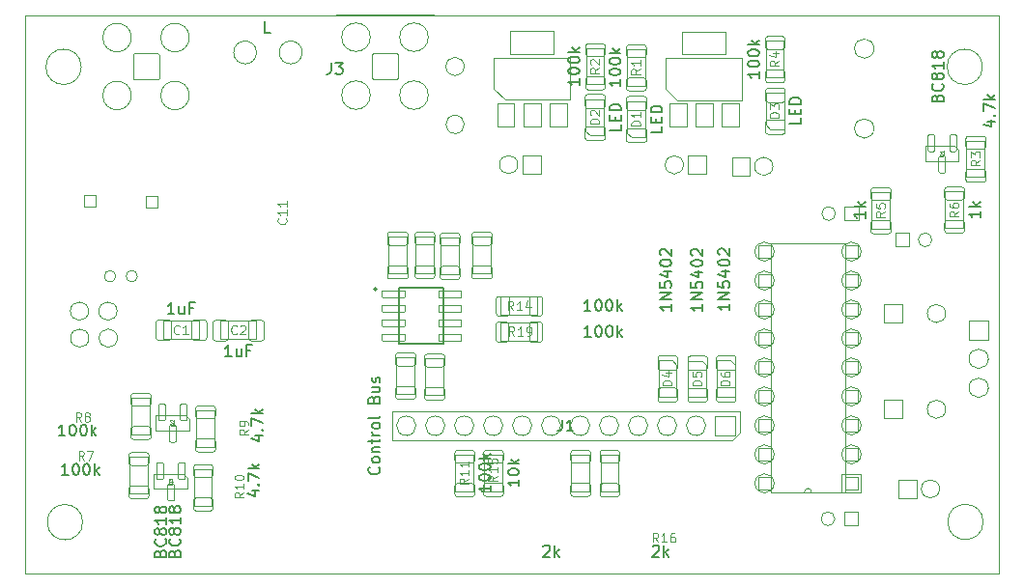
<source format=gbr>
%TF.GenerationSoftware,KiCad,Pcbnew,7.0.1*%
%TF.CreationDate,2024-01-20T16:33:55+00:00*%
%TF.ProjectId,SI4735,53493437-3335-42e6-9b69-6361645f7063,rev?*%
%TF.SameCoordinates,Original*%
%TF.FileFunction,AssemblyDrawing,Top*%
%FSLAX45Y45*%
G04 Gerber Fmt 4.5, Leading zero omitted, Abs format (unit mm)*
G04 Created by KiCad (PCBNEW 7.0.1) date 2024-01-20 16:33:55*
%MOMM*%
%LPD*%
G01*
G04 APERTURE LIST*
%ADD10C,0.150000*%
%ADD11C,0.120000*%
%ADD12C,0.050000*%
%ADD13C,0.100000*%
%ADD14C,0.127000*%
%ADD15C,0.200000*%
%ADD16C,0.100000*%
%TD*%
%TA.AperFunction,Profile*%
%ADD17C,0.100000*%
%TD*%
%TA.AperFunction,Profile*%
%ADD18C,0.050000*%
%TD*%
G04 APERTURE END LIST*
D10*
%TO.C,C1*%
X4371226Y-4436262D02*
X4314083Y-4436262D01*
X4342655Y-4436262D02*
X4342655Y-4336262D01*
X4342655Y-4336262D02*
X4333131Y-4350548D01*
X4333131Y-4350548D02*
X4323607Y-4360071D01*
X4323607Y-4360071D02*
X4314083Y-4364833D01*
X4456940Y-4369595D02*
X4456940Y-4436262D01*
X4414083Y-4369595D02*
X4414083Y-4421976D01*
X4414083Y-4421976D02*
X4418845Y-4431500D01*
X4418845Y-4431500D02*
X4428369Y-4436262D01*
X4428369Y-4436262D02*
X4442655Y-4436262D01*
X4442655Y-4436262D02*
X4452179Y-4431500D01*
X4452179Y-4431500D02*
X4456940Y-4426738D01*
X4537893Y-4383881D02*
X4504560Y-4383881D01*
X4504560Y-4436262D02*
X4504560Y-4336262D01*
X4504560Y-4336262D02*
X4552179Y-4336262D01*
D11*
X4417417Y-4604390D02*
X4413607Y-4608200D01*
X4413607Y-4608200D02*
X4402179Y-4612010D01*
X4402179Y-4612010D02*
X4394560Y-4612010D01*
X4394560Y-4612010D02*
X4383131Y-4608200D01*
X4383131Y-4608200D02*
X4375512Y-4600581D01*
X4375512Y-4600581D02*
X4371702Y-4592962D01*
X4371702Y-4592962D02*
X4367893Y-4577724D01*
X4367893Y-4577724D02*
X4367893Y-4566295D01*
X4367893Y-4566295D02*
X4371702Y-4551057D01*
X4371702Y-4551057D02*
X4375512Y-4543438D01*
X4375512Y-4543438D02*
X4383131Y-4535819D01*
X4383131Y-4535819D02*
X4394560Y-4532010D01*
X4394560Y-4532010D02*
X4402179Y-4532010D01*
X4402179Y-4532010D02*
X4413607Y-4535819D01*
X4413607Y-4535819D02*
X4417417Y-4539629D01*
X4493607Y-4612010D02*
X4447893Y-4612010D01*
X4470750Y-4612010D02*
X4470750Y-4532010D01*
X4470750Y-4532010D02*
X4463131Y-4543438D01*
X4463131Y-4543438D02*
X4455512Y-4551057D01*
X4455512Y-4551057D02*
X4447893Y-4554867D01*
D10*
%TO.C,R15*%
X7393047Y-5887149D02*
X7393047Y-5944292D01*
X7393047Y-5915720D02*
X7293047Y-5915720D01*
X7293047Y-5915720D02*
X7307333Y-5925244D01*
X7307333Y-5925244D02*
X7316857Y-5934768D01*
X7316857Y-5934768D02*
X7321619Y-5944292D01*
X7293047Y-5825244D02*
X7293047Y-5815720D01*
X7293047Y-5815720D02*
X7297809Y-5806196D01*
X7297809Y-5806196D02*
X7302571Y-5801434D01*
X7302571Y-5801434D02*
X7312095Y-5796673D01*
X7312095Y-5796673D02*
X7331142Y-5791911D01*
X7331142Y-5791911D02*
X7354952Y-5791911D01*
X7354952Y-5791911D02*
X7374000Y-5796673D01*
X7374000Y-5796673D02*
X7383523Y-5801434D01*
X7383523Y-5801434D02*
X7388285Y-5806196D01*
X7388285Y-5806196D02*
X7393047Y-5815720D01*
X7393047Y-5815720D02*
X7393047Y-5825244D01*
X7393047Y-5825244D02*
X7388285Y-5834768D01*
X7388285Y-5834768D02*
X7383523Y-5839530D01*
X7383523Y-5839530D02*
X7374000Y-5844292D01*
X7374000Y-5844292D02*
X7354952Y-5849053D01*
X7354952Y-5849053D02*
X7331142Y-5849053D01*
X7331142Y-5849053D02*
X7312095Y-5844292D01*
X7312095Y-5844292D02*
X7302571Y-5839530D01*
X7302571Y-5839530D02*
X7297809Y-5834768D01*
X7297809Y-5834768D02*
X7293047Y-5825244D01*
X7393047Y-5749053D02*
X7293047Y-5749053D01*
X7354952Y-5739530D02*
X7393047Y-5710958D01*
X7326381Y-5710958D02*
X7364476Y-5749053D01*
D11*
X7201955Y-5853053D02*
X7163860Y-5879720D01*
X7201955Y-5898768D02*
X7121955Y-5898768D01*
X7121955Y-5898768D02*
X7121955Y-5868292D01*
X7121955Y-5868292D02*
X7125764Y-5860673D01*
X7125764Y-5860673D02*
X7129574Y-5856863D01*
X7129574Y-5856863D02*
X7137193Y-5853053D01*
X7137193Y-5853053D02*
X7148621Y-5853053D01*
X7148621Y-5853053D02*
X7156241Y-5856863D01*
X7156241Y-5856863D02*
X7160050Y-5860673D01*
X7160050Y-5860673D02*
X7163860Y-5868292D01*
X7163860Y-5868292D02*
X7163860Y-5898768D01*
X7201955Y-5776863D02*
X7201955Y-5822577D01*
X7201955Y-5799720D02*
X7121955Y-5799720D01*
X7121955Y-5799720D02*
X7133383Y-5807339D01*
X7133383Y-5807339D02*
X7141002Y-5814958D01*
X7141002Y-5814958D02*
X7144812Y-5822577D01*
X7121955Y-5704482D02*
X7121955Y-5742577D01*
X7121955Y-5742577D02*
X7160050Y-5746387D01*
X7160050Y-5746387D02*
X7156241Y-5742577D01*
X7156241Y-5742577D02*
X7152431Y-5734958D01*
X7152431Y-5734958D02*
X7152431Y-5715911D01*
X7152431Y-5715911D02*
X7156241Y-5708292D01*
X7156241Y-5708292D02*
X7160050Y-5704482D01*
X7160050Y-5704482D02*
X7167669Y-5700673D01*
X7167669Y-5700673D02*
X7186717Y-5700673D01*
X7186717Y-5700673D02*
X7194336Y-5704482D01*
X7194336Y-5704482D02*
X7198145Y-5708292D01*
X7198145Y-5708292D02*
X7201955Y-5715911D01*
X7201955Y-5715911D02*
X7201955Y-5734958D01*
X7201955Y-5734958D02*
X7198145Y-5742577D01*
X7198145Y-5742577D02*
X7194336Y-5746387D01*
D10*
%TO.C,Q3*%
X4374881Y-6531714D02*
X4379643Y-6517428D01*
X4379643Y-6517428D02*
X4384405Y-6512667D01*
X4384405Y-6512667D02*
X4393929Y-6507905D01*
X4393929Y-6507905D02*
X4408214Y-6507905D01*
X4408214Y-6507905D02*
X4417738Y-6512667D01*
X4417738Y-6512667D02*
X4422500Y-6517428D01*
X4422500Y-6517428D02*
X4427262Y-6526952D01*
X4427262Y-6526952D02*
X4427262Y-6565047D01*
X4427262Y-6565047D02*
X4327262Y-6565047D01*
X4327262Y-6565047D02*
X4327262Y-6531714D01*
X4327262Y-6531714D02*
X4332024Y-6522190D01*
X4332024Y-6522190D02*
X4336786Y-6517428D01*
X4336786Y-6517428D02*
X4346310Y-6512667D01*
X4346310Y-6512667D02*
X4355833Y-6512667D01*
X4355833Y-6512667D02*
X4365357Y-6517428D01*
X4365357Y-6517428D02*
X4370119Y-6522190D01*
X4370119Y-6522190D02*
X4374881Y-6531714D01*
X4374881Y-6531714D02*
X4374881Y-6565047D01*
X4417738Y-6407905D02*
X4422500Y-6412667D01*
X4422500Y-6412667D02*
X4427262Y-6426952D01*
X4427262Y-6426952D02*
X4427262Y-6436476D01*
X4427262Y-6436476D02*
X4422500Y-6450762D01*
X4422500Y-6450762D02*
X4412976Y-6460286D01*
X4412976Y-6460286D02*
X4403452Y-6465047D01*
X4403452Y-6465047D02*
X4384405Y-6469809D01*
X4384405Y-6469809D02*
X4370119Y-6469809D01*
X4370119Y-6469809D02*
X4351071Y-6465047D01*
X4351071Y-6465047D02*
X4341548Y-6460286D01*
X4341548Y-6460286D02*
X4332024Y-6450762D01*
X4332024Y-6450762D02*
X4327262Y-6436476D01*
X4327262Y-6436476D02*
X4327262Y-6426952D01*
X4327262Y-6426952D02*
X4332024Y-6412667D01*
X4332024Y-6412667D02*
X4336786Y-6407905D01*
X4370119Y-6350762D02*
X4365357Y-6360286D01*
X4365357Y-6360286D02*
X4360595Y-6365047D01*
X4360595Y-6365047D02*
X4351071Y-6369809D01*
X4351071Y-6369809D02*
X4346310Y-6369809D01*
X4346310Y-6369809D02*
X4336786Y-6365047D01*
X4336786Y-6365047D02*
X4332024Y-6360286D01*
X4332024Y-6360286D02*
X4327262Y-6350762D01*
X4327262Y-6350762D02*
X4327262Y-6331714D01*
X4327262Y-6331714D02*
X4332024Y-6322190D01*
X4332024Y-6322190D02*
X4336786Y-6317428D01*
X4336786Y-6317428D02*
X4346310Y-6312667D01*
X4346310Y-6312667D02*
X4351071Y-6312667D01*
X4351071Y-6312667D02*
X4360595Y-6317428D01*
X4360595Y-6317428D02*
X4365357Y-6322190D01*
X4365357Y-6322190D02*
X4370119Y-6331714D01*
X4370119Y-6331714D02*
X4370119Y-6350762D01*
X4370119Y-6350762D02*
X4374881Y-6360286D01*
X4374881Y-6360286D02*
X4379643Y-6365047D01*
X4379643Y-6365047D02*
X4389167Y-6369809D01*
X4389167Y-6369809D02*
X4408214Y-6369809D01*
X4408214Y-6369809D02*
X4417738Y-6365047D01*
X4417738Y-6365047D02*
X4422500Y-6360286D01*
X4422500Y-6360286D02*
X4427262Y-6350762D01*
X4427262Y-6350762D02*
X4427262Y-6331714D01*
X4427262Y-6331714D02*
X4422500Y-6322190D01*
X4422500Y-6322190D02*
X4417738Y-6317428D01*
X4417738Y-6317428D02*
X4408214Y-6312667D01*
X4408214Y-6312667D02*
X4389167Y-6312667D01*
X4389167Y-6312667D02*
X4379643Y-6317428D01*
X4379643Y-6317428D02*
X4374881Y-6322190D01*
X4374881Y-6322190D02*
X4370119Y-6331714D01*
X4427262Y-6217428D02*
X4427262Y-6274571D01*
X4427262Y-6246000D02*
X4327262Y-6246000D01*
X4327262Y-6246000D02*
X4341548Y-6255524D01*
X4341548Y-6255524D02*
X4351071Y-6265047D01*
X4351071Y-6265047D02*
X4355833Y-6274571D01*
X4370119Y-6160286D02*
X4365357Y-6169809D01*
X4365357Y-6169809D02*
X4360595Y-6174571D01*
X4360595Y-6174571D02*
X4351071Y-6179333D01*
X4351071Y-6179333D02*
X4346310Y-6179333D01*
X4346310Y-6179333D02*
X4336786Y-6174571D01*
X4336786Y-6174571D02*
X4332024Y-6169809D01*
X4332024Y-6169809D02*
X4327262Y-6160286D01*
X4327262Y-6160286D02*
X4327262Y-6141238D01*
X4327262Y-6141238D02*
X4332024Y-6131714D01*
X4332024Y-6131714D02*
X4336786Y-6126952D01*
X4336786Y-6126952D02*
X4346310Y-6122190D01*
X4346310Y-6122190D02*
X4351071Y-6122190D01*
X4351071Y-6122190D02*
X4360595Y-6126952D01*
X4360595Y-6126952D02*
X4365357Y-6131714D01*
X4365357Y-6131714D02*
X4370119Y-6141238D01*
X4370119Y-6141238D02*
X4370119Y-6160286D01*
X4370119Y-6160286D02*
X4374881Y-6169809D01*
X4374881Y-6169809D02*
X4379643Y-6174571D01*
X4379643Y-6174571D02*
X4389167Y-6179333D01*
X4389167Y-6179333D02*
X4408214Y-6179333D01*
X4408214Y-6179333D02*
X4417738Y-6174571D01*
X4417738Y-6174571D02*
X4422500Y-6169809D01*
X4422500Y-6169809D02*
X4427262Y-6160286D01*
X4427262Y-6160286D02*
X4427262Y-6141238D01*
X4427262Y-6141238D02*
X4422500Y-6131714D01*
X4422500Y-6131714D02*
X4417738Y-6126952D01*
X4417738Y-6126952D02*
X4408214Y-6122190D01*
X4408214Y-6122190D02*
X4389167Y-6122190D01*
X4389167Y-6122190D02*
X4379643Y-6126952D01*
X4379643Y-6126952D02*
X4374881Y-6131714D01*
X4374881Y-6131714D02*
X4370119Y-6141238D01*
D12*
X4356601Y-5907048D02*
X4355078Y-5910095D01*
X4355078Y-5910095D02*
X4352030Y-5913143D01*
X4352030Y-5913143D02*
X4347459Y-5917714D01*
X4347459Y-5917714D02*
X4345935Y-5920762D01*
X4345935Y-5920762D02*
X4345935Y-5923809D01*
X4353554Y-5922286D02*
X4352030Y-5925333D01*
X4352030Y-5925333D02*
X4348982Y-5928381D01*
X4348982Y-5928381D02*
X4342887Y-5929905D01*
X4342887Y-5929905D02*
X4332220Y-5929905D01*
X4332220Y-5929905D02*
X4326125Y-5928381D01*
X4326125Y-5928381D02*
X4323078Y-5925333D01*
X4323078Y-5925333D02*
X4321554Y-5922286D01*
X4321554Y-5922286D02*
X4321554Y-5916190D01*
X4321554Y-5916190D02*
X4323078Y-5913143D01*
X4323078Y-5913143D02*
X4326125Y-5910095D01*
X4326125Y-5910095D02*
X4332220Y-5908571D01*
X4332220Y-5908571D02*
X4342887Y-5908571D01*
X4342887Y-5908571D02*
X4348982Y-5910095D01*
X4348982Y-5910095D02*
X4352030Y-5913143D01*
X4352030Y-5913143D02*
X4353554Y-5916190D01*
X4353554Y-5916190D02*
X4353554Y-5922286D01*
X4321554Y-5897905D02*
X4321554Y-5878095D01*
X4321554Y-5878095D02*
X4333744Y-5888762D01*
X4333744Y-5888762D02*
X4333744Y-5884190D01*
X4333744Y-5884190D02*
X4335268Y-5881143D01*
X4335268Y-5881143D02*
X4336792Y-5879619D01*
X4336792Y-5879619D02*
X4339840Y-5878095D01*
X4339840Y-5878095D02*
X4347459Y-5878095D01*
X4347459Y-5878095D02*
X4350506Y-5879619D01*
X4350506Y-5879619D02*
X4352030Y-5881143D01*
X4352030Y-5881143D02*
X4353554Y-5884190D01*
X4353554Y-5884190D02*
X4353554Y-5893333D01*
X4353554Y-5893333D02*
X4352030Y-5896381D01*
X4352030Y-5896381D02*
X4350506Y-5897905D01*
D10*
%TO.C,D4*%
X8728262Y-4349286D02*
X8728262Y-4406429D01*
X8728262Y-4377857D02*
X8628262Y-4377857D01*
X8628262Y-4377857D02*
X8642548Y-4387381D01*
X8642548Y-4387381D02*
X8652071Y-4396905D01*
X8652071Y-4396905D02*
X8656833Y-4406429D01*
X8728262Y-4306429D02*
X8628262Y-4306429D01*
X8628262Y-4306429D02*
X8728262Y-4249286D01*
X8728262Y-4249286D02*
X8628262Y-4249286D01*
X8628262Y-4154048D02*
X8628262Y-4201667D01*
X8628262Y-4201667D02*
X8675881Y-4206429D01*
X8675881Y-4206429D02*
X8671119Y-4201667D01*
X8671119Y-4201667D02*
X8666357Y-4192143D01*
X8666357Y-4192143D02*
X8666357Y-4168333D01*
X8666357Y-4168333D02*
X8671119Y-4158809D01*
X8671119Y-4158809D02*
X8675881Y-4154048D01*
X8675881Y-4154048D02*
X8685405Y-4149286D01*
X8685405Y-4149286D02*
X8709214Y-4149286D01*
X8709214Y-4149286D02*
X8718738Y-4154048D01*
X8718738Y-4154048D02*
X8723500Y-4158809D01*
X8723500Y-4158809D02*
X8728262Y-4168333D01*
X8728262Y-4168333D02*
X8728262Y-4192143D01*
X8728262Y-4192143D02*
X8723500Y-4201667D01*
X8723500Y-4201667D02*
X8718738Y-4206429D01*
X8661595Y-4063571D02*
X8728262Y-4063571D01*
X8623500Y-4087381D02*
X8694929Y-4111190D01*
X8694929Y-4111190D02*
X8694929Y-4049286D01*
X8628262Y-3992143D02*
X8628262Y-3982619D01*
X8628262Y-3982619D02*
X8633024Y-3973095D01*
X8633024Y-3973095D02*
X8637786Y-3968333D01*
X8637786Y-3968333D02*
X8647310Y-3963571D01*
X8647310Y-3963571D02*
X8666357Y-3958809D01*
X8666357Y-3958809D02*
X8690167Y-3958809D01*
X8690167Y-3958809D02*
X8709214Y-3963571D01*
X8709214Y-3963571D02*
X8718738Y-3968333D01*
X8718738Y-3968333D02*
X8723500Y-3973095D01*
X8723500Y-3973095D02*
X8728262Y-3982619D01*
X8728262Y-3982619D02*
X8728262Y-3992143D01*
X8728262Y-3992143D02*
X8723500Y-4001667D01*
X8723500Y-4001667D02*
X8718738Y-4006428D01*
X8718738Y-4006428D02*
X8709214Y-4011190D01*
X8709214Y-4011190D02*
X8690167Y-4015952D01*
X8690167Y-4015952D02*
X8666357Y-4015952D01*
X8666357Y-4015952D02*
X8647310Y-4011190D01*
X8647310Y-4011190D02*
X8637786Y-4006428D01*
X8637786Y-4006428D02*
X8633024Y-4001667D01*
X8633024Y-4001667D02*
X8628262Y-3992143D01*
X8637786Y-3920714D02*
X8633024Y-3915952D01*
X8633024Y-3915952D02*
X8628262Y-3906428D01*
X8628262Y-3906428D02*
X8628262Y-3882619D01*
X8628262Y-3882619D02*
X8633024Y-3873095D01*
X8633024Y-3873095D02*
X8637786Y-3868333D01*
X8637786Y-3868333D02*
X8647310Y-3863571D01*
X8647310Y-3863571D02*
X8656833Y-3863571D01*
X8656833Y-3863571D02*
X8671119Y-3868333D01*
X8671119Y-3868333D02*
X8728262Y-3925476D01*
X8728262Y-3925476D02*
X8728262Y-3863571D01*
D11*
X8730955Y-5061423D02*
X8650955Y-5061423D01*
X8650955Y-5061423D02*
X8650955Y-5042375D01*
X8650955Y-5042375D02*
X8654764Y-5030946D01*
X8654764Y-5030946D02*
X8662383Y-5023327D01*
X8662383Y-5023327D02*
X8670003Y-5019518D01*
X8670003Y-5019518D02*
X8685241Y-5015708D01*
X8685241Y-5015708D02*
X8696669Y-5015708D01*
X8696669Y-5015708D02*
X8711907Y-5019518D01*
X8711907Y-5019518D02*
X8719526Y-5023327D01*
X8719526Y-5023327D02*
X8727145Y-5030946D01*
X8727145Y-5030946D02*
X8730955Y-5042375D01*
X8730955Y-5042375D02*
X8730955Y-5061423D01*
X8677622Y-4947137D02*
X8730955Y-4947137D01*
X8647145Y-4966184D02*
X8704288Y-4985232D01*
X8704288Y-4985232D02*
X8704288Y-4935708D01*
D10*
%TO.C,D2*%
X8285262Y-2774286D02*
X8285262Y-2821905D01*
X8285262Y-2821905D02*
X8185262Y-2821905D01*
X8232881Y-2740952D02*
X8232881Y-2707619D01*
X8285262Y-2693333D02*
X8285262Y-2740952D01*
X8285262Y-2740952D02*
X8185262Y-2740952D01*
X8185262Y-2740952D02*
X8185262Y-2693333D01*
X8285262Y-2650476D02*
X8185262Y-2650476D01*
X8185262Y-2650476D02*
X8185262Y-2626667D01*
X8185262Y-2626667D02*
X8190024Y-2612381D01*
X8190024Y-2612381D02*
X8199548Y-2602857D01*
X8199548Y-2602857D02*
X8209071Y-2598095D01*
X8209071Y-2598095D02*
X8228119Y-2593333D01*
X8228119Y-2593333D02*
X8242405Y-2593333D01*
X8242405Y-2593333D02*
X8261452Y-2598095D01*
X8261452Y-2598095D02*
X8270976Y-2602857D01*
X8270976Y-2602857D02*
X8280500Y-2612381D01*
X8280500Y-2612381D02*
X8285262Y-2626667D01*
X8285262Y-2626667D02*
X8285262Y-2650476D01*
D11*
X8094009Y-2769048D02*
X8014009Y-2769048D01*
X8014009Y-2769048D02*
X8014009Y-2750000D01*
X8014009Y-2750000D02*
X8017819Y-2738571D01*
X8017819Y-2738571D02*
X8025438Y-2730952D01*
X8025438Y-2730952D02*
X8033057Y-2727143D01*
X8033057Y-2727143D02*
X8048295Y-2723333D01*
X8048295Y-2723333D02*
X8059724Y-2723333D01*
X8059724Y-2723333D02*
X8074962Y-2727143D01*
X8074962Y-2727143D02*
X8082581Y-2730952D01*
X8082581Y-2730952D02*
X8090200Y-2738571D01*
X8090200Y-2738571D02*
X8094009Y-2750000D01*
X8094009Y-2750000D02*
X8094009Y-2769048D01*
X8021628Y-2692857D02*
X8017819Y-2689048D01*
X8017819Y-2689048D02*
X8014009Y-2681429D01*
X8014009Y-2681429D02*
X8014009Y-2662381D01*
X8014009Y-2662381D02*
X8017819Y-2654762D01*
X8017819Y-2654762D02*
X8021628Y-2650952D01*
X8021628Y-2650952D02*
X8029248Y-2647143D01*
X8029248Y-2647143D02*
X8036867Y-2647143D01*
X8036867Y-2647143D02*
X8048295Y-2650952D01*
X8048295Y-2650952D02*
X8094009Y-2696667D01*
X8094009Y-2696667D02*
X8094009Y-2647143D01*
D10*
%TO.C,J1*%
X6163738Y-5779286D02*
X6168500Y-5784048D01*
X6168500Y-5784048D02*
X6173262Y-5798333D01*
X6173262Y-5798333D02*
X6173262Y-5807857D01*
X6173262Y-5807857D02*
X6168500Y-5822143D01*
X6168500Y-5822143D02*
X6158976Y-5831667D01*
X6158976Y-5831667D02*
X6149452Y-5836429D01*
X6149452Y-5836429D02*
X6130405Y-5841190D01*
X6130405Y-5841190D02*
X6116119Y-5841190D01*
X6116119Y-5841190D02*
X6097071Y-5836429D01*
X6097071Y-5836429D02*
X6087548Y-5831667D01*
X6087548Y-5831667D02*
X6078024Y-5822143D01*
X6078024Y-5822143D02*
X6073262Y-5807857D01*
X6073262Y-5807857D02*
X6073262Y-5798333D01*
X6073262Y-5798333D02*
X6078024Y-5784048D01*
X6078024Y-5784048D02*
X6082786Y-5779286D01*
X6173262Y-5722143D02*
X6168500Y-5731667D01*
X6168500Y-5731667D02*
X6163738Y-5736429D01*
X6163738Y-5736429D02*
X6154214Y-5741190D01*
X6154214Y-5741190D02*
X6125643Y-5741190D01*
X6125643Y-5741190D02*
X6116119Y-5736429D01*
X6116119Y-5736429D02*
X6111357Y-5731667D01*
X6111357Y-5731667D02*
X6106595Y-5722143D01*
X6106595Y-5722143D02*
X6106595Y-5707857D01*
X6106595Y-5707857D02*
X6111357Y-5698333D01*
X6111357Y-5698333D02*
X6116119Y-5693571D01*
X6116119Y-5693571D02*
X6125643Y-5688810D01*
X6125643Y-5688810D02*
X6154214Y-5688810D01*
X6154214Y-5688810D02*
X6163738Y-5693571D01*
X6163738Y-5693571D02*
X6168500Y-5698333D01*
X6168500Y-5698333D02*
X6173262Y-5707857D01*
X6173262Y-5707857D02*
X6173262Y-5722143D01*
X6106595Y-5645952D02*
X6173262Y-5645952D01*
X6116119Y-5645952D02*
X6111357Y-5641190D01*
X6111357Y-5641190D02*
X6106595Y-5631667D01*
X6106595Y-5631667D02*
X6106595Y-5617381D01*
X6106595Y-5617381D02*
X6111357Y-5607857D01*
X6111357Y-5607857D02*
X6120881Y-5603095D01*
X6120881Y-5603095D02*
X6173262Y-5603095D01*
X6106595Y-5569762D02*
X6106595Y-5531667D01*
X6073262Y-5555476D02*
X6158976Y-5555476D01*
X6158976Y-5555476D02*
X6168500Y-5550714D01*
X6168500Y-5550714D02*
X6173262Y-5541191D01*
X6173262Y-5541191D02*
X6173262Y-5531667D01*
X6173262Y-5498333D02*
X6106595Y-5498333D01*
X6125643Y-5498333D02*
X6116119Y-5493571D01*
X6116119Y-5493571D02*
X6111357Y-5488810D01*
X6111357Y-5488810D02*
X6106595Y-5479286D01*
X6106595Y-5479286D02*
X6106595Y-5469762D01*
X6173262Y-5422143D02*
X6168500Y-5431667D01*
X6168500Y-5431667D02*
X6163738Y-5436429D01*
X6163738Y-5436429D02*
X6154214Y-5441190D01*
X6154214Y-5441190D02*
X6125643Y-5441190D01*
X6125643Y-5441190D02*
X6116119Y-5436429D01*
X6116119Y-5436429D02*
X6111357Y-5431667D01*
X6111357Y-5431667D02*
X6106595Y-5422143D01*
X6106595Y-5422143D02*
X6106595Y-5407857D01*
X6106595Y-5407857D02*
X6111357Y-5398333D01*
X6111357Y-5398333D02*
X6116119Y-5393571D01*
X6116119Y-5393571D02*
X6125643Y-5388810D01*
X6125643Y-5388810D02*
X6154214Y-5388810D01*
X6154214Y-5388810D02*
X6163738Y-5393571D01*
X6163738Y-5393571D02*
X6168500Y-5398333D01*
X6168500Y-5398333D02*
X6173262Y-5407857D01*
X6173262Y-5407857D02*
X6173262Y-5422143D01*
X6173262Y-5331667D02*
X6168500Y-5341190D01*
X6168500Y-5341190D02*
X6158976Y-5345952D01*
X6158976Y-5345952D02*
X6073262Y-5345952D01*
X6120881Y-5184048D02*
X6125643Y-5169762D01*
X6125643Y-5169762D02*
X6130405Y-5165000D01*
X6130405Y-5165000D02*
X6139928Y-5160238D01*
X6139928Y-5160238D02*
X6154214Y-5160238D01*
X6154214Y-5160238D02*
X6163738Y-5165000D01*
X6163738Y-5165000D02*
X6168500Y-5169762D01*
X6168500Y-5169762D02*
X6173262Y-5179286D01*
X6173262Y-5179286D02*
X6173262Y-5217381D01*
X6173262Y-5217381D02*
X6073262Y-5217381D01*
X6073262Y-5217381D02*
X6073262Y-5184048D01*
X6073262Y-5184048D02*
X6078024Y-5174524D01*
X6078024Y-5174524D02*
X6082786Y-5169762D01*
X6082786Y-5169762D02*
X6092309Y-5165000D01*
X6092309Y-5165000D02*
X6101833Y-5165000D01*
X6101833Y-5165000D02*
X6111357Y-5169762D01*
X6111357Y-5169762D02*
X6116119Y-5174524D01*
X6116119Y-5174524D02*
X6120881Y-5184048D01*
X6120881Y-5184048D02*
X6120881Y-5217381D01*
X6106595Y-5074524D02*
X6173262Y-5074524D01*
X6106595Y-5117381D02*
X6158976Y-5117381D01*
X6158976Y-5117381D02*
X6168500Y-5112619D01*
X6168500Y-5112619D02*
X6173262Y-5103095D01*
X6173262Y-5103095D02*
X6173262Y-5088809D01*
X6173262Y-5088809D02*
X6168500Y-5079286D01*
X6168500Y-5079286D02*
X6163738Y-5074524D01*
X6168500Y-5031667D02*
X6173262Y-5022143D01*
X6173262Y-5022143D02*
X6173262Y-5003095D01*
X6173262Y-5003095D02*
X6168500Y-4993571D01*
X6168500Y-4993571D02*
X6158976Y-4988809D01*
X6158976Y-4988809D02*
X6154214Y-4988809D01*
X6154214Y-4988809D02*
X6144690Y-4993571D01*
X6144690Y-4993571D02*
X6139928Y-5003095D01*
X6139928Y-5003095D02*
X6139928Y-5017381D01*
X6139928Y-5017381D02*
X6135167Y-5026905D01*
X6135167Y-5026905D02*
X6125643Y-5031667D01*
X6125643Y-5031667D02*
X6120881Y-5031667D01*
X6120881Y-5031667D02*
X6111357Y-5026905D01*
X6111357Y-5026905D02*
X6106595Y-5017381D01*
X6106595Y-5017381D02*
X6106595Y-5003095D01*
X6106595Y-5003095D02*
X6111357Y-4993571D01*
X7767667Y-5361262D02*
X7767667Y-5432690D01*
X7767667Y-5432690D02*
X7762905Y-5446976D01*
X7762905Y-5446976D02*
X7753381Y-5456500D01*
X7753381Y-5456500D02*
X7739095Y-5461262D01*
X7739095Y-5461262D02*
X7729571Y-5461262D01*
X7867667Y-5461262D02*
X7810524Y-5461262D01*
X7839095Y-5461262D02*
X7839095Y-5361262D01*
X7839095Y-5361262D02*
X7829571Y-5375548D01*
X7829571Y-5375548D02*
X7820048Y-5385071D01*
X7820048Y-5385071D02*
X7810524Y-5389833D01*
%TO.C,D6*%
X9238262Y-4346286D02*
X9238262Y-4403429D01*
X9238262Y-4374857D02*
X9138262Y-4374857D01*
X9138262Y-4374857D02*
X9152548Y-4384381D01*
X9152548Y-4384381D02*
X9162071Y-4393905D01*
X9162071Y-4393905D02*
X9166833Y-4403429D01*
X9238262Y-4303429D02*
X9138262Y-4303429D01*
X9138262Y-4303429D02*
X9238262Y-4246286D01*
X9238262Y-4246286D02*
X9138262Y-4246286D01*
X9138262Y-4151048D02*
X9138262Y-4198667D01*
X9138262Y-4198667D02*
X9185881Y-4203429D01*
X9185881Y-4203429D02*
X9181119Y-4198667D01*
X9181119Y-4198667D02*
X9176357Y-4189143D01*
X9176357Y-4189143D02*
X9176357Y-4165333D01*
X9176357Y-4165333D02*
X9181119Y-4155809D01*
X9181119Y-4155809D02*
X9185881Y-4151048D01*
X9185881Y-4151048D02*
X9195405Y-4146286D01*
X9195405Y-4146286D02*
X9219214Y-4146286D01*
X9219214Y-4146286D02*
X9228738Y-4151048D01*
X9228738Y-4151048D02*
X9233500Y-4155809D01*
X9233500Y-4155809D02*
X9238262Y-4165333D01*
X9238262Y-4165333D02*
X9238262Y-4189143D01*
X9238262Y-4189143D02*
X9233500Y-4198667D01*
X9233500Y-4198667D02*
X9228738Y-4203429D01*
X9171595Y-4060571D02*
X9238262Y-4060571D01*
X9133500Y-4084381D02*
X9204929Y-4108190D01*
X9204929Y-4108190D02*
X9204929Y-4046286D01*
X9138262Y-3989143D02*
X9138262Y-3979619D01*
X9138262Y-3979619D02*
X9143024Y-3970095D01*
X9143024Y-3970095D02*
X9147786Y-3965333D01*
X9147786Y-3965333D02*
X9157310Y-3960571D01*
X9157310Y-3960571D02*
X9176357Y-3955809D01*
X9176357Y-3955809D02*
X9200167Y-3955809D01*
X9200167Y-3955809D02*
X9219214Y-3960571D01*
X9219214Y-3960571D02*
X9228738Y-3965333D01*
X9228738Y-3965333D02*
X9233500Y-3970095D01*
X9233500Y-3970095D02*
X9238262Y-3979619D01*
X9238262Y-3979619D02*
X9238262Y-3989143D01*
X9238262Y-3989143D02*
X9233500Y-3998667D01*
X9233500Y-3998667D02*
X9228738Y-4003428D01*
X9228738Y-4003428D02*
X9219214Y-4008190D01*
X9219214Y-4008190D02*
X9200167Y-4012952D01*
X9200167Y-4012952D02*
X9176357Y-4012952D01*
X9176357Y-4012952D02*
X9157310Y-4008190D01*
X9157310Y-4008190D02*
X9147786Y-4003428D01*
X9147786Y-4003428D02*
X9143024Y-3998667D01*
X9143024Y-3998667D02*
X9138262Y-3989143D01*
X9147786Y-3917714D02*
X9143024Y-3912952D01*
X9143024Y-3912952D02*
X9138262Y-3903428D01*
X9138262Y-3903428D02*
X9138262Y-3879619D01*
X9138262Y-3879619D02*
X9143024Y-3870095D01*
X9143024Y-3870095D02*
X9147786Y-3865333D01*
X9147786Y-3865333D02*
X9157310Y-3860571D01*
X9157310Y-3860571D02*
X9166833Y-3860571D01*
X9166833Y-3860571D02*
X9181119Y-3865333D01*
X9181119Y-3865333D02*
X9238262Y-3922476D01*
X9238262Y-3922476D02*
X9238262Y-3860571D01*
D11*
X9240010Y-5061048D02*
X9160010Y-5061048D01*
X9160010Y-5061048D02*
X9160010Y-5042000D01*
X9160010Y-5042000D02*
X9163819Y-5030571D01*
X9163819Y-5030571D02*
X9171438Y-5022952D01*
X9171438Y-5022952D02*
X9179057Y-5019143D01*
X9179057Y-5019143D02*
X9194295Y-5015333D01*
X9194295Y-5015333D02*
X9205724Y-5015333D01*
X9205724Y-5015333D02*
X9220962Y-5019143D01*
X9220962Y-5019143D02*
X9228581Y-5022952D01*
X9228581Y-5022952D02*
X9236200Y-5030571D01*
X9236200Y-5030571D02*
X9240010Y-5042000D01*
X9240010Y-5042000D02*
X9240010Y-5061048D01*
X9160010Y-4946762D02*
X9160010Y-4962000D01*
X9160010Y-4962000D02*
X9163819Y-4969619D01*
X9163819Y-4969619D02*
X9167629Y-4973429D01*
X9167629Y-4973429D02*
X9179057Y-4981048D01*
X9179057Y-4981048D02*
X9194295Y-4984857D01*
X9194295Y-4984857D02*
X9224771Y-4984857D01*
X9224771Y-4984857D02*
X9232390Y-4981048D01*
X9232390Y-4981048D02*
X9236200Y-4977238D01*
X9236200Y-4977238D02*
X9240010Y-4969619D01*
X9240010Y-4969619D02*
X9240010Y-4954381D01*
X9240010Y-4954381D02*
X9236200Y-4946762D01*
X9236200Y-4946762D02*
X9232390Y-4942952D01*
X9232390Y-4942952D02*
X9224771Y-4939143D01*
X9224771Y-4939143D02*
X9205724Y-4939143D01*
X9205724Y-4939143D02*
X9198105Y-4942952D01*
X9198105Y-4942952D02*
X9194295Y-4946762D01*
X9194295Y-4946762D02*
X9190486Y-4954381D01*
X9190486Y-4954381D02*
X9190486Y-4969619D01*
X9190486Y-4969619D02*
X9194295Y-4977238D01*
X9194295Y-4977238D02*
X9198105Y-4981048D01*
X9198105Y-4981048D02*
X9205724Y-4984857D01*
D10*
%TO.C,C2*%
X4871726Y-4808262D02*
X4814583Y-4808262D01*
X4843155Y-4808262D02*
X4843155Y-4708262D01*
X4843155Y-4708262D02*
X4833631Y-4722548D01*
X4833631Y-4722548D02*
X4824107Y-4732071D01*
X4824107Y-4732071D02*
X4814583Y-4736833D01*
X4957440Y-4741595D02*
X4957440Y-4808262D01*
X4914583Y-4741595D02*
X4914583Y-4793976D01*
X4914583Y-4793976D02*
X4919345Y-4803500D01*
X4919345Y-4803500D02*
X4928869Y-4808262D01*
X4928869Y-4808262D02*
X4943155Y-4808262D01*
X4943155Y-4808262D02*
X4952679Y-4803500D01*
X4952679Y-4803500D02*
X4957440Y-4798738D01*
X5038393Y-4755881D02*
X5005060Y-4755881D01*
X5005060Y-4808262D02*
X5005060Y-4708262D01*
X5005060Y-4708262D02*
X5052679Y-4708262D01*
D11*
X4917917Y-4606390D02*
X4914107Y-4610200D01*
X4914107Y-4610200D02*
X4902679Y-4614010D01*
X4902679Y-4614010D02*
X4895060Y-4614010D01*
X4895060Y-4614010D02*
X4883631Y-4610200D01*
X4883631Y-4610200D02*
X4876012Y-4602581D01*
X4876012Y-4602581D02*
X4872202Y-4594962D01*
X4872202Y-4594962D02*
X4868393Y-4579724D01*
X4868393Y-4579724D02*
X4868393Y-4568295D01*
X4868393Y-4568295D02*
X4872202Y-4553057D01*
X4872202Y-4553057D02*
X4876012Y-4545438D01*
X4876012Y-4545438D02*
X4883631Y-4537819D01*
X4883631Y-4537819D02*
X4895060Y-4534010D01*
X4895060Y-4534010D02*
X4902679Y-4534010D01*
X4902679Y-4534010D02*
X4914107Y-4537819D01*
X4914107Y-4537819D02*
X4917917Y-4541629D01*
X4948393Y-4541629D02*
X4952202Y-4537819D01*
X4952202Y-4537819D02*
X4959821Y-4534010D01*
X4959821Y-4534010D02*
X4978869Y-4534010D01*
X4978869Y-4534010D02*
X4986488Y-4537819D01*
X4986488Y-4537819D02*
X4990298Y-4541629D01*
X4990298Y-4541629D02*
X4994107Y-4549248D01*
X4994107Y-4549248D02*
X4994107Y-4556867D01*
X4994107Y-4556867D02*
X4990298Y-4568295D01*
X4990298Y-4568295D02*
X4944583Y-4614010D01*
X4944583Y-4614010D02*
X4994107Y-4614010D01*
D10*
%TO.C,R20*%
X7605952Y-6473786D02*
X7610714Y-6469024D01*
X7610714Y-6469024D02*
X7620238Y-6464262D01*
X7620238Y-6464262D02*
X7644048Y-6464262D01*
X7644048Y-6464262D02*
X7653571Y-6469024D01*
X7653571Y-6469024D02*
X7658333Y-6473786D01*
X7658333Y-6473786D02*
X7663095Y-6483309D01*
X7663095Y-6483309D02*
X7663095Y-6492833D01*
X7663095Y-6492833D02*
X7658333Y-6507119D01*
X7658333Y-6507119D02*
X7601190Y-6564262D01*
X7601190Y-6564262D02*
X7663095Y-6564262D01*
X7705952Y-6564262D02*
X7705952Y-6464262D01*
X7715476Y-6526167D02*
X7744048Y-6564262D01*
X7744048Y-6497595D02*
X7705952Y-6535690D01*
%TO.C,R19*%
X8022857Y-4635262D02*
X7965714Y-4635262D01*
X7994286Y-4635262D02*
X7994286Y-4535262D01*
X7994286Y-4535262D02*
X7984762Y-4549548D01*
X7984762Y-4549548D02*
X7975238Y-4559071D01*
X7975238Y-4559071D02*
X7965714Y-4563833D01*
X8084762Y-4535262D02*
X8094286Y-4535262D01*
X8094286Y-4535262D02*
X8103809Y-4540024D01*
X8103809Y-4540024D02*
X8108571Y-4544786D01*
X8108571Y-4544786D02*
X8113333Y-4554310D01*
X8113333Y-4554310D02*
X8118095Y-4573357D01*
X8118095Y-4573357D02*
X8118095Y-4597167D01*
X8118095Y-4597167D02*
X8113333Y-4616214D01*
X8113333Y-4616214D02*
X8108571Y-4625738D01*
X8108571Y-4625738D02*
X8103809Y-4630500D01*
X8103809Y-4630500D02*
X8094286Y-4635262D01*
X8094286Y-4635262D02*
X8084762Y-4635262D01*
X8084762Y-4635262D02*
X8075238Y-4630500D01*
X8075238Y-4630500D02*
X8070476Y-4625738D01*
X8070476Y-4625738D02*
X8065714Y-4616214D01*
X8065714Y-4616214D02*
X8060952Y-4597167D01*
X8060952Y-4597167D02*
X8060952Y-4573357D01*
X8060952Y-4573357D02*
X8065714Y-4554310D01*
X8065714Y-4554310D02*
X8070476Y-4544786D01*
X8070476Y-4544786D02*
X8075238Y-4540024D01*
X8075238Y-4540024D02*
X8084762Y-4535262D01*
X8180000Y-4535262D02*
X8189524Y-4535262D01*
X8189524Y-4535262D02*
X8199048Y-4540024D01*
X8199048Y-4540024D02*
X8203809Y-4544786D01*
X8203809Y-4544786D02*
X8208571Y-4554310D01*
X8208571Y-4554310D02*
X8213333Y-4573357D01*
X8213333Y-4573357D02*
X8213333Y-4597167D01*
X8213333Y-4597167D02*
X8208571Y-4616214D01*
X8208571Y-4616214D02*
X8203809Y-4625738D01*
X8203809Y-4625738D02*
X8199048Y-4630500D01*
X8199048Y-4630500D02*
X8189524Y-4635262D01*
X8189524Y-4635262D02*
X8180000Y-4635262D01*
X8180000Y-4635262D02*
X8170476Y-4630500D01*
X8170476Y-4630500D02*
X8165714Y-4625738D01*
X8165714Y-4625738D02*
X8160952Y-4616214D01*
X8160952Y-4616214D02*
X8156190Y-4597167D01*
X8156190Y-4597167D02*
X8156190Y-4573357D01*
X8156190Y-4573357D02*
X8160952Y-4554310D01*
X8160952Y-4554310D02*
X8165714Y-4544786D01*
X8165714Y-4544786D02*
X8170476Y-4540024D01*
X8170476Y-4540024D02*
X8180000Y-4535262D01*
X8256190Y-4635262D02*
X8256190Y-4535262D01*
X8265714Y-4597167D02*
X8294286Y-4635262D01*
X8294286Y-4568595D02*
X8256190Y-4606690D01*
D11*
X7350571Y-4627010D02*
X7323905Y-4588914D01*
X7304857Y-4627010D02*
X7304857Y-4547010D01*
X7304857Y-4547010D02*
X7335333Y-4547010D01*
X7335333Y-4547010D02*
X7342952Y-4550819D01*
X7342952Y-4550819D02*
X7346762Y-4554629D01*
X7346762Y-4554629D02*
X7350571Y-4562248D01*
X7350571Y-4562248D02*
X7350571Y-4573676D01*
X7350571Y-4573676D02*
X7346762Y-4581295D01*
X7346762Y-4581295D02*
X7342952Y-4585105D01*
X7342952Y-4585105D02*
X7335333Y-4588914D01*
X7335333Y-4588914D02*
X7304857Y-4588914D01*
X7426762Y-4627010D02*
X7381047Y-4627010D01*
X7403905Y-4627010D02*
X7403905Y-4547010D01*
X7403905Y-4547010D02*
X7396286Y-4558438D01*
X7396286Y-4558438D02*
X7388667Y-4566057D01*
X7388667Y-4566057D02*
X7381047Y-4569867D01*
X7464857Y-4627010D02*
X7480095Y-4627010D01*
X7480095Y-4627010D02*
X7487714Y-4623200D01*
X7487714Y-4623200D02*
X7491524Y-4619390D01*
X7491524Y-4619390D02*
X7499143Y-4607962D01*
X7499143Y-4607962D02*
X7502952Y-4592724D01*
X7502952Y-4592724D02*
X7502952Y-4562248D01*
X7502952Y-4562248D02*
X7499143Y-4554629D01*
X7499143Y-4554629D02*
X7495333Y-4550819D01*
X7495333Y-4550819D02*
X7487714Y-4547010D01*
X7487714Y-4547010D02*
X7472476Y-4547010D01*
X7472476Y-4547010D02*
X7464857Y-4550819D01*
X7464857Y-4550819D02*
X7461048Y-4554629D01*
X7461048Y-4554629D02*
X7457238Y-4562248D01*
X7457238Y-4562248D02*
X7457238Y-4581295D01*
X7457238Y-4581295D02*
X7461048Y-4588914D01*
X7461048Y-4588914D02*
X7464857Y-4592724D01*
X7464857Y-4592724D02*
X7472476Y-4596533D01*
X7472476Y-4596533D02*
X7487714Y-4596533D01*
X7487714Y-4596533D02*
X7495333Y-4592724D01*
X7495333Y-4592724D02*
X7499143Y-4588914D01*
X7499143Y-4588914D02*
X7502952Y-4581295D01*
D10*
%TO.C,R6*%
X11435262Y-3534155D02*
X11435262Y-3591297D01*
X11435262Y-3562726D02*
X11335262Y-3562726D01*
X11335262Y-3562726D02*
X11349548Y-3572250D01*
X11349548Y-3572250D02*
X11359071Y-3581774D01*
X11359071Y-3581774D02*
X11363833Y-3591297D01*
X11435262Y-3491297D02*
X11335262Y-3491297D01*
X11397167Y-3481774D02*
X11435262Y-3453202D01*
X11368595Y-3453202D02*
X11406690Y-3491297D01*
D11*
X11244009Y-3535583D02*
X11205914Y-3562250D01*
X11244009Y-3581297D02*
X11164010Y-3581297D01*
X11164010Y-3581297D02*
X11164010Y-3550821D01*
X11164010Y-3550821D02*
X11167819Y-3543202D01*
X11167819Y-3543202D02*
X11171629Y-3539393D01*
X11171629Y-3539393D02*
X11179248Y-3535583D01*
X11179248Y-3535583D02*
X11190676Y-3535583D01*
X11190676Y-3535583D02*
X11198295Y-3539393D01*
X11198295Y-3539393D02*
X11202105Y-3543202D01*
X11202105Y-3543202D02*
X11205914Y-3550821D01*
X11205914Y-3550821D02*
X11205914Y-3581297D01*
X11164010Y-3467012D02*
X11164010Y-3482250D01*
X11164010Y-3482250D02*
X11167819Y-3489869D01*
X11167819Y-3489869D02*
X11171629Y-3493678D01*
X11171629Y-3493678D02*
X11183057Y-3501297D01*
X11183057Y-3501297D02*
X11198295Y-3505107D01*
X11198295Y-3505107D02*
X11228771Y-3505107D01*
X11228771Y-3505107D02*
X11236390Y-3501297D01*
X11236390Y-3501297D02*
X11240200Y-3497488D01*
X11240200Y-3497488D02*
X11244009Y-3489869D01*
X11244009Y-3489869D02*
X11244009Y-3474631D01*
X11244009Y-3474631D02*
X11240200Y-3467012D01*
X11240200Y-3467012D02*
X11236390Y-3463202D01*
X11236390Y-3463202D02*
X11228771Y-3459393D01*
X11228771Y-3459393D02*
X11209724Y-3459393D01*
X11209724Y-3459393D02*
X11202105Y-3463202D01*
X11202105Y-3463202D02*
X11198295Y-3467012D01*
X11198295Y-3467012D02*
X11194486Y-3474631D01*
X11194486Y-3474631D02*
X11194486Y-3489869D01*
X11194486Y-3489869D02*
X11198295Y-3497488D01*
X11198295Y-3497488D02*
X11202105Y-3501297D01*
X11202105Y-3501297D02*
X11209724Y-3505107D01*
D10*
%TO.C,R9*%
X5082595Y-5502857D02*
X5149262Y-5502857D01*
X5044500Y-5526667D02*
X5115929Y-5550476D01*
X5115929Y-5550476D02*
X5115929Y-5488571D01*
X5139738Y-5450476D02*
X5144500Y-5445714D01*
X5144500Y-5445714D02*
X5149262Y-5450476D01*
X5149262Y-5450476D02*
X5144500Y-5455238D01*
X5144500Y-5455238D02*
X5139738Y-5450476D01*
X5139738Y-5450476D02*
X5149262Y-5450476D01*
X5049262Y-5412381D02*
X5049262Y-5345714D01*
X5049262Y-5345714D02*
X5149262Y-5388571D01*
X5149262Y-5307619D02*
X5049262Y-5307619D01*
X5111167Y-5298095D02*
X5149262Y-5269524D01*
X5082595Y-5269524D02*
X5120690Y-5307619D01*
D11*
X5020010Y-5449333D02*
X4981914Y-5476000D01*
X5020010Y-5495048D02*
X4940010Y-5495048D01*
X4940010Y-5495048D02*
X4940010Y-5464571D01*
X4940010Y-5464571D02*
X4943819Y-5456952D01*
X4943819Y-5456952D02*
X4947629Y-5453143D01*
X4947629Y-5453143D02*
X4955248Y-5449333D01*
X4955248Y-5449333D02*
X4966676Y-5449333D01*
X4966676Y-5449333D02*
X4974295Y-5453143D01*
X4974295Y-5453143D02*
X4978105Y-5456952D01*
X4978105Y-5456952D02*
X4981914Y-5464571D01*
X4981914Y-5464571D02*
X4981914Y-5495048D01*
X5020010Y-5411238D02*
X5020010Y-5396000D01*
X5020010Y-5396000D02*
X5016200Y-5388381D01*
X5016200Y-5388381D02*
X5012390Y-5384571D01*
X5012390Y-5384571D02*
X5000962Y-5376952D01*
X5000962Y-5376952D02*
X4985724Y-5373143D01*
X4985724Y-5373143D02*
X4955248Y-5373143D01*
X4955248Y-5373143D02*
X4947629Y-5376952D01*
X4947629Y-5376952D02*
X4943819Y-5380762D01*
X4943819Y-5380762D02*
X4940010Y-5388381D01*
X4940010Y-5388381D02*
X4940010Y-5403619D01*
X4940010Y-5403619D02*
X4943819Y-5411238D01*
X4943819Y-5411238D02*
X4947629Y-5415048D01*
X4947629Y-5415048D02*
X4955248Y-5418857D01*
X4955248Y-5418857D02*
X4974295Y-5418857D01*
X4974295Y-5418857D02*
X4981914Y-5415048D01*
X4981914Y-5415048D02*
X4985724Y-5411238D01*
X4985724Y-5411238D02*
X4989533Y-5403619D01*
X4989533Y-5403619D02*
X4989533Y-5388381D01*
X4989533Y-5388381D02*
X4985724Y-5380762D01*
X4985724Y-5380762D02*
X4981914Y-5376952D01*
X4981914Y-5376952D02*
X4974295Y-5373143D01*
D10*
%TO.C,D1*%
X8647262Y-2791286D02*
X8647262Y-2838905D01*
X8647262Y-2838905D02*
X8547262Y-2838905D01*
X8594881Y-2757952D02*
X8594881Y-2724619D01*
X8647262Y-2710333D02*
X8647262Y-2757952D01*
X8647262Y-2757952D02*
X8547262Y-2757952D01*
X8547262Y-2757952D02*
X8547262Y-2710333D01*
X8647262Y-2667476D02*
X8547262Y-2667476D01*
X8547262Y-2667476D02*
X8547262Y-2643667D01*
X8547262Y-2643667D02*
X8552024Y-2629381D01*
X8552024Y-2629381D02*
X8561548Y-2619857D01*
X8561548Y-2619857D02*
X8571071Y-2615095D01*
X8571071Y-2615095D02*
X8590119Y-2610333D01*
X8590119Y-2610333D02*
X8604405Y-2610333D01*
X8604405Y-2610333D02*
X8623452Y-2615095D01*
X8623452Y-2615095D02*
X8632976Y-2619857D01*
X8632976Y-2619857D02*
X8642500Y-2629381D01*
X8642500Y-2629381D02*
X8647262Y-2643667D01*
X8647262Y-2643667D02*
X8647262Y-2667476D01*
D11*
X8456010Y-2786048D02*
X8376009Y-2786048D01*
X8376009Y-2786048D02*
X8376009Y-2767000D01*
X8376009Y-2767000D02*
X8379819Y-2755571D01*
X8379819Y-2755571D02*
X8387438Y-2747952D01*
X8387438Y-2747952D02*
X8395057Y-2744143D01*
X8395057Y-2744143D02*
X8410295Y-2740333D01*
X8410295Y-2740333D02*
X8421724Y-2740333D01*
X8421724Y-2740333D02*
X8436962Y-2744143D01*
X8436962Y-2744143D02*
X8444581Y-2747952D01*
X8444581Y-2747952D02*
X8452200Y-2755571D01*
X8452200Y-2755571D02*
X8456010Y-2767000D01*
X8456010Y-2767000D02*
X8456010Y-2786048D01*
X8456010Y-2664143D02*
X8456010Y-2709857D01*
X8456010Y-2687000D02*
X8376009Y-2687000D01*
X8376009Y-2687000D02*
X8387438Y-2694619D01*
X8387438Y-2694619D02*
X8395057Y-2702238D01*
X8395057Y-2702238D02*
X8398867Y-2709857D01*
D10*
%TO.C,D5*%
X9001262Y-4351286D02*
X9001262Y-4408429D01*
X9001262Y-4379857D02*
X8901262Y-4379857D01*
X8901262Y-4379857D02*
X8915548Y-4389381D01*
X8915548Y-4389381D02*
X8925071Y-4398905D01*
X8925071Y-4398905D02*
X8929833Y-4408429D01*
X9001262Y-4308429D02*
X8901262Y-4308429D01*
X8901262Y-4308429D02*
X9001262Y-4251286D01*
X9001262Y-4251286D02*
X8901262Y-4251286D01*
X8901262Y-4156048D02*
X8901262Y-4203667D01*
X8901262Y-4203667D02*
X8948881Y-4208429D01*
X8948881Y-4208429D02*
X8944119Y-4203667D01*
X8944119Y-4203667D02*
X8939357Y-4194143D01*
X8939357Y-4194143D02*
X8939357Y-4170333D01*
X8939357Y-4170333D02*
X8944119Y-4160809D01*
X8944119Y-4160809D02*
X8948881Y-4156048D01*
X8948881Y-4156048D02*
X8958405Y-4151286D01*
X8958405Y-4151286D02*
X8982214Y-4151286D01*
X8982214Y-4151286D02*
X8991738Y-4156048D01*
X8991738Y-4156048D02*
X8996500Y-4160809D01*
X8996500Y-4160809D02*
X9001262Y-4170333D01*
X9001262Y-4170333D02*
X9001262Y-4194143D01*
X9001262Y-4194143D02*
X8996500Y-4203667D01*
X8996500Y-4203667D02*
X8991738Y-4208429D01*
X8934595Y-4065571D02*
X9001262Y-4065571D01*
X8896500Y-4089381D02*
X8967929Y-4113190D01*
X8967929Y-4113190D02*
X8967929Y-4051286D01*
X8901262Y-3994143D02*
X8901262Y-3984619D01*
X8901262Y-3984619D02*
X8906024Y-3975095D01*
X8906024Y-3975095D02*
X8910786Y-3970333D01*
X8910786Y-3970333D02*
X8920310Y-3965571D01*
X8920310Y-3965571D02*
X8939357Y-3960809D01*
X8939357Y-3960809D02*
X8963167Y-3960809D01*
X8963167Y-3960809D02*
X8982214Y-3965571D01*
X8982214Y-3965571D02*
X8991738Y-3970333D01*
X8991738Y-3970333D02*
X8996500Y-3975095D01*
X8996500Y-3975095D02*
X9001262Y-3984619D01*
X9001262Y-3984619D02*
X9001262Y-3994143D01*
X9001262Y-3994143D02*
X8996500Y-4003667D01*
X8996500Y-4003667D02*
X8991738Y-4008428D01*
X8991738Y-4008428D02*
X8982214Y-4013190D01*
X8982214Y-4013190D02*
X8963167Y-4017952D01*
X8963167Y-4017952D02*
X8939357Y-4017952D01*
X8939357Y-4017952D02*
X8920310Y-4013190D01*
X8920310Y-4013190D02*
X8910786Y-4008428D01*
X8910786Y-4008428D02*
X8906024Y-4003667D01*
X8906024Y-4003667D02*
X8901262Y-3994143D01*
X8910786Y-3922714D02*
X8906024Y-3917952D01*
X8906024Y-3917952D02*
X8901262Y-3908428D01*
X8901262Y-3908428D02*
X8901262Y-3884619D01*
X8901262Y-3884619D02*
X8906024Y-3875095D01*
X8906024Y-3875095D02*
X8910786Y-3870333D01*
X8910786Y-3870333D02*
X8920310Y-3865571D01*
X8920310Y-3865571D02*
X8929833Y-3865571D01*
X8929833Y-3865571D02*
X8944119Y-3870333D01*
X8944119Y-3870333D02*
X9001262Y-3927476D01*
X9001262Y-3927476D02*
X9001262Y-3865571D01*
D11*
X8992010Y-5063048D02*
X8912010Y-5063048D01*
X8912010Y-5063048D02*
X8912010Y-5044000D01*
X8912010Y-5044000D02*
X8915819Y-5032571D01*
X8915819Y-5032571D02*
X8923438Y-5024952D01*
X8923438Y-5024952D02*
X8931057Y-5021143D01*
X8931057Y-5021143D02*
X8946295Y-5017333D01*
X8946295Y-5017333D02*
X8957724Y-5017333D01*
X8957724Y-5017333D02*
X8972962Y-5021143D01*
X8972962Y-5021143D02*
X8980581Y-5024952D01*
X8980581Y-5024952D02*
X8988200Y-5032571D01*
X8988200Y-5032571D02*
X8992010Y-5044000D01*
X8992010Y-5044000D02*
X8992010Y-5063048D01*
X8912010Y-4944952D02*
X8912010Y-4983048D01*
X8912010Y-4983048D02*
X8950105Y-4986857D01*
X8950105Y-4986857D02*
X8946295Y-4983048D01*
X8946295Y-4983048D02*
X8942486Y-4975429D01*
X8942486Y-4975429D02*
X8942486Y-4956381D01*
X8942486Y-4956381D02*
X8946295Y-4948762D01*
X8946295Y-4948762D02*
X8950105Y-4944952D01*
X8950105Y-4944952D02*
X8957724Y-4941143D01*
X8957724Y-4941143D02*
X8976771Y-4941143D01*
X8976771Y-4941143D02*
X8984390Y-4944952D01*
X8984390Y-4944952D02*
X8988200Y-4948762D01*
X8988200Y-4948762D02*
X8992010Y-4956381D01*
X8992010Y-4956381D02*
X8992010Y-4975429D01*
X8992010Y-4975429D02*
X8988200Y-4983048D01*
X8988200Y-4983048D02*
X8984390Y-4986857D01*
D10*
%TO.C,R8*%
X3413857Y-5503262D02*
X3356714Y-5503262D01*
X3385286Y-5503262D02*
X3385286Y-5403262D01*
X3385286Y-5403262D02*
X3375762Y-5417548D01*
X3375762Y-5417548D02*
X3366238Y-5427071D01*
X3366238Y-5427071D02*
X3356714Y-5431833D01*
X3475762Y-5403262D02*
X3485286Y-5403262D01*
X3485286Y-5403262D02*
X3494809Y-5408024D01*
X3494809Y-5408024D02*
X3499571Y-5412786D01*
X3499571Y-5412786D02*
X3504333Y-5422310D01*
X3504333Y-5422310D02*
X3509095Y-5441357D01*
X3509095Y-5441357D02*
X3509095Y-5465167D01*
X3509095Y-5465167D02*
X3504333Y-5484214D01*
X3504333Y-5484214D02*
X3499571Y-5493738D01*
X3499571Y-5493738D02*
X3494809Y-5498500D01*
X3494809Y-5498500D02*
X3485286Y-5503262D01*
X3485286Y-5503262D02*
X3475762Y-5503262D01*
X3475762Y-5503262D02*
X3466238Y-5498500D01*
X3466238Y-5498500D02*
X3461476Y-5493738D01*
X3461476Y-5493738D02*
X3456714Y-5484214D01*
X3456714Y-5484214D02*
X3451952Y-5465167D01*
X3451952Y-5465167D02*
X3451952Y-5441357D01*
X3451952Y-5441357D02*
X3456714Y-5422310D01*
X3456714Y-5422310D02*
X3461476Y-5412786D01*
X3461476Y-5412786D02*
X3466238Y-5408024D01*
X3466238Y-5408024D02*
X3475762Y-5403262D01*
X3571000Y-5403262D02*
X3580524Y-5403262D01*
X3580524Y-5403262D02*
X3590048Y-5408024D01*
X3590048Y-5408024D02*
X3594809Y-5412786D01*
X3594809Y-5412786D02*
X3599571Y-5422310D01*
X3599571Y-5422310D02*
X3604333Y-5441357D01*
X3604333Y-5441357D02*
X3604333Y-5465167D01*
X3604333Y-5465167D02*
X3599571Y-5484214D01*
X3599571Y-5484214D02*
X3594809Y-5493738D01*
X3594809Y-5493738D02*
X3590048Y-5498500D01*
X3590048Y-5498500D02*
X3580524Y-5503262D01*
X3580524Y-5503262D02*
X3571000Y-5503262D01*
X3571000Y-5503262D02*
X3561476Y-5498500D01*
X3561476Y-5498500D02*
X3556714Y-5493738D01*
X3556714Y-5493738D02*
X3551952Y-5484214D01*
X3551952Y-5484214D02*
X3547190Y-5465167D01*
X3547190Y-5465167D02*
X3547190Y-5441357D01*
X3547190Y-5441357D02*
X3551952Y-5422310D01*
X3551952Y-5422310D02*
X3556714Y-5412786D01*
X3556714Y-5412786D02*
X3561476Y-5408024D01*
X3561476Y-5408024D02*
X3571000Y-5403262D01*
X3647190Y-5503262D02*
X3647190Y-5403262D01*
X3656714Y-5465167D02*
X3685286Y-5503262D01*
X3685286Y-5436595D02*
X3647190Y-5474690D01*
D11*
X3554667Y-5380010D02*
X3528000Y-5341914D01*
X3508952Y-5380010D02*
X3508952Y-5300010D01*
X3508952Y-5300010D02*
X3539429Y-5300010D01*
X3539429Y-5300010D02*
X3547048Y-5303819D01*
X3547048Y-5303819D02*
X3550857Y-5307629D01*
X3550857Y-5307629D02*
X3554667Y-5315248D01*
X3554667Y-5315248D02*
X3554667Y-5326676D01*
X3554667Y-5326676D02*
X3550857Y-5334295D01*
X3550857Y-5334295D02*
X3547048Y-5338105D01*
X3547048Y-5338105D02*
X3539429Y-5341914D01*
X3539429Y-5341914D02*
X3508952Y-5341914D01*
X3600381Y-5334295D02*
X3592762Y-5330486D01*
X3592762Y-5330486D02*
X3588952Y-5326676D01*
X3588952Y-5326676D02*
X3585143Y-5319057D01*
X3585143Y-5319057D02*
X3585143Y-5315248D01*
X3585143Y-5315248D02*
X3588952Y-5307629D01*
X3588952Y-5307629D02*
X3592762Y-5303819D01*
X3592762Y-5303819D02*
X3600381Y-5300010D01*
X3600381Y-5300010D02*
X3615619Y-5300010D01*
X3615619Y-5300010D02*
X3623238Y-5303819D01*
X3623238Y-5303819D02*
X3627048Y-5307629D01*
X3627048Y-5307629D02*
X3630857Y-5315248D01*
X3630857Y-5315248D02*
X3630857Y-5319057D01*
X3630857Y-5319057D02*
X3627048Y-5326676D01*
X3627048Y-5326676D02*
X3623238Y-5330486D01*
X3623238Y-5330486D02*
X3615619Y-5334295D01*
X3615619Y-5334295D02*
X3600381Y-5334295D01*
X3600381Y-5334295D02*
X3592762Y-5338105D01*
X3592762Y-5338105D02*
X3588952Y-5341914D01*
X3588952Y-5341914D02*
X3585143Y-5349533D01*
X3585143Y-5349533D02*
X3585143Y-5364771D01*
X3585143Y-5364771D02*
X3588952Y-5372390D01*
X3588952Y-5372390D02*
X3592762Y-5376200D01*
X3592762Y-5376200D02*
X3600381Y-5380010D01*
X3600381Y-5380010D02*
X3615619Y-5380010D01*
X3615619Y-5380010D02*
X3623238Y-5376200D01*
X3623238Y-5376200D02*
X3627048Y-5372390D01*
X3627048Y-5372390D02*
X3630857Y-5364771D01*
X3630857Y-5364771D02*
X3630857Y-5349533D01*
X3630857Y-5349533D02*
X3627048Y-5341914D01*
X3627048Y-5341914D02*
X3623238Y-5338105D01*
X3623238Y-5338105D02*
X3615619Y-5334295D01*
D10*
%TO.C,R1*%
X8282262Y-2379893D02*
X8282262Y-2437036D01*
X8282262Y-2408464D02*
X8182262Y-2408464D01*
X8182262Y-2408464D02*
X8196548Y-2417988D01*
X8196548Y-2417988D02*
X8206071Y-2427512D01*
X8206071Y-2427512D02*
X8210833Y-2437036D01*
X8182262Y-2317988D02*
X8182262Y-2308464D01*
X8182262Y-2308464D02*
X8187024Y-2298940D01*
X8187024Y-2298940D02*
X8191786Y-2294179D01*
X8191786Y-2294179D02*
X8201309Y-2289417D01*
X8201309Y-2289417D02*
X8220357Y-2284655D01*
X8220357Y-2284655D02*
X8244167Y-2284655D01*
X8244167Y-2284655D02*
X8263214Y-2289417D01*
X8263214Y-2289417D02*
X8272738Y-2294179D01*
X8272738Y-2294179D02*
X8277500Y-2298940D01*
X8277500Y-2298940D02*
X8282262Y-2308464D01*
X8282262Y-2308464D02*
X8282262Y-2317988D01*
X8282262Y-2317988D02*
X8277500Y-2327512D01*
X8277500Y-2327512D02*
X8272738Y-2332274D01*
X8272738Y-2332274D02*
X8263214Y-2337036D01*
X8263214Y-2337036D02*
X8244167Y-2341798D01*
X8244167Y-2341798D02*
X8220357Y-2341798D01*
X8220357Y-2341798D02*
X8201309Y-2337036D01*
X8201309Y-2337036D02*
X8191786Y-2332274D01*
X8191786Y-2332274D02*
X8187024Y-2327512D01*
X8187024Y-2327512D02*
X8182262Y-2317988D01*
X8182262Y-2222750D02*
X8182262Y-2213226D01*
X8182262Y-2213226D02*
X8187024Y-2203702D01*
X8187024Y-2203702D02*
X8191786Y-2198940D01*
X8191786Y-2198940D02*
X8201309Y-2194179D01*
X8201309Y-2194179D02*
X8220357Y-2189417D01*
X8220357Y-2189417D02*
X8244167Y-2189417D01*
X8244167Y-2189417D02*
X8263214Y-2194179D01*
X8263214Y-2194179D02*
X8272738Y-2198940D01*
X8272738Y-2198940D02*
X8277500Y-2203702D01*
X8277500Y-2203702D02*
X8282262Y-2213226D01*
X8282262Y-2213226D02*
X8282262Y-2222750D01*
X8282262Y-2222750D02*
X8277500Y-2232274D01*
X8277500Y-2232274D02*
X8272738Y-2237036D01*
X8272738Y-2237036D02*
X8263214Y-2241798D01*
X8263214Y-2241798D02*
X8244167Y-2246559D01*
X8244167Y-2246559D02*
X8220357Y-2246559D01*
X8220357Y-2246559D02*
X8201309Y-2241798D01*
X8201309Y-2241798D02*
X8191786Y-2237036D01*
X8191786Y-2237036D02*
X8187024Y-2232274D01*
X8187024Y-2232274D02*
X8182262Y-2222750D01*
X8282262Y-2146559D02*
X8182262Y-2146559D01*
X8244167Y-2137036D02*
X8282262Y-2108464D01*
X8215595Y-2108464D02*
X8253690Y-2146559D01*
D11*
X8455010Y-2286083D02*
X8416914Y-2312750D01*
X8455010Y-2331798D02*
X8375009Y-2331798D01*
X8375009Y-2331798D02*
X8375009Y-2301321D01*
X8375009Y-2301321D02*
X8378819Y-2293702D01*
X8378819Y-2293702D02*
X8382628Y-2289893D01*
X8382628Y-2289893D02*
X8390248Y-2286083D01*
X8390248Y-2286083D02*
X8401676Y-2286083D01*
X8401676Y-2286083D02*
X8409295Y-2289893D01*
X8409295Y-2289893D02*
X8413105Y-2293702D01*
X8413105Y-2293702D02*
X8416914Y-2301321D01*
X8416914Y-2301321D02*
X8416914Y-2331798D01*
X8455010Y-2209893D02*
X8455010Y-2255607D01*
X8455010Y-2232750D02*
X8375009Y-2232750D01*
X8375009Y-2232750D02*
X8386438Y-2240369D01*
X8386438Y-2240369D02*
X8394057Y-2247988D01*
X8394057Y-2247988D02*
X8397867Y-2255607D01*
D10*
%TO.C,R4*%
X9498262Y-2308393D02*
X9498262Y-2365536D01*
X9498262Y-2336964D02*
X9398262Y-2336964D01*
X9398262Y-2336964D02*
X9412548Y-2346488D01*
X9412548Y-2346488D02*
X9422071Y-2356012D01*
X9422071Y-2356012D02*
X9426833Y-2365536D01*
X9398262Y-2246488D02*
X9398262Y-2236964D01*
X9398262Y-2236964D02*
X9403024Y-2227440D01*
X9403024Y-2227440D02*
X9407786Y-2222679D01*
X9407786Y-2222679D02*
X9417310Y-2217917D01*
X9417310Y-2217917D02*
X9436357Y-2213155D01*
X9436357Y-2213155D02*
X9460167Y-2213155D01*
X9460167Y-2213155D02*
X9479214Y-2217917D01*
X9479214Y-2217917D02*
X9488738Y-2222679D01*
X9488738Y-2222679D02*
X9493500Y-2227440D01*
X9493500Y-2227440D02*
X9498262Y-2236964D01*
X9498262Y-2236964D02*
X9498262Y-2246488D01*
X9498262Y-2246488D02*
X9493500Y-2256012D01*
X9493500Y-2256012D02*
X9488738Y-2260774D01*
X9488738Y-2260774D02*
X9479214Y-2265536D01*
X9479214Y-2265536D02*
X9460167Y-2270298D01*
X9460167Y-2270298D02*
X9436357Y-2270298D01*
X9436357Y-2270298D02*
X9417310Y-2265536D01*
X9417310Y-2265536D02*
X9407786Y-2260774D01*
X9407786Y-2260774D02*
X9403024Y-2256012D01*
X9403024Y-2256012D02*
X9398262Y-2246488D01*
X9398262Y-2151250D02*
X9398262Y-2141726D01*
X9398262Y-2141726D02*
X9403024Y-2132202D01*
X9403024Y-2132202D02*
X9407786Y-2127440D01*
X9407786Y-2127440D02*
X9417310Y-2122679D01*
X9417310Y-2122679D02*
X9436357Y-2117917D01*
X9436357Y-2117917D02*
X9460167Y-2117917D01*
X9460167Y-2117917D02*
X9479214Y-2122679D01*
X9479214Y-2122679D02*
X9488738Y-2127440D01*
X9488738Y-2127440D02*
X9493500Y-2132202D01*
X9493500Y-2132202D02*
X9498262Y-2141726D01*
X9498262Y-2141726D02*
X9498262Y-2151250D01*
X9498262Y-2151250D02*
X9493500Y-2160774D01*
X9493500Y-2160774D02*
X9488738Y-2165536D01*
X9488738Y-2165536D02*
X9479214Y-2170298D01*
X9479214Y-2170298D02*
X9460167Y-2175059D01*
X9460167Y-2175059D02*
X9436357Y-2175059D01*
X9436357Y-2175059D02*
X9417310Y-2170298D01*
X9417310Y-2170298D02*
X9407786Y-2165536D01*
X9407786Y-2165536D02*
X9403024Y-2160774D01*
X9403024Y-2160774D02*
X9398262Y-2151250D01*
X9498262Y-2075059D02*
X9398262Y-2075059D01*
X9460167Y-2065536D02*
X9498262Y-2036964D01*
X9431595Y-2036964D02*
X9469690Y-2075059D01*
D11*
X9671010Y-2214583D02*
X9632914Y-2241250D01*
X9671010Y-2260298D02*
X9591010Y-2260298D01*
X9591010Y-2260298D02*
X9591010Y-2229821D01*
X9591010Y-2229821D02*
X9594819Y-2222202D01*
X9594819Y-2222202D02*
X9598629Y-2218393D01*
X9598629Y-2218393D02*
X9606248Y-2214583D01*
X9606248Y-2214583D02*
X9617676Y-2214583D01*
X9617676Y-2214583D02*
X9625295Y-2218393D01*
X9625295Y-2218393D02*
X9629105Y-2222202D01*
X9629105Y-2222202D02*
X9632914Y-2229821D01*
X9632914Y-2229821D02*
X9632914Y-2260298D01*
X9617676Y-2146012D02*
X9671010Y-2146012D01*
X9587200Y-2165059D02*
X9644343Y-2184107D01*
X9644343Y-2184107D02*
X9644343Y-2134583D01*
D10*
%TO.C,R16*%
X8563952Y-6472786D02*
X8568714Y-6468024D01*
X8568714Y-6468024D02*
X8578238Y-6463262D01*
X8578238Y-6463262D02*
X8602048Y-6463262D01*
X8602048Y-6463262D02*
X8611571Y-6468024D01*
X8611571Y-6468024D02*
X8616333Y-6472786D01*
X8616333Y-6472786D02*
X8621095Y-6482309D01*
X8621095Y-6482309D02*
X8621095Y-6491833D01*
X8621095Y-6491833D02*
X8616333Y-6506119D01*
X8616333Y-6506119D02*
X8559191Y-6563262D01*
X8559191Y-6563262D02*
X8621095Y-6563262D01*
X8663952Y-6563262D02*
X8663952Y-6463262D01*
X8673476Y-6525167D02*
X8702048Y-6563262D01*
X8702048Y-6496595D02*
X8663952Y-6534690D01*
D11*
X8609571Y-6436009D02*
X8582905Y-6397914D01*
X8563857Y-6436009D02*
X8563857Y-6356009D01*
X8563857Y-6356009D02*
X8594333Y-6356009D01*
X8594333Y-6356009D02*
X8601952Y-6359819D01*
X8601952Y-6359819D02*
X8605762Y-6363628D01*
X8605762Y-6363628D02*
X8609571Y-6371248D01*
X8609571Y-6371248D02*
X8609571Y-6382676D01*
X8609571Y-6382676D02*
X8605762Y-6390295D01*
X8605762Y-6390295D02*
X8601952Y-6394105D01*
X8601952Y-6394105D02*
X8594333Y-6397914D01*
X8594333Y-6397914D02*
X8563857Y-6397914D01*
X8685762Y-6436009D02*
X8640048Y-6436009D01*
X8662905Y-6436009D02*
X8662905Y-6356009D01*
X8662905Y-6356009D02*
X8655286Y-6367438D01*
X8655286Y-6367438D02*
X8647667Y-6375057D01*
X8647667Y-6375057D02*
X8640048Y-6378867D01*
X8754333Y-6356009D02*
X8739095Y-6356009D01*
X8739095Y-6356009D02*
X8731476Y-6359819D01*
X8731476Y-6359819D02*
X8727667Y-6363628D01*
X8727667Y-6363628D02*
X8720048Y-6375057D01*
X8720048Y-6375057D02*
X8716238Y-6390295D01*
X8716238Y-6390295D02*
X8716238Y-6420771D01*
X8716238Y-6420771D02*
X8720048Y-6428390D01*
X8720048Y-6428390D02*
X8723857Y-6432200D01*
X8723857Y-6432200D02*
X8731476Y-6436009D01*
X8731476Y-6436009D02*
X8746714Y-6436009D01*
X8746714Y-6436009D02*
X8754333Y-6432200D01*
X8754333Y-6432200D02*
X8758143Y-6428390D01*
X8758143Y-6428390D02*
X8761952Y-6420771D01*
X8761952Y-6420771D02*
X8761952Y-6401724D01*
X8761952Y-6401724D02*
X8758143Y-6394105D01*
X8758143Y-6394105D02*
X8754333Y-6390295D01*
X8754333Y-6390295D02*
X8746714Y-6386486D01*
X8746714Y-6386486D02*
X8731476Y-6386486D01*
X8731476Y-6386486D02*
X8723857Y-6390295D01*
X8723857Y-6390295D02*
X8720048Y-6394105D01*
X8720048Y-6394105D02*
X8716238Y-6401724D01*
D10*
%TO.C,D3*%
X9863262Y-2717286D02*
X9863262Y-2764905D01*
X9863262Y-2764905D02*
X9763262Y-2764905D01*
X9810881Y-2683952D02*
X9810881Y-2650619D01*
X9863262Y-2636333D02*
X9863262Y-2683952D01*
X9863262Y-2683952D02*
X9763262Y-2683952D01*
X9763262Y-2683952D02*
X9763262Y-2636333D01*
X9863262Y-2593476D02*
X9763262Y-2593476D01*
X9763262Y-2593476D02*
X9763262Y-2569667D01*
X9763262Y-2569667D02*
X9768024Y-2555381D01*
X9768024Y-2555381D02*
X9777548Y-2545857D01*
X9777548Y-2545857D02*
X9787071Y-2541095D01*
X9787071Y-2541095D02*
X9806119Y-2536333D01*
X9806119Y-2536333D02*
X9820405Y-2536333D01*
X9820405Y-2536333D02*
X9839452Y-2541095D01*
X9839452Y-2541095D02*
X9848976Y-2545857D01*
X9848976Y-2545857D02*
X9858500Y-2555381D01*
X9858500Y-2555381D02*
X9863262Y-2569667D01*
X9863262Y-2569667D02*
X9863262Y-2593476D01*
D11*
X9672010Y-2712048D02*
X9592010Y-2712048D01*
X9592010Y-2712048D02*
X9592010Y-2693000D01*
X9592010Y-2693000D02*
X9595819Y-2681571D01*
X9595819Y-2681571D02*
X9603438Y-2673952D01*
X9603438Y-2673952D02*
X9611057Y-2670143D01*
X9611057Y-2670143D02*
X9626295Y-2666333D01*
X9626295Y-2666333D02*
X9637724Y-2666333D01*
X9637724Y-2666333D02*
X9652962Y-2670143D01*
X9652962Y-2670143D02*
X9660581Y-2673952D01*
X9660581Y-2673952D02*
X9668200Y-2681571D01*
X9668200Y-2681571D02*
X9672010Y-2693000D01*
X9672010Y-2693000D02*
X9672010Y-2712048D01*
X9592010Y-2639667D02*
X9592010Y-2590143D01*
X9592010Y-2590143D02*
X9622486Y-2616809D01*
X9622486Y-2616809D02*
X9622486Y-2605381D01*
X9622486Y-2605381D02*
X9626295Y-2597762D01*
X9626295Y-2597762D02*
X9630105Y-2593952D01*
X9630105Y-2593952D02*
X9637724Y-2590143D01*
X9637724Y-2590143D02*
X9656771Y-2590143D01*
X9656771Y-2590143D02*
X9664390Y-2593952D01*
X9664390Y-2593952D02*
X9668200Y-2597762D01*
X9668200Y-2597762D02*
X9672010Y-2605381D01*
X9672010Y-2605381D02*
X9672010Y-2628238D01*
X9672010Y-2628238D02*
X9668200Y-2635857D01*
X9668200Y-2635857D02*
X9664390Y-2639667D01*
D10*
%TO.C,R10*%
X5049595Y-5984857D02*
X5116262Y-5984857D01*
X5011500Y-6008667D02*
X5082929Y-6032476D01*
X5082929Y-6032476D02*
X5082929Y-5970571D01*
X5106738Y-5932476D02*
X5111500Y-5927714D01*
X5111500Y-5927714D02*
X5116262Y-5932476D01*
X5116262Y-5932476D02*
X5111500Y-5937238D01*
X5111500Y-5937238D02*
X5106738Y-5932476D01*
X5106738Y-5932476D02*
X5116262Y-5932476D01*
X5016262Y-5894381D02*
X5016262Y-5827714D01*
X5016262Y-5827714D02*
X5116262Y-5870571D01*
X5116262Y-5789619D02*
X5016262Y-5789619D01*
X5078167Y-5780095D02*
X5116262Y-5751524D01*
X5049595Y-5751524D02*
X5087690Y-5789619D01*
D11*
X4979010Y-5999428D02*
X4940914Y-6026095D01*
X4979010Y-6045143D02*
X4899010Y-6045143D01*
X4899010Y-6045143D02*
X4899010Y-6014667D01*
X4899010Y-6014667D02*
X4902819Y-6007048D01*
X4902819Y-6007048D02*
X4906629Y-6003238D01*
X4906629Y-6003238D02*
X4914248Y-5999428D01*
X4914248Y-5999428D02*
X4925676Y-5999428D01*
X4925676Y-5999428D02*
X4933295Y-6003238D01*
X4933295Y-6003238D02*
X4937105Y-6007048D01*
X4937105Y-6007048D02*
X4940914Y-6014667D01*
X4940914Y-6014667D02*
X4940914Y-6045143D01*
X4979010Y-5923238D02*
X4979010Y-5968952D01*
X4979010Y-5946095D02*
X4899010Y-5946095D01*
X4899010Y-5946095D02*
X4910438Y-5953714D01*
X4910438Y-5953714D02*
X4918057Y-5961333D01*
X4918057Y-5961333D02*
X4921867Y-5968952D01*
X4899010Y-5873714D02*
X4899010Y-5866095D01*
X4899010Y-5866095D02*
X4902819Y-5858476D01*
X4902819Y-5858476D02*
X4906629Y-5854667D01*
X4906629Y-5854667D02*
X4914248Y-5850857D01*
X4914248Y-5850857D02*
X4929486Y-5847048D01*
X4929486Y-5847048D02*
X4948533Y-5847048D01*
X4948533Y-5847048D02*
X4963771Y-5850857D01*
X4963771Y-5850857D02*
X4971390Y-5854667D01*
X4971390Y-5854667D02*
X4975200Y-5858476D01*
X4975200Y-5858476D02*
X4979010Y-5866095D01*
X4979010Y-5866095D02*
X4979010Y-5873714D01*
X4979010Y-5873714D02*
X4975200Y-5881333D01*
X4975200Y-5881333D02*
X4971390Y-5885143D01*
X4971390Y-5885143D02*
X4963771Y-5888952D01*
X4963771Y-5888952D02*
X4948533Y-5892762D01*
X4948533Y-5892762D02*
X4929486Y-5892762D01*
X4929486Y-5892762D02*
X4914248Y-5888952D01*
X4914248Y-5888952D02*
X4906629Y-5885143D01*
X4906629Y-5885143D02*
X4902819Y-5881333D01*
X4902819Y-5881333D02*
X4899010Y-5873714D01*
D10*
%TO.C,R3*%
X11499595Y-2746857D02*
X11566262Y-2746857D01*
X11461500Y-2770667D02*
X11532928Y-2794476D01*
X11532928Y-2794476D02*
X11532928Y-2732571D01*
X11556738Y-2694476D02*
X11561500Y-2689714D01*
X11561500Y-2689714D02*
X11566262Y-2694476D01*
X11566262Y-2694476D02*
X11561500Y-2699238D01*
X11561500Y-2699238D02*
X11556738Y-2694476D01*
X11556738Y-2694476D02*
X11566262Y-2694476D01*
X11466262Y-2656381D02*
X11466262Y-2589714D01*
X11466262Y-2589714D02*
X11566262Y-2632571D01*
X11566262Y-2551619D02*
X11466262Y-2551619D01*
X11528167Y-2542095D02*
X11566262Y-2513524D01*
X11499595Y-2513524D02*
X11537690Y-2551619D01*
D11*
X11433009Y-3086333D02*
X11394914Y-3113000D01*
X11433009Y-3132047D02*
X11353009Y-3132047D01*
X11353009Y-3132047D02*
X11353009Y-3101571D01*
X11353009Y-3101571D02*
X11356819Y-3093952D01*
X11356819Y-3093952D02*
X11360628Y-3090143D01*
X11360628Y-3090143D02*
X11368248Y-3086333D01*
X11368248Y-3086333D02*
X11379676Y-3086333D01*
X11379676Y-3086333D02*
X11387295Y-3090143D01*
X11387295Y-3090143D02*
X11391105Y-3093952D01*
X11391105Y-3093952D02*
X11394914Y-3101571D01*
X11394914Y-3101571D02*
X11394914Y-3132047D01*
X11353009Y-3059667D02*
X11353009Y-3010143D01*
X11353009Y-3010143D02*
X11383486Y-3036809D01*
X11383486Y-3036809D02*
X11383486Y-3025381D01*
X11383486Y-3025381D02*
X11387295Y-3017762D01*
X11387295Y-3017762D02*
X11391105Y-3013952D01*
X11391105Y-3013952D02*
X11398724Y-3010143D01*
X11398724Y-3010143D02*
X11417771Y-3010143D01*
X11417771Y-3010143D02*
X11425390Y-3013952D01*
X11425390Y-3013952D02*
X11429200Y-3017762D01*
X11429200Y-3017762D02*
X11433009Y-3025381D01*
X11433009Y-3025381D02*
X11433009Y-3048238D01*
X11433009Y-3048238D02*
X11429200Y-3055857D01*
X11429200Y-3055857D02*
X11425390Y-3059667D01*
D10*
%TO.C,R11*%
X7141207Y-5936768D02*
X7141207Y-5993911D01*
X7141207Y-5965339D02*
X7041207Y-5965339D01*
X7041207Y-5965339D02*
X7055493Y-5974863D01*
X7055493Y-5974863D02*
X7065017Y-5984387D01*
X7065017Y-5984387D02*
X7069779Y-5993911D01*
X7041207Y-5874863D02*
X7041207Y-5865339D01*
X7041207Y-5865339D02*
X7045969Y-5855815D01*
X7045969Y-5855815D02*
X7050731Y-5851053D01*
X7050731Y-5851053D02*
X7060255Y-5846292D01*
X7060255Y-5846292D02*
X7079302Y-5841530D01*
X7079302Y-5841530D02*
X7103112Y-5841530D01*
X7103112Y-5841530D02*
X7122160Y-5846292D01*
X7122160Y-5846292D02*
X7131683Y-5851053D01*
X7131683Y-5851053D02*
X7136445Y-5855815D01*
X7136445Y-5855815D02*
X7141207Y-5865339D01*
X7141207Y-5865339D02*
X7141207Y-5874863D01*
X7141207Y-5874863D02*
X7136445Y-5884387D01*
X7136445Y-5884387D02*
X7131683Y-5889149D01*
X7131683Y-5889149D02*
X7122160Y-5893911D01*
X7122160Y-5893911D02*
X7103112Y-5898672D01*
X7103112Y-5898672D02*
X7079302Y-5898672D01*
X7079302Y-5898672D02*
X7060255Y-5893911D01*
X7060255Y-5893911D02*
X7050731Y-5889149D01*
X7050731Y-5889149D02*
X7045969Y-5884387D01*
X7045969Y-5884387D02*
X7041207Y-5874863D01*
X7041207Y-5779625D02*
X7041207Y-5770101D01*
X7041207Y-5770101D02*
X7045969Y-5760577D01*
X7045969Y-5760577D02*
X7050731Y-5755815D01*
X7050731Y-5755815D02*
X7060255Y-5751053D01*
X7060255Y-5751053D02*
X7079302Y-5746292D01*
X7079302Y-5746292D02*
X7103112Y-5746292D01*
X7103112Y-5746292D02*
X7122160Y-5751053D01*
X7122160Y-5751053D02*
X7131683Y-5755815D01*
X7131683Y-5755815D02*
X7136445Y-5760577D01*
X7136445Y-5760577D02*
X7141207Y-5770101D01*
X7141207Y-5770101D02*
X7141207Y-5779625D01*
X7141207Y-5779625D02*
X7136445Y-5789149D01*
X7136445Y-5789149D02*
X7131683Y-5793911D01*
X7131683Y-5793911D02*
X7122160Y-5798672D01*
X7122160Y-5798672D02*
X7103112Y-5803434D01*
X7103112Y-5803434D02*
X7079302Y-5803434D01*
X7079302Y-5803434D02*
X7060255Y-5798672D01*
X7060255Y-5798672D02*
X7050731Y-5793911D01*
X7050731Y-5793911D02*
X7045969Y-5789149D01*
X7045969Y-5789149D02*
X7041207Y-5779625D01*
X7141207Y-5703434D02*
X7041207Y-5703434D01*
X7103112Y-5693911D02*
X7141207Y-5665339D01*
X7074541Y-5665339D02*
X7112636Y-5703434D01*
D11*
X6949955Y-5881053D02*
X6911860Y-5907720D01*
X6949955Y-5926768D02*
X6869955Y-5926768D01*
X6869955Y-5926768D02*
X6869955Y-5896292D01*
X6869955Y-5896292D02*
X6873764Y-5888673D01*
X6873764Y-5888673D02*
X6877574Y-5884863D01*
X6877574Y-5884863D02*
X6885193Y-5881053D01*
X6885193Y-5881053D02*
X6896621Y-5881053D01*
X6896621Y-5881053D02*
X6904241Y-5884863D01*
X6904241Y-5884863D02*
X6908050Y-5888673D01*
X6908050Y-5888673D02*
X6911860Y-5896292D01*
X6911860Y-5896292D02*
X6911860Y-5926768D01*
X6949955Y-5804863D02*
X6949955Y-5850577D01*
X6949955Y-5827720D02*
X6869955Y-5827720D01*
X6869955Y-5827720D02*
X6881383Y-5835339D01*
X6881383Y-5835339D02*
X6889002Y-5842958D01*
X6889002Y-5842958D02*
X6892812Y-5850577D01*
X6949955Y-5728673D02*
X6949955Y-5774387D01*
X6949955Y-5751530D02*
X6869955Y-5751530D01*
X6869955Y-5751530D02*
X6881383Y-5759149D01*
X6881383Y-5759149D02*
X6889002Y-5766768D01*
X6889002Y-5766768D02*
X6892812Y-5774387D01*
D10*
%TO.C,Q2*%
X4248881Y-6532464D02*
X4253643Y-6518178D01*
X4253643Y-6518178D02*
X4258405Y-6513417D01*
X4258405Y-6513417D02*
X4267929Y-6508655D01*
X4267929Y-6508655D02*
X4282214Y-6508655D01*
X4282214Y-6508655D02*
X4291738Y-6513417D01*
X4291738Y-6513417D02*
X4296500Y-6518178D01*
X4296500Y-6518178D02*
X4301262Y-6527702D01*
X4301262Y-6527702D02*
X4301262Y-6565797D01*
X4301262Y-6565797D02*
X4201262Y-6565797D01*
X4201262Y-6565797D02*
X4201262Y-6532464D01*
X4201262Y-6532464D02*
X4206024Y-6522940D01*
X4206024Y-6522940D02*
X4210786Y-6518178D01*
X4210786Y-6518178D02*
X4220310Y-6513417D01*
X4220310Y-6513417D02*
X4229833Y-6513417D01*
X4229833Y-6513417D02*
X4239357Y-6518178D01*
X4239357Y-6518178D02*
X4244119Y-6522940D01*
X4244119Y-6522940D02*
X4248881Y-6532464D01*
X4248881Y-6532464D02*
X4248881Y-6565797D01*
X4291738Y-6408655D02*
X4296500Y-6413417D01*
X4296500Y-6413417D02*
X4301262Y-6427702D01*
X4301262Y-6427702D02*
X4301262Y-6437226D01*
X4301262Y-6437226D02*
X4296500Y-6451512D01*
X4296500Y-6451512D02*
X4286976Y-6461036D01*
X4286976Y-6461036D02*
X4277452Y-6465797D01*
X4277452Y-6465797D02*
X4258405Y-6470559D01*
X4258405Y-6470559D02*
X4244119Y-6470559D01*
X4244119Y-6470559D02*
X4225071Y-6465797D01*
X4225071Y-6465797D02*
X4215548Y-6461036D01*
X4215548Y-6461036D02*
X4206024Y-6451512D01*
X4206024Y-6451512D02*
X4201262Y-6437226D01*
X4201262Y-6437226D02*
X4201262Y-6427702D01*
X4201262Y-6427702D02*
X4206024Y-6413417D01*
X4206024Y-6413417D02*
X4210786Y-6408655D01*
X4244119Y-6351512D02*
X4239357Y-6361036D01*
X4239357Y-6361036D02*
X4234595Y-6365797D01*
X4234595Y-6365797D02*
X4225071Y-6370559D01*
X4225071Y-6370559D02*
X4220310Y-6370559D01*
X4220310Y-6370559D02*
X4210786Y-6365797D01*
X4210786Y-6365797D02*
X4206024Y-6361036D01*
X4206024Y-6361036D02*
X4201262Y-6351512D01*
X4201262Y-6351512D02*
X4201262Y-6332464D01*
X4201262Y-6332464D02*
X4206024Y-6322940D01*
X4206024Y-6322940D02*
X4210786Y-6318178D01*
X4210786Y-6318178D02*
X4220310Y-6313417D01*
X4220310Y-6313417D02*
X4225071Y-6313417D01*
X4225071Y-6313417D02*
X4234595Y-6318178D01*
X4234595Y-6318178D02*
X4239357Y-6322940D01*
X4239357Y-6322940D02*
X4244119Y-6332464D01*
X4244119Y-6332464D02*
X4244119Y-6351512D01*
X4244119Y-6351512D02*
X4248881Y-6361036D01*
X4248881Y-6361036D02*
X4253643Y-6365797D01*
X4253643Y-6365797D02*
X4263167Y-6370559D01*
X4263167Y-6370559D02*
X4282214Y-6370559D01*
X4282214Y-6370559D02*
X4291738Y-6365797D01*
X4291738Y-6365797D02*
X4296500Y-6361036D01*
X4296500Y-6361036D02*
X4301262Y-6351512D01*
X4301262Y-6351512D02*
X4301262Y-6332464D01*
X4301262Y-6332464D02*
X4296500Y-6322940D01*
X4296500Y-6322940D02*
X4291738Y-6318178D01*
X4291738Y-6318178D02*
X4282214Y-6313417D01*
X4282214Y-6313417D02*
X4263167Y-6313417D01*
X4263167Y-6313417D02*
X4253643Y-6318178D01*
X4253643Y-6318178D02*
X4248881Y-6322940D01*
X4248881Y-6322940D02*
X4244119Y-6332464D01*
X4301262Y-6218178D02*
X4301262Y-6275321D01*
X4301262Y-6246750D02*
X4201262Y-6246750D01*
X4201262Y-6246750D02*
X4215548Y-6256274D01*
X4215548Y-6256274D02*
X4225071Y-6265797D01*
X4225071Y-6265797D02*
X4229833Y-6275321D01*
X4244119Y-6161036D02*
X4239357Y-6170559D01*
X4239357Y-6170559D02*
X4234595Y-6175321D01*
X4234595Y-6175321D02*
X4225071Y-6180083D01*
X4225071Y-6180083D02*
X4220310Y-6180083D01*
X4220310Y-6180083D02*
X4210786Y-6175321D01*
X4210786Y-6175321D02*
X4206024Y-6170559D01*
X4206024Y-6170559D02*
X4201262Y-6161036D01*
X4201262Y-6161036D02*
X4201262Y-6141988D01*
X4201262Y-6141988D02*
X4206024Y-6132464D01*
X4206024Y-6132464D02*
X4210786Y-6127702D01*
X4210786Y-6127702D02*
X4220310Y-6122940D01*
X4220310Y-6122940D02*
X4225071Y-6122940D01*
X4225071Y-6122940D02*
X4234595Y-6127702D01*
X4234595Y-6127702D02*
X4239357Y-6132464D01*
X4239357Y-6132464D02*
X4244119Y-6141988D01*
X4244119Y-6141988D02*
X4244119Y-6161036D01*
X4244119Y-6161036D02*
X4248881Y-6170559D01*
X4248881Y-6170559D02*
X4253643Y-6175321D01*
X4253643Y-6175321D02*
X4263167Y-6180083D01*
X4263167Y-6180083D02*
X4282214Y-6180083D01*
X4282214Y-6180083D02*
X4291738Y-6175321D01*
X4291738Y-6175321D02*
X4296500Y-6170559D01*
X4296500Y-6170559D02*
X4301262Y-6161036D01*
X4301262Y-6161036D02*
X4301262Y-6141988D01*
X4301262Y-6141988D02*
X4296500Y-6132464D01*
X4296500Y-6132464D02*
X4291738Y-6127702D01*
X4291738Y-6127702D02*
X4282214Y-6122940D01*
X4282214Y-6122940D02*
X4263167Y-6122940D01*
X4263167Y-6122940D02*
X4253643Y-6127702D01*
X4253643Y-6127702D02*
X4248881Y-6132464D01*
X4248881Y-6132464D02*
X4244119Y-6141988D01*
D12*
X4371851Y-5392048D02*
X4370328Y-5395095D01*
X4370328Y-5395095D02*
X4367280Y-5398143D01*
X4367280Y-5398143D02*
X4362709Y-5402714D01*
X4362709Y-5402714D02*
X4361185Y-5405762D01*
X4361185Y-5405762D02*
X4361185Y-5408810D01*
X4368804Y-5407286D02*
X4367280Y-5410333D01*
X4367280Y-5410333D02*
X4364232Y-5413381D01*
X4364232Y-5413381D02*
X4358137Y-5414905D01*
X4358137Y-5414905D02*
X4347470Y-5414905D01*
X4347470Y-5414905D02*
X4341375Y-5413381D01*
X4341375Y-5413381D02*
X4338328Y-5410333D01*
X4338328Y-5410333D02*
X4336804Y-5407286D01*
X4336804Y-5407286D02*
X4336804Y-5401190D01*
X4336804Y-5401190D02*
X4338328Y-5398143D01*
X4338328Y-5398143D02*
X4341375Y-5395095D01*
X4341375Y-5395095D02*
X4347470Y-5393571D01*
X4347470Y-5393571D02*
X4358137Y-5393571D01*
X4358137Y-5393571D02*
X4364232Y-5395095D01*
X4364232Y-5395095D02*
X4367280Y-5398143D01*
X4367280Y-5398143D02*
X4368804Y-5401190D01*
X4368804Y-5401190D02*
X4368804Y-5407286D01*
X4339851Y-5381381D02*
X4338328Y-5379857D01*
X4338328Y-5379857D02*
X4336804Y-5376810D01*
X4336804Y-5376810D02*
X4336804Y-5369190D01*
X4336804Y-5369190D02*
X4338328Y-5366143D01*
X4338328Y-5366143D02*
X4339851Y-5364619D01*
X4339851Y-5364619D02*
X4342899Y-5363095D01*
X4342899Y-5363095D02*
X4345947Y-5363095D01*
X4345947Y-5363095D02*
X4350518Y-5364619D01*
X4350518Y-5364619D02*
X4368804Y-5382905D01*
X4368804Y-5382905D02*
X4368804Y-5363095D01*
D10*
%TO.C,R7*%
X3440857Y-5846262D02*
X3383714Y-5846262D01*
X3412286Y-5846262D02*
X3412286Y-5746262D01*
X3412286Y-5746262D02*
X3402762Y-5760548D01*
X3402762Y-5760548D02*
X3393238Y-5770071D01*
X3393238Y-5770071D02*
X3383714Y-5774833D01*
X3502762Y-5746262D02*
X3512286Y-5746262D01*
X3512286Y-5746262D02*
X3521809Y-5751024D01*
X3521809Y-5751024D02*
X3526571Y-5755786D01*
X3526571Y-5755786D02*
X3531333Y-5765309D01*
X3531333Y-5765309D02*
X3536095Y-5784357D01*
X3536095Y-5784357D02*
X3536095Y-5808167D01*
X3536095Y-5808167D02*
X3531333Y-5827214D01*
X3531333Y-5827214D02*
X3526571Y-5836738D01*
X3526571Y-5836738D02*
X3521809Y-5841500D01*
X3521809Y-5841500D02*
X3512286Y-5846262D01*
X3512286Y-5846262D02*
X3502762Y-5846262D01*
X3502762Y-5846262D02*
X3493238Y-5841500D01*
X3493238Y-5841500D02*
X3488476Y-5836738D01*
X3488476Y-5836738D02*
X3483714Y-5827214D01*
X3483714Y-5827214D02*
X3478952Y-5808167D01*
X3478952Y-5808167D02*
X3478952Y-5784357D01*
X3478952Y-5784357D02*
X3483714Y-5765309D01*
X3483714Y-5765309D02*
X3488476Y-5755786D01*
X3488476Y-5755786D02*
X3493238Y-5751024D01*
X3493238Y-5751024D02*
X3502762Y-5746262D01*
X3598000Y-5746262D02*
X3607524Y-5746262D01*
X3607524Y-5746262D02*
X3617048Y-5751024D01*
X3617048Y-5751024D02*
X3621809Y-5755786D01*
X3621809Y-5755786D02*
X3626571Y-5765309D01*
X3626571Y-5765309D02*
X3631333Y-5784357D01*
X3631333Y-5784357D02*
X3631333Y-5808167D01*
X3631333Y-5808167D02*
X3626571Y-5827214D01*
X3626571Y-5827214D02*
X3621809Y-5836738D01*
X3621809Y-5836738D02*
X3617048Y-5841500D01*
X3617048Y-5841500D02*
X3607524Y-5846262D01*
X3607524Y-5846262D02*
X3598000Y-5846262D01*
X3598000Y-5846262D02*
X3588476Y-5841500D01*
X3588476Y-5841500D02*
X3583714Y-5836738D01*
X3583714Y-5836738D02*
X3578952Y-5827214D01*
X3578952Y-5827214D02*
X3574190Y-5808167D01*
X3574190Y-5808167D02*
X3574190Y-5784357D01*
X3574190Y-5784357D02*
X3578952Y-5765309D01*
X3578952Y-5765309D02*
X3583714Y-5755786D01*
X3583714Y-5755786D02*
X3588476Y-5751024D01*
X3588476Y-5751024D02*
X3598000Y-5746262D01*
X3674190Y-5846262D02*
X3674190Y-5746262D01*
X3683714Y-5808167D02*
X3712286Y-5846262D01*
X3712286Y-5779595D02*
X3674190Y-5817690D01*
D11*
X3579667Y-5718009D02*
X3553000Y-5679914D01*
X3533952Y-5718009D02*
X3533952Y-5638009D01*
X3533952Y-5638009D02*
X3564429Y-5638009D01*
X3564429Y-5638009D02*
X3572048Y-5641819D01*
X3572048Y-5641819D02*
X3575857Y-5645628D01*
X3575857Y-5645628D02*
X3579667Y-5653248D01*
X3579667Y-5653248D02*
X3579667Y-5664676D01*
X3579667Y-5664676D02*
X3575857Y-5672295D01*
X3575857Y-5672295D02*
X3572048Y-5676105D01*
X3572048Y-5676105D02*
X3564429Y-5679914D01*
X3564429Y-5679914D02*
X3533952Y-5679914D01*
X3606333Y-5638009D02*
X3659667Y-5638009D01*
X3659667Y-5638009D02*
X3625381Y-5718009D01*
D10*
%TO.C,Q1*%
X11059381Y-2541714D02*
X11064143Y-2527429D01*
X11064143Y-2527429D02*
X11068905Y-2522667D01*
X11068905Y-2522667D02*
X11078429Y-2517905D01*
X11078429Y-2517905D02*
X11092714Y-2517905D01*
X11092714Y-2517905D02*
X11102238Y-2522667D01*
X11102238Y-2522667D02*
X11107000Y-2527429D01*
X11107000Y-2527429D02*
X11111762Y-2536952D01*
X11111762Y-2536952D02*
X11111762Y-2575048D01*
X11111762Y-2575048D02*
X11011762Y-2575048D01*
X11011762Y-2575048D02*
X11011762Y-2541714D01*
X11011762Y-2541714D02*
X11016524Y-2532190D01*
X11016524Y-2532190D02*
X11021286Y-2527429D01*
X11021286Y-2527429D02*
X11030810Y-2522667D01*
X11030810Y-2522667D02*
X11040333Y-2522667D01*
X11040333Y-2522667D02*
X11049857Y-2527429D01*
X11049857Y-2527429D02*
X11054619Y-2532190D01*
X11054619Y-2532190D02*
X11059381Y-2541714D01*
X11059381Y-2541714D02*
X11059381Y-2575048D01*
X11102238Y-2417905D02*
X11107000Y-2422667D01*
X11107000Y-2422667D02*
X11111762Y-2436952D01*
X11111762Y-2436952D02*
X11111762Y-2446476D01*
X11111762Y-2446476D02*
X11107000Y-2460762D01*
X11107000Y-2460762D02*
X11097476Y-2470286D01*
X11097476Y-2470286D02*
X11087952Y-2475048D01*
X11087952Y-2475048D02*
X11068905Y-2479809D01*
X11068905Y-2479809D02*
X11054619Y-2479809D01*
X11054619Y-2479809D02*
X11035571Y-2475048D01*
X11035571Y-2475048D02*
X11026048Y-2470286D01*
X11026048Y-2470286D02*
X11016524Y-2460762D01*
X11016524Y-2460762D02*
X11011762Y-2446476D01*
X11011762Y-2446476D02*
X11011762Y-2436952D01*
X11011762Y-2436952D02*
X11016524Y-2422667D01*
X11016524Y-2422667D02*
X11021286Y-2417905D01*
X11054619Y-2360762D02*
X11049857Y-2370286D01*
X11049857Y-2370286D02*
X11045095Y-2375048D01*
X11045095Y-2375048D02*
X11035571Y-2379809D01*
X11035571Y-2379809D02*
X11030810Y-2379809D01*
X11030810Y-2379809D02*
X11021286Y-2375048D01*
X11021286Y-2375048D02*
X11016524Y-2370286D01*
X11016524Y-2370286D02*
X11011762Y-2360762D01*
X11011762Y-2360762D02*
X11011762Y-2341714D01*
X11011762Y-2341714D02*
X11016524Y-2332190D01*
X11016524Y-2332190D02*
X11021286Y-2327429D01*
X11021286Y-2327429D02*
X11030810Y-2322667D01*
X11030810Y-2322667D02*
X11035571Y-2322667D01*
X11035571Y-2322667D02*
X11045095Y-2327429D01*
X11045095Y-2327429D02*
X11049857Y-2332190D01*
X11049857Y-2332190D02*
X11054619Y-2341714D01*
X11054619Y-2341714D02*
X11054619Y-2360762D01*
X11054619Y-2360762D02*
X11059381Y-2370286D01*
X11059381Y-2370286D02*
X11064143Y-2375048D01*
X11064143Y-2375048D02*
X11073667Y-2379809D01*
X11073667Y-2379809D02*
X11092714Y-2379809D01*
X11092714Y-2379809D02*
X11102238Y-2375048D01*
X11102238Y-2375048D02*
X11107000Y-2370286D01*
X11107000Y-2370286D02*
X11111762Y-2360762D01*
X11111762Y-2360762D02*
X11111762Y-2341714D01*
X11111762Y-2341714D02*
X11107000Y-2332190D01*
X11107000Y-2332190D02*
X11102238Y-2327429D01*
X11102238Y-2327429D02*
X11092714Y-2322667D01*
X11092714Y-2322667D02*
X11073667Y-2322667D01*
X11073667Y-2322667D02*
X11064143Y-2327429D01*
X11064143Y-2327429D02*
X11059381Y-2332190D01*
X11059381Y-2332190D02*
X11054619Y-2341714D01*
X11111762Y-2227429D02*
X11111762Y-2284571D01*
X11111762Y-2256000D02*
X11011762Y-2256000D01*
X11011762Y-2256000D02*
X11026048Y-2265524D01*
X11026048Y-2265524D02*
X11035571Y-2275048D01*
X11035571Y-2275048D02*
X11040333Y-2284571D01*
X11054619Y-2170286D02*
X11049857Y-2179809D01*
X11049857Y-2179809D02*
X11045095Y-2184571D01*
X11045095Y-2184571D02*
X11035571Y-2189333D01*
X11035571Y-2189333D02*
X11030810Y-2189333D01*
X11030810Y-2189333D02*
X11021286Y-2184571D01*
X11021286Y-2184571D02*
X11016524Y-2179809D01*
X11016524Y-2179809D02*
X11011762Y-2170286D01*
X11011762Y-2170286D02*
X11011762Y-2151238D01*
X11011762Y-2151238D02*
X11016524Y-2141714D01*
X11016524Y-2141714D02*
X11021286Y-2136952D01*
X11021286Y-2136952D02*
X11030810Y-2132190D01*
X11030810Y-2132190D02*
X11035571Y-2132190D01*
X11035571Y-2132190D02*
X11045095Y-2136952D01*
X11045095Y-2136952D02*
X11049857Y-2141714D01*
X11049857Y-2141714D02*
X11054619Y-2151238D01*
X11054619Y-2151238D02*
X11054619Y-2170286D01*
X11054619Y-2170286D02*
X11059381Y-2179809D01*
X11059381Y-2179809D02*
X11064143Y-2184571D01*
X11064143Y-2184571D02*
X11073667Y-2189333D01*
X11073667Y-2189333D02*
X11092714Y-2189333D01*
X11092714Y-2189333D02*
X11102238Y-2184571D01*
X11102238Y-2184571D02*
X11107000Y-2179809D01*
X11107000Y-2179809D02*
X11111762Y-2170286D01*
X11111762Y-2170286D02*
X11111762Y-2151238D01*
X11111762Y-2151238D02*
X11107000Y-2141714D01*
X11107000Y-2141714D02*
X11102238Y-2136952D01*
X11102238Y-2136952D02*
X11092714Y-2132190D01*
X11092714Y-2132190D02*
X11073667Y-2132190D01*
X11073667Y-2132190D02*
X11064143Y-2136952D01*
X11064143Y-2136952D02*
X11059381Y-2141714D01*
X11059381Y-2141714D02*
X11054619Y-2151238D01*
D12*
X11116230Y-3030916D02*
X11114706Y-3033964D01*
X11114706Y-3033964D02*
X11111659Y-3037012D01*
X11111659Y-3037012D02*
X11107087Y-3041583D01*
X11107087Y-3041583D02*
X11105563Y-3044631D01*
X11105563Y-3044631D02*
X11105563Y-3047678D01*
X11113183Y-3046154D02*
X11111659Y-3049202D01*
X11111659Y-3049202D02*
X11108611Y-3052250D01*
X11108611Y-3052250D02*
X11102516Y-3053773D01*
X11102516Y-3053773D02*
X11091849Y-3053773D01*
X11091849Y-3053773D02*
X11085754Y-3052250D01*
X11085754Y-3052250D02*
X11082706Y-3049202D01*
X11082706Y-3049202D02*
X11081183Y-3046154D01*
X11081183Y-3046154D02*
X11081183Y-3040059D01*
X11081183Y-3040059D02*
X11082706Y-3037012D01*
X11082706Y-3037012D02*
X11085754Y-3033964D01*
X11085754Y-3033964D02*
X11091849Y-3032440D01*
X11091849Y-3032440D02*
X11102516Y-3032440D01*
X11102516Y-3032440D02*
X11108611Y-3033964D01*
X11108611Y-3033964D02*
X11111659Y-3037012D01*
X11111659Y-3037012D02*
X11113183Y-3040059D01*
X11113183Y-3040059D02*
X11113183Y-3046154D01*
X11113183Y-3001964D02*
X11113183Y-3020250D01*
X11113183Y-3011107D02*
X11081183Y-3011107D01*
X11081183Y-3011107D02*
X11085754Y-3014154D01*
X11085754Y-3014154D02*
X11088802Y-3017202D01*
X11088802Y-3017202D02*
X11090325Y-3020250D01*
D10*
%TO.C,R5*%
X10426262Y-3536655D02*
X10426262Y-3593797D01*
X10426262Y-3565226D02*
X10326262Y-3565226D01*
X10326262Y-3565226D02*
X10340548Y-3574750D01*
X10340548Y-3574750D02*
X10350071Y-3584274D01*
X10350071Y-3584274D02*
X10354833Y-3593797D01*
X10426262Y-3493797D02*
X10326262Y-3493797D01*
X10388167Y-3484274D02*
X10426262Y-3455702D01*
X10359595Y-3455702D02*
X10397690Y-3493797D01*
D11*
X10599010Y-3538083D02*
X10560914Y-3564750D01*
X10599010Y-3583797D02*
X10519010Y-3583797D01*
X10519010Y-3583797D02*
X10519010Y-3553321D01*
X10519010Y-3553321D02*
X10522819Y-3545702D01*
X10522819Y-3545702D02*
X10526629Y-3541893D01*
X10526629Y-3541893D02*
X10534248Y-3538083D01*
X10534248Y-3538083D02*
X10545676Y-3538083D01*
X10545676Y-3538083D02*
X10553295Y-3541893D01*
X10553295Y-3541893D02*
X10557105Y-3545702D01*
X10557105Y-3545702D02*
X10560914Y-3553321D01*
X10560914Y-3553321D02*
X10560914Y-3583797D01*
X10519010Y-3465702D02*
X10519010Y-3503797D01*
X10519010Y-3503797D02*
X10557105Y-3507607D01*
X10557105Y-3507607D02*
X10553295Y-3503797D01*
X10553295Y-3503797D02*
X10549486Y-3496178D01*
X10549486Y-3496178D02*
X10549486Y-3477131D01*
X10549486Y-3477131D02*
X10553295Y-3469512D01*
X10553295Y-3469512D02*
X10557105Y-3465702D01*
X10557105Y-3465702D02*
X10564724Y-3461893D01*
X10564724Y-3461893D02*
X10583771Y-3461893D01*
X10583771Y-3461893D02*
X10591390Y-3465702D01*
X10591390Y-3465702D02*
X10595200Y-3469512D01*
X10595200Y-3469512D02*
X10599010Y-3477131D01*
X10599010Y-3477131D02*
X10599010Y-3496178D01*
X10599010Y-3496178D02*
X10595200Y-3503797D01*
X10595200Y-3503797D02*
X10591390Y-3507607D01*
D10*
%TO.C,R14*%
X8020857Y-4408262D02*
X7963714Y-4408262D01*
X7992286Y-4408262D02*
X7992286Y-4308262D01*
X7992286Y-4308262D02*
X7982762Y-4322548D01*
X7982762Y-4322548D02*
X7973238Y-4332071D01*
X7973238Y-4332071D02*
X7963714Y-4336833D01*
X8082762Y-4308262D02*
X8092286Y-4308262D01*
X8092286Y-4308262D02*
X8101809Y-4313024D01*
X8101809Y-4313024D02*
X8106571Y-4317786D01*
X8106571Y-4317786D02*
X8111333Y-4327310D01*
X8111333Y-4327310D02*
X8116095Y-4346357D01*
X8116095Y-4346357D02*
X8116095Y-4370167D01*
X8116095Y-4370167D02*
X8111333Y-4389214D01*
X8111333Y-4389214D02*
X8106571Y-4398738D01*
X8106571Y-4398738D02*
X8101809Y-4403500D01*
X8101809Y-4403500D02*
X8092286Y-4408262D01*
X8092286Y-4408262D02*
X8082762Y-4408262D01*
X8082762Y-4408262D02*
X8073238Y-4403500D01*
X8073238Y-4403500D02*
X8068476Y-4398738D01*
X8068476Y-4398738D02*
X8063714Y-4389214D01*
X8063714Y-4389214D02*
X8058952Y-4370167D01*
X8058952Y-4370167D02*
X8058952Y-4346357D01*
X8058952Y-4346357D02*
X8063714Y-4327310D01*
X8063714Y-4327310D02*
X8068476Y-4317786D01*
X8068476Y-4317786D02*
X8073238Y-4313024D01*
X8073238Y-4313024D02*
X8082762Y-4308262D01*
X8178000Y-4308262D02*
X8187524Y-4308262D01*
X8187524Y-4308262D02*
X8197048Y-4313024D01*
X8197048Y-4313024D02*
X8201809Y-4317786D01*
X8201809Y-4317786D02*
X8206571Y-4327310D01*
X8206571Y-4327310D02*
X8211333Y-4346357D01*
X8211333Y-4346357D02*
X8211333Y-4370167D01*
X8211333Y-4370167D02*
X8206571Y-4389214D01*
X8206571Y-4389214D02*
X8201809Y-4398738D01*
X8201809Y-4398738D02*
X8197048Y-4403500D01*
X8197048Y-4403500D02*
X8187524Y-4408262D01*
X8187524Y-4408262D02*
X8178000Y-4408262D01*
X8178000Y-4408262D02*
X8168476Y-4403500D01*
X8168476Y-4403500D02*
X8163714Y-4398738D01*
X8163714Y-4398738D02*
X8158952Y-4389214D01*
X8158952Y-4389214D02*
X8154190Y-4370167D01*
X8154190Y-4370167D02*
X8154190Y-4346357D01*
X8154190Y-4346357D02*
X8158952Y-4327310D01*
X8158952Y-4327310D02*
X8163714Y-4317786D01*
X8163714Y-4317786D02*
X8168476Y-4313024D01*
X8168476Y-4313024D02*
X8178000Y-4308262D01*
X8254190Y-4408262D02*
X8254190Y-4308262D01*
X8263714Y-4370167D02*
X8292286Y-4408262D01*
X8292286Y-4341595D02*
X8254190Y-4379690D01*
D11*
X7342009Y-4402010D02*
X7315342Y-4363914D01*
X7296295Y-4402010D02*
X7296295Y-4322010D01*
X7296295Y-4322010D02*
X7326771Y-4322010D01*
X7326771Y-4322010D02*
X7334390Y-4325819D01*
X7334390Y-4325819D02*
X7338199Y-4329629D01*
X7338199Y-4329629D02*
X7342009Y-4337248D01*
X7342009Y-4337248D02*
X7342009Y-4348676D01*
X7342009Y-4348676D02*
X7338199Y-4356295D01*
X7338199Y-4356295D02*
X7334390Y-4360105D01*
X7334390Y-4360105D02*
X7326771Y-4363914D01*
X7326771Y-4363914D02*
X7296295Y-4363914D01*
X7418199Y-4402010D02*
X7372485Y-4402010D01*
X7395342Y-4402010D02*
X7395342Y-4322010D01*
X7395342Y-4322010D02*
X7387723Y-4333438D01*
X7387723Y-4333438D02*
X7380104Y-4341057D01*
X7380104Y-4341057D02*
X7372485Y-4344867D01*
X7486771Y-4348676D02*
X7486771Y-4402010D01*
X7467723Y-4318200D02*
X7448675Y-4375343D01*
X7448675Y-4375343D02*
X7498199Y-4375343D01*
D10*
%TO.C,R2*%
X7923262Y-2369893D02*
X7923262Y-2427036D01*
X7923262Y-2398464D02*
X7823262Y-2398464D01*
X7823262Y-2398464D02*
X7837548Y-2407988D01*
X7837548Y-2407988D02*
X7847071Y-2417512D01*
X7847071Y-2417512D02*
X7851833Y-2427036D01*
X7823262Y-2307988D02*
X7823262Y-2298464D01*
X7823262Y-2298464D02*
X7828024Y-2288940D01*
X7828024Y-2288940D02*
X7832786Y-2284179D01*
X7832786Y-2284179D02*
X7842309Y-2279417D01*
X7842309Y-2279417D02*
X7861357Y-2274655D01*
X7861357Y-2274655D02*
X7885167Y-2274655D01*
X7885167Y-2274655D02*
X7904214Y-2279417D01*
X7904214Y-2279417D02*
X7913738Y-2284179D01*
X7913738Y-2284179D02*
X7918500Y-2288940D01*
X7918500Y-2288940D02*
X7923262Y-2298464D01*
X7923262Y-2298464D02*
X7923262Y-2307988D01*
X7923262Y-2307988D02*
X7918500Y-2317512D01*
X7918500Y-2317512D02*
X7913738Y-2322274D01*
X7913738Y-2322274D02*
X7904214Y-2327036D01*
X7904214Y-2327036D02*
X7885167Y-2331798D01*
X7885167Y-2331798D02*
X7861357Y-2331798D01*
X7861357Y-2331798D02*
X7842309Y-2327036D01*
X7842309Y-2327036D02*
X7832786Y-2322274D01*
X7832786Y-2322274D02*
X7828024Y-2317512D01*
X7828024Y-2317512D02*
X7823262Y-2307988D01*
X7823262Y-2212750D02*
X7823262Y-2203226D01*
X7823262Y-2203226D02*
X7828024Y-2193702D01*
X7828024Y-2193702D02*
X7832786Y-2188940D01*
X7832786Y-2188940D02*
X7842309Y-2184179D01*
X7842309Y-2184179D02*
X7861357Y-2179417D01*
X7861357Y-2179417D02*
X7885167Y-2179417D01*
X7885167Y-2179417D02*
X7904214Y-2184179D01*
X7904214Y-2184179D02*
X7913738Y-2188940D01*
X7913738Y-2188940D02*
X7918500Y-2193702D01*
X7918500Y-2193702D02*
X7923262Y-2203226D01*
X7923262Y-2203226D02*
X7923262Y-2212750D01*
X7923262Y-2212750D02*
X7918500Y-2222274D01*
X7918500Y-2222274D02*
X7913738Y-2227036D01*
X7913738Y-2227036D02*
X7904214Y-2231798D01*
X7904214Y-2231798D02*
X7885167Y-2236559D01*
X7885167Y-2236559D02*
X7861357Y-2236559D01*
X7861357Y-2236559D02*
X7842309Y-2231798D01*
X7842309Y-2231798D02*
X7832786Y-2227036D01*
X7832786Y-2227036D02*
X7828024Y-2222274D01*
X7828024Y-2222274D02*
X7823262Y-2212750D01*
X7923262Y-2136559D02*
X7823262Y-2136559D01*
X7885167Y-2127036D02*
X7923262Y-2098464D01*
X7856595Y-2098464D02*
X7894690Y-2136559D01*
D11*
X8096009Y-2276083D02*
X8057914Y-2302750D01*
X8096009Y-2321798D02*
X8016009Y-2321798D01*
X8016009Y-2321798D02*
X8016009Y-2291321D01*
X8016009Y-2291321D02*
X8019819Y-2283702D01*
X8019819Y-2283702D02*
X8023628Y-2279893D01*
X8023628Y-2279893D02*
X8031248Y-2276083D01*
X8031248Y-2276083D02*
X8042676Y-2276083D01*
X8042676Y-2276083D02*
X8050295Y-2279893D01*
X8050295Y-2279893D02*
X8054105Y-2283702D01*
X8054105Y-2283702D02*
X8057914Y-2291321D01*
X8057914Y-2291321D02*
X8057914Y-2321798D01*
X8023628Y-2245607D02*
X8019819Y-2241798D01*
X8019819Y-2241798D02*
X8016009Y-2234179D01*
X8016009Y-2234179D02*
X8016009Y-2215131D01*
X8016009Y-2215131D02*
X8019819Y-2207512D01*
X8019819Y-2207512D02*
X8023628Y-2203702D01*
X8023628Y-2203702D02*
X8031248Y-2199893D01*
X8031248Y-2199893D02*
X8038867Y-2199893D01*
X8038867Y-2199893D02*
X8050295Y-2203702D01*
X8050295Y-2203702D02*
X8096009Y-2249417D01*
X8096009Y-2249417D02*
X8096009Y-2199893D01*
%TO.C,C11*%
X5349390Y-3598428D02*
X5353200Y-3602238D01*
X5353200Y-3602238D02*
X5357010Y-3613667D01*
X5357010Y-3613667D02*
X5357010Y-3621286D01*
X5357010Y-3621286D02*
X5353200Y-3632714D01*
X5353200Y-3632714D02*
X5345581Y-3640333D01*
X5345581Y-3640333D02*
X5337962Y-3644143D01*
X5337962Y-3644143D02*
X5322724Y-3647952D01*
X5322724Y-3647952D02*
X5311295Y-3647952D01*
X5311295Y-3647952D02*
X5296057Y-3644143D01*
X5296057Y-3644143D02*
X5288438Y-3640333D01*
X5288438Y-3640333D02*
X5280819Y-3632714D01*
X5280819Y-3632714D02*
X5277010Y-3621286D01*
X5277010Y-3621286D02*
X5277010Y-3613667D01*
X5277010Y-3613667D02*
X5280819Y-3602238D01*
X5280819Y-3602238D02*
X5284629Y-3598428D01*
X5357010Y-3522238D02*
X5357010Y-3567952D01*
X5357010Y-3545095D02*
X5277010Y-3545095D01*
X5277010Y-3545095D02*
X5288438Y-3552714D01*
X5288438Y-3552714D02*
X5296057Y-3560333D01*
X5296057Y-3560333D02*
X5299867Y-3567952D01*
X5357010Y-3446048D02*
X5357010Y-3491762D01*
X5357010Y-3468905D02*
X5277010Y-3468905D01*
X5277010Y-3468905D02*
X5288438Y-3476524D01*
X5288438Y-3476524D02*
X5296057Y-3484143D01*
X5296057Y-3484143D02*
X5299867Y-3491762D01*
D10*
%TO.C,L2*%
X5210378Y-1971052D02*
X5162759Y-1971052D01*
X5162759Y-1971052D02*
X5162759Y-1871052D01*
%TO.C,J3*%
X5746240Y-2231742D02*
X5746240Y-2303171D01*
X5746240Y-2303171D02*
X5741479Y-2317456D01*
X5741479Y-2317456D02*
X5731955Y-2326980D01*
X5731955Y-2326980D02*
X5717669Y-2331742D01*
X5717669Y-2331742D02*
X5708145Y-2331742D01*
X5784336Y-2231742D02*
X5846240Y-2231742D01*
X5846240Y-2231742D02*
X5812907Y-2269837D01*
X5812907Y-2269837D02*
X5827193Y-2269837D01*
X5827193Y-2269837D02*
X5836717Y-2274599D01*
X5836717Y-2274599D02*
X5841479Y-2279361D01*
X5841479Y-2279361D02*
X5846240Y-2288885D01*
X5846240Y-2288885D02*
X5846240Y-2312695D01*
X5846240Y-2312695D02*
X5841479Y-2322218D01*
X5841479Y-2322218D02*
X5836717Y-2326980D01*
X5836717Y-2326980D02*
X5827193Y-2331742D01*
X5827193Y-2331742D02*
X5798621Y-2331742D01*
X5798621Y-2331742D02*
X5789098Y-2326980D01*
X5789098Y-2326980D02*
X5784336Y-2322218D01*
D13*
%TO.C,C1*%
X4590750Y-4655000D02*
X4270750Y-4655000D01*
X4590750Y-4495000D02*
X4590750Y-4655000D01*
X4270750Y-4655000D02*
X4270750Y-4495000D01*
X4270750Y-4495000D02*
X4590750Y-4495000D01*
%TO.C,R15*%
X7084945Y-5987625D02*
X7084945Y-5667625D01*
X7244945Y-5987625D02*
X7084945Y-5987625D01*
X7084945Y-5667625D02*
X7244945Y-5667625D01*
X7244945Y-5667625D02*
X7244945Y-5987625D01*
%TO.C,R12*%
X6316320Y-5136750D02*
X6316320Y-4816750D01*
X6476320Y-5136750D02*
X6316320Y-5136750D01*
X6316320Y-4816750D02*
X6476320Y-4816750D01*
X6476320Y-4816750D02*
X6476320Y-5136750D01*
%TO.C,Q3*%
X4451250Y-5839000D02*
X4483750Y-5871500D01*
X4193750Y-5839000D02*
X4451250Y-5839000D01*
X4483750Y-5871500D02*
X4483750Y-5969000D01*
X4483750Y-5969000D02*
X4193750Y-5969000D01*
X4193750Y-5969000D02*
X4193750Y-5839000D01*
%TO.C,D4*%
X8733945Y-4842375D02*
X8613945Y-4842375D01*
X8613945Y-4842375D02*
X8613945Y-5162375D01*
X8773945Y-4882375D02*
X8733945Y-4842375D01*
X8773945Y-5162375D02*
X8773945Y-4882375D01*
X8613945Y-5162375D02*
X8773945Y-5162375D01*
%TO.C,D2*%
X8017000Y-2870000D02*
X8137000Y-2870000D01*
X8137000Y-2870000D02*
X8137000Y-2550000D01*
X7977000Y-2830000D02*
X8017000Y-2870000D01*
X7977000Y-2550000D02*
X7977000Y-2830000D01*
X8137000Y-2550000D02*
X7977000Y-2550000D01*
%TO.C,J1*%
X9325000Y-5288000D02*
X9325000Y-5478500D01*
X6277000Y-5288000D02*
X9325000Y-5288000D01*
X9325000Y-5478500D02*
X9261500Y-5542000D01*
X9261500Y-5542000D02*
X6277000Y-5542000D01*
X6277000Y-5542000D02*
X6277000Y-5288000D01*
%TO.C,C3*%
X6405187Y-3759500D02*
X6405187Y-4079500D01*
X6245187Y-3759500D02*
X6405187Y-3759500D01*
X6405187Y-4079500D02*
X6245187Y-4079500D01*
X6245187Y-4079500D02*
X6245187Y-3759500D01*
%TO.C,D6*%
X9243000Y-4842000D02*
X9123000Y-4842000D01*
X9123000Y-4842000D02*
X9123000Y-5162000D01*
X9283000Y-4882000D02*
X9243000Y-4842000D01*
X9283000Y-5162000D02*
X9283000Y-4882000D01*
X9123000Y-5162000D02*
X9283000Y-5162000D01*
%TO.C,C2*%
X4771250Y-4497000D02*
X5091250Y-4497000D01*
X4771250Y-4657000D02*
X4771250Y-4497000D01*
X5091250Y-4497000D02*
X5091250Y-4657000D01*
X5091250Y-4657000D02*
X4771250Y-4657000D01*
%TO.C,R20*%
X7849945Y-5987625D02*
X7849945Y-5667625D01*
X8009945Y-5987625D02*
X7849945Y-5987625D01*
X7849945Y-5667625D02*
X8009945Y-5667625D01*
X8009945Y-5667625D02*
X8009945Y-5987625D01*
%TO.C,R19*%
X7549937Y-4670000D02*
X7229937Y-4670000D01*
X7549937Y-4510000D02*
X7549937Y-4670000D01*
X7229937Y-4670000D02*
X7229937Y-4510000D01*
X7229937Y-4510000D02*
X7549937Y-4510000D01*
%TO.C,R6*%
X11127000Y-3682250D02*
X11127000Y-3362250D01*
X11287000Y-3682250D02*
X11127000Y-3682250D01*
X11127000Y-3362250D02*
X11287000Y-3362250D01*
X11287000Y-3362250D02*
X11287000Y-3682250D01*
%TO.C,R9*%
X4561000Y-5598250D02*
X4561000Y-5278250D01*
X4721000Y-5598250D02*
X4561000Y-5598250D01*
X4561000Y-5278250D02*
X4721000Y-5278250D01*
X4721000Y-5278250D02*
X4721000Y-5598250D01*
%TO.C,D1*%
X8379000Y-2887000D02*
X8499000Y-2887000D01*
X8499000Y-2887000D02*
X8499000Y-2567000D01*
X8339000Y-2847000D02*
X8379000Y-2887000D01*
X8339000Y-2567000D02*
X8339000Y-2847000D01*
X8499000Y-2567000D02*
X8339000Y-2567000D01*
%TO.C,U2*%
X8780250Y-2559500D02*
X9350250Y-2559500D01*
X8780250Y-2559500D02*
X8680250Y-2459500D01*
X9350250Y-2559500D02*
X9350250Y-2189500D01*
X8680250Y-2459500D02*
X8680250Y-2189500D01*
X8680250Y-2189500D02*
X9350250Y-2189500D01*
%TO.C,D5*%
X8995945Y-4844375D02*
X8875945Y-4844375D01*
X8875945Y-4844375D02*
X8875945Y-5164375D01*
X9035945Y-4884375D02*
X8995945Y-4844375D01*
X9035945Y-5164375D02*
X9035945Y-4884375D01*
X8875945Y-5164375D02*
X9035945Y-5164375D01*
%TO.C,R8*%
X3995000Y-5488250D02*
X3995000Y-5168250D01*
X4155000Y-5488250D02*
X3995000Y-5488250D01*
X3995000Y-5168250D02*
X4155000Y-5168250D01*
X4155000Y-5168250D02*
X4155000Y-5488250D01*
%TO.C,R18*%
X6568820Y-5146750D02*
X6568820Y-4826750D01*
X6728820Y-5146750D02*
X6568820Y-5146750D01*
X6568820Y-4826750D02*
X6728820Y-4826750D01*
X6728820Y-4826750D02*
X6728820Y-5146750D01*
%TO.C,R1*%
X8498000Y-2112750D02*
X8498000Y-2432750D01*
X8338000Y-2112750D02*
X8498000Y-2112750D01*
X8498000Y-2432750D02*
X8338000Y-2432750D01*
X8338000Y-2432750D02*
X8338000Y-2112750D01*
%TO.C,R17*%
X6862187Y-3764250D02*
X6862187Y-4084250D01*
X6702187Y-3764250D02*
X6862187Y-3764250D01*
X6862187Y-4084250D02*
X6702187Y-4084250D01*
X6702187Y-4084250D02*
X6702187Y-3764250D01*
%TO.C,R4*%
X9714000Y-2041250D02*
X9714000Y-2361250D01*
X9554000Y-2041250D02*
X9714000Y-2041250D01*
X9714000Y-2361250D02*
X9554000Y-2361250D01*
X9554000Y-2361250D02*
X9554000Y-2041250D01*
%TO.C,R13*%
X6642187Y-3756750D02*
X6642187Y-4076750D01*
X6482187Y-3756750D02*
X6642187Y-3756750D01*
X6642187Y-4076750D02*
X6482187Y-4076750D01*
X6482187Y-4076750D02*
X6482187Y-3756750D01*
%TO.C,R16*%
X8105945Y-5989625D02*
X8105945Y-5669625D01*
X8265945Y-5989625D02*
X8105945Y-5989625D01*
X8105945Y-5669625D02*
X8265945Y-5669625D01*
X8265945Y-5669625D02*
X8265945Y-5989625D01*
%TO.C,D3*%
X9595000Y-2813000D02*
X9715000Y-2813000D01*
X9715000Y-2813000D02*
X9715000Y-2493000D01*
X9555000Y-2773000D02*
X9595000Y-2813000D01*
X9555000Y-2493000D02*
X9555000Y-2773000D01*
X9715000Y-2493000D02*
X9555000Y-2493000D01*
%TO.C,R10*%
X4541750Y-6115750D02*
X4541750Y-5795750D01*
X4701750Y-6115750D02*
X4541750Y-6115750D01*
X4541750Y-5795750D02*
X4701750Y-5795750D01*
X4701750Y-5795750D02*
X4701750Y-6115750D01*
%TO.C,R3*%
X11313371Y-3234881D02*
X11313371Y-2914881D01*
X11473371Y-3234881D02*
X11313371Y-3234881D01*
X11313371Y-2914881D02*
X11473371Y-2914881D01*
X11473371Y-2914881D02*
X11473371Y-3234881D01*
%TO.C,R11*%
X6832945Y-5989625D02*
X6832945Y-5669625D01*
X6992945Y-5989625D02*
X6832945Y-5989625D01*
X6832945Y-5669625D02*
X6992945Y-5669625D01*
X6992945Y-5669625D02*
X6992945Y-5989625D01*
%TO.C,U4*%
X10361880Y-5975880D02*
X10361880Y-5864120D01*
X10361880Y-5864120D02*
X10250120Y-5864120D01*
X10361880Y-5721880D02*
X10361880Y-5610120D01*
X10361880Y-5610120D02*
X10250120Y-5610120D01*
X10361880Y-5467880D02*
X10361880Y-5356120D01*
X10361880Y-5356120D02*
X10250120Y-5356120D01*
X10361880Y-5213880D02*
X10361880Y-5102120D01*
X10361880Y-5102120D02*
X10250120Y-5102120D01*
X10361880Y-4959880D02*
X10361880Y-4848120D01*
X10361880Y-4848120D02*
X10250120Y-4848120D01*
X10361880Y-4705880D02*
X10361880Y-4594120D01*
X10361880Y-4594120D02*
X10250120Y-4594120D01*
X10361880Y-4451880D02*
X10361880Y-4340120D01*
X10361880Y-4340120D02*
X10250120Y-4340120D01*
X10361880Y-4197880D02*
X10361880Y-4086120D01*
X10361880Y-4086120D02*
X10250120Y-4086120D01*
X10361880Y-3943880D02*
X10361880Y-3832120D01*
X10361880Y-3832120D02*
X10250120Y-3832120D01*
X10250120Y-5996200D02*
X10250120Y-3811800D01*
X10250120Y-5975880D02*
X10361880Y-5975880D01*
X10250120Y-5864120D02*
X10250120Y-5975880D01*
X10250120Y-5721880D02*
X10361880Y-5721880D01*
X10250120Y-5610120D02*
X10250120Y-5721880D01*
X10250120Y-5467880D02*
X10361880Y-5467880D01*
X10250120Y-5356120D02*
X10250120Y-5467880D01*
X10250120Y-5213880D02*
X10361880Y-5213880D01*
X10250120Y-5102120D02*
X10250120Y-5213880D01*
X10250120Y-4959880D02*
X10361880Y-4959880D01*
X10250120Y-4848120D02*
X10250120Y-4959880D01*
X10250120Y-4705880D02*
X10361880Y-4705880D01*
X10250120Y-4594120D02*
X10250120Y-4705880D01*
X10250120Y-4451880D02*
X10361880Y-4451880D01*
X10250120Y-4340120D02*
X10250120Y-4451880D01*
X10250120Y-4197880D02*
X10361880Y-4197880D01*
X10250120Y-4086120D02*
X10250120Y-4197880D01*
X10250120Y-3943880D02*
X10361880Y-3943880D01*
X10250120Y-3832120D02*
X10250120Y-3943880D01*
X10250120Y-3811800D02*
X9599880Y-3811800D01*
X9955480Y-5996200D02*
X10250120Y-5996200D01*
X9894520Y-5996200D02*
X9955480Y-5996200D01*
X9599880Y-5996200D02*
X9894520Y-5996200D01*
X9599880Y-5975880D02*
X9599880Y-5864120D01*
X9599880Y-5864120D02*
X9488120Y-5864120D01*
X9599880Y-5721880D02*
X9599880Y-5610120D01*
X9599880Y-5610120D02*
X9488120Y-5610120D01*
X9599880Y-5467880D02*
X9599880Y-5356120D01*
X9599880Y-5356120D02*
X9488120Y-5356120D01*
X9599880Y-5213880D02*
X9599880Y-5102120D01*
X9599880Y-5102120D02*
X9488120Y-5102120D01*
X9599880Y-4959880D02*
X9599880Y-4848120D01*
X9599880Y-4848120D02*
X9488120Y-4848120D01*
X9599880Y-4705880D02*
X9599880Y-4594120D01*
X9599880Y-4594120D02*
X9488120Y-4594120D01*
X9599880Y-4451880D02*
X9599880Y-4340120D01*
X9599880Y-4340120D02*
X9488120Y-4340120D01*
X9599880Y-4197880D02*
X9599880Y-4086120D01*
X9599880Y-4086120D02*
X9488120Y-4086120D01*
X9599880Y-3943880D02*
X9599880Y-3832120D01*
X9599880Y-3832120D02*
X9488120Y-3832120D01*
X9599880Y-3811800D02*
X9599880Y-5996200D01*
X9488120Y-5975880D02*
X9599880Y-5975880D01*
X9488120Y-5864120D02*
X9488120Y-5975880D01*
X9488120Y-5721880D02*
X9599880Y-5721880D01*
X9488120Y-5610120D02*
X9488120Y-5721880D01*
X9488120Y-5467880D02*
X9599880Y-5467880D01*
X9488120Y-5356120D02*
X9488120Y-5467880D01*
X9488120Y-5213880D02*
X9599880Y-5213880D01*
X9488120Y-5102120D02*
X9488120Y-5213880D01*
X9488120Y-4959880D02*
X9599880Y-4959880D01*
X9488120Y-4848120D02*
X9488120Y-4959880D01*
X9488120Y-4705880D02*
X9599880Y-4705880D01*
X9488120Y-4594120D02*
X9488120Y-4705880D01*
X9488120Y-4451880D02*
X9599880Y-4451880D01*
X9488120Y-4340120D02*
X9488120Y-4451880D01*
X9488120Y-4197880D02*
X9599880Y-4197880D01*
X9488120Y-4086120D02*
X9488120Y-4197880D01*
X9488120Y-3943880D02*
X9599880Y-3943880D01*
X9488120Y-3832120D02*
X9488120Y-3943880D01*
X9955480Y-5996200D02*
G75*
G03*
X9894520Y-5996200I-30480J0D01*
G01*
%TO.C,Q2*%
X4466500Y-5324000D02*
X4499000Y-5356500D01*
X4209000Y-5324000D02*
X4466500Y-5324000D01*
X4499000Y-5356500D02*
X4499000Y-5454000D01*
X4499000Y-5454000D02*
X4209000Y-5454000D01*
X4209000Y-5454000D02*
X4209000Y-5324000D01*
%TO.C,R7*%
X3976750Y-6009500D02*
X3976750Y-5689500D01*
X4136750Y-6009500D02*
X3976750Y-6009500D01*
X3976750Y-5689500D02*
X4136750Y-5689500D01*
X4136750Y-5689500D02*
X4136750Y-6009500D01*
%TO.C,Q1*%
X11210879Y-2962869D02*
X11243379Y-2995369D01*
X10953379Y-2962869D02*
X11210879Y-2962869D01*
X11243379Y-2995369D02*
X11243379Y-3092869D01*
X11243379Y-3092869D02*
X10953379Y-3092869D01*
X10953379Y-3092869D02*
X10953379Y-2962869D01*
%TO.C,U1*%
X7271000Y-2557000D02*
X7841000Y-2557000D01*
X7271000Y-2557000D02*
X7171000Y-2457000D01*
X7841000Y-2557000D02*
X7841000Y-2187000D01*
X7171000Y-2457000D02*
X7171000Y-2187000D01*
X7171000Y-2187000D02*
X7841000Y-2187000D01*
D14*
%TO.C,U3*%
X6341687Y-4202250D02*
X6341687Y-4692750D01*
X6341687Y-4202250D02*
X6731687Y-4202250D01*
X6341687Y-4692750D02*
X6731687Y-4692750D01*
X6731687Y-4202250D02*
X6731687Y-4692750D01*
D15*
X6142687Y-4217000D02*
G75*
G03*
X6142687Y-4217000I-10000J0D01*
G01*
D13*
%TO.C,C4*%
X7146000Y-3759500D02*
X7146000Y-4079500D01*
X6986000Y-3759500D02*
X7146000Y-3759500D01*
X7146000Y-4079500D02*
X6986000Y-4079500D01*
X6986000Y-4079500D02*
X6986000Y-3759500D01*
%TO.C,R5*%
X10642000Y-3364750D02*
X10642000Y-3684750D01*
X10482000Y-3364750D02*
X10642000Y-3364750D01*
X10642000Y-3684750D02*
X10482000Y-3684750D01*
X10482000Y-3684750D02*
X10482000Y-3364750D01*
%TO.C,R14*%
X7553437Y-4445000D02*
X7233437Y-4445000D01*
X7553437Y-4285000D02*
X7553437Y-4445000D01*
X7233437Y-4445000D02*
X7233437Y-4285000D01*
X7233437Y-4285000D02*
X7553437Y-4285000D01*
%TO.C,R2*%
X8139000Y-2102750D02*
X8139000Y-2422750D01*
X7979000Y-2102750D02*
X8139000Y-2102750D01*
X8139000Y-2422750D02*
X7979000Y-2422750D01*
X7979000Y-2422750D02*
X7979000Y-2102750D01*
%TD*%
D16*
%TO.C,C1*%
D13*
X4653250Y-4640000D02*
X4651347Y-4649567D01*
X4645928Y-4657678D01*
X4637817Y-4663097D01*
X4628250Y-4665000D01*
X4545750Y-4665000D01*
X4536183Y-4663097D01*
X4528072Y-4657678D01*
X4522653Y-4649567D01*
X4520750Y-4640000D01*
X4520750Y-4510000D01*
X4522653Y-4500433D01*
X4528072Y-4492322D01*
X4536183Y-4486903D01*
X4545750Y-4485000D01*
X4628250Y-4485000D01*
X4637817Y-4486903D01*
X4645928Y-4492322D01*
X4651347Y-4500433D01*
X4653250Y-4510000D01*
X4653250Y-4640000D01*
D16*
D13*
X4340750Y-4640000D02*
X4338847Y-4649567D01*
X4333428Y-4657678D01*
X4325317Y-4663097D01*
X4315750Y-4665000D01*
X4233250Y-4665000D01*
X4223683Y-4663097D01*
X4215572Y-4657678D01*
X4210153Y-4649567D01*
X4208250Y-4640000D01*
X4208250Y-4510000D01*
X4210153Y-4500433D01*
X4215572Y-4492322D01*
X4223683Y-4486903D01*
X4233250Y-4485000D01*
X4315750Y-4485000D01*
X4325317Y-4486903D01*
X4333428Y-4492322D01*
X4338847Y-4500433D01*
X4340750Y-4510000D01*
X4340750Y-4640000D01*
%TD*%
D16*
%TO.C,R15*%
D13*
X7102445Y-6030125D02*
X7092878Y-6028222D01*
X7084768Y-6022803D01*
X7079348Y-6014692D01*
X7077445Y-6005125D01*
X7077445Y-5942625D01*
X7079348Y-5933058D01*
X7084768Y-5924947D01*
X7092878Y-5919528D01*
X7102445Y-5917625D01*
X7227445Y-5917625D01*
X7237012Y-5919528D01*
X7245123Y-5924947D01*
X7250542Y-5933058D01*
X7252445Y-5942625D01*
X7252445Y-6005125D01*
X7250542Y-6014692D01*
X7245123Y-6022803D01*
X7237012Y-6028222D01*
X7227445Y-6030125D01*
X7102445Y-6030125D01*
D16*
D13*
X7102445Y-5737625D02*
X7092878Y-5735722D01*
X7084768Y-5730303D01*
X7079348Y-5722192D01*
X7077445Y-5712625D01*
X7077445Y-5650125D01*
X7079348Y-5640558D01*
X7084768Y-5632447D01*
X7092878Y-5627028D01*
X7102445Y-5625125D01*
X7227445Y-5625125D01*
X7237012Y-5627028D01*
X7245123Y-5632447D01*
X7250542Y-5640558D01*
X7252445Y-5650125D01*
X7252445Y-5712625D01*
X7250542Y-5722192D01*
X7245123Y-5730303D01*
X7237012Y-5735722D01*
X7227445Y-5737625D01*
X7102445Y-5737625D01*
%TD*%
D16*
%TO.C,R12*%
D13*
X6333820Y-5179250D02*
X6324253Y-5177347D01*
X6316143Y-5171928D01*
X6310723Y-5163817D01*
X6308820Y-5154250D01*
X6308820Y-5091750D01*
X6310723Y-5082183D01*
X6316143Y-5074072D01*
X6324253Y-5068653D01*
X6333820Y-5066750D01*
X6458820Y-5066750D01*
X6468387Y-5068653D01*
X6476498Y-5074072D01*
X6481917Y-5082183D01*
X6483820Y-5091750D01*
X6483820Y-5154250D01*
X6481917Y-5163817D01*
X6476498Y-5171928D01*
X6468387Y-5177347D01*
X6458820Y-5179250D01*
X6333820Y-5179250D01*
D16*
D13*
X6333820Y-4886750D02*
X6324253Y-4884847D01*
X6316143Y-4879428D01*
X6310723Y-4871317D01*
X6308820Y-4861750D01*
X6308820Y-4799250D01*
X6310723Y-4789683D01*
X6316143Y-4781572D01*
X6324253Y-4776153D01*
X6333820Y-4774250D01*
X6458820Y-4774250D01*
X6468387Y-4776153D01*
X6476498Y-4781572D01*
X6481917Y-4789683D01*
X6483820Y-4799250D01*
X6483820Y-4861750D01*
X6481917Y-4871317D01*
X6476498Y-4879428D01*
X6468387Y-4884847D01*
X6458820Y-4886750D01*
X6333820Y-4886750D01*
%TD*%
D16*
%TO.C,Q3*%
D13*
X4448750Y-5736500D02*
X4454490Y-5737642D01*
X4459357Y-5740893D01*
X4462608Y-5745760D01*
X4463750Y-5751500D01*
X4463750Y-5869000D01*
X4462608Y-5874740D01*
X4459357Y-5879607D01*
X4454490Y-5882858D01*
X4448750Y-5884000D01*
X4418750Y-5884000D01*
X4413010Y-5882858D01*
X4408143Y-5879607D01*
X4404892Y-5874740D01*
X4403750Y-5869000D01*
X4403750Y-5751500D01*
X4404892Y-5745760D01*
X4408143Y-5740893D01*
X4413010Y-5737642D01*
X4418750Y-5736500D01*
X4448750Y-5736500D01*
D16*
D13*
X4258750Y-5736500D02*
X4264490Y-5737642D01*
X4269357Y-5740893D01*
X4272608Y-5745760D01*
X4273750Y-5751500D01*
X4273750Y-5869000D01*
X4272608Y-5874740D01*
X4269357Y-5879607D01*
X4264490Y-5882858D01*
X4258750Y-5884000D01*
X4228750Y-5884000D01*
X4223010Y-5882858D01*
X4218143Y-5879607D01*
X4214892Y-5874740D01*
X4213750Y-5869000D01*
X4213750Y-5751500D01*
X4214892Y-5745760D01*
X4218143Y-5740893D01*
X4223010Y-5737642D01*
X4228750Y-5736500D01*
X4258750Y-5736500D01*
D16*
D13*
X4353750Y-5924000D02*
X4359490Y-5925142D01*
X4364357Y-5928393D01*
X4367608Y-5933260D01*
X4368750Y-5939000D01*
X4368750Y-6056500D01*
X4367608Y-6062240D01*
X4364357Y-6067107D01*
X4359490Y-6070358D01*
X4353750Y-6071500D01*
X4323750Y-6071500D01*
X4318010Y-6070358D01*
X4313143Y-6067107D01*
X4309892Y-6062240D01*
X4308750Y-6056500D01*
X4308750Y-5939000D01*
X4309892Y-5933260D01*
X4313143Y-5928393D01*
X4318010Y-5925142D01*
X4323750Y-5924000D01*
X4353750Y-5924000D01*
%TD*%
D16*
%TO.C,D4*%
D13*
X8756445Y-4799875D02*
X8766013Y-4801778D01*
X8774123Y-4807197D01*
X8779542Y-4815308D01*
X8781445Y-4824875D01*
X8781445Y-4899875D01*
X8779542Y-4909442D01*
X8774123Y-4917553D01*
X8766013Y-4922972D01*
X8756445Y-4924875D01*
X8631445Y-4924875D01*
X8621878Y-4922972D01*
X8613768Y-4917553D01*
X8608348Y-4909442D01*
X8606445Y-4899875D01*
X8606445Y-4824875D01*
X8608348Y-4815308D01*
X8613768Y-4807197D01*
X8621878Y-4801778D01*
X8631445Y-4799875D01*
X8756445Y-4799875D01*
D16*
D13*
X8756445Y-5079875D02*
X8766013Y-5081778D01*
X8774123Y-5087197D01*
X8779542Y-5095308D01*
X8781445Y-5104875D01*
X8781445Y-5179875D01*
X8779542Y-5189442D01*
X8774123Y-5197553D01*
X8766013Y-5202972D01*
X8756445Y-5204875D01*
X8631445Y-5204875D01*
X8621878Y-5202972D01*
X8613768Y-5197553D01*
X8608348Y-5189442D01*
X8606445Y-5179875D01*
X8606445Y-5104875D01*
X8608348Y-5095308D01*
X8613768Y-5087197D01*
X8621878Y-5081778D01*
X8631445Y-5079875D01*
X8756445Y-5079875D01*
%TD*%
D16*
%TO.C,D2*%
D13*
X7994500Y-2912500D02*
X7984933Y-2910597D01*
X7976822Y-2905178D01*
X7971403Y-2897067D01*
X7969500Y-2887500D01*
X7969500Y-2812500D01*
X7971403Y-2802933D01*
X7976822Y-2794822D01*
X7984933Y-2789403D01*
X7994500Y-2787500D01*
X8119500Y-2787500D01*
X8129067Y-2789403D01*
X8137178Y-2794822D01*
X8142597Y-2802933D01*
X8144500Y-2812500D01*
X8144500Y-2887500D01*
X8142597Y-2897067D01*
X8137178Y-2905178D01*
X8129067Y-2910597D01*
X8119500Y-2912500D01*
X7994500Y-2912500D01*
D16*
D13*
X7994500Y-2632500D02*
X7984933Y-2630597D01*
X7976822Y-2625178D01*
X7971403Y-2617067D01*
X7969500Y-2607500D01*
X7969500Y-2532500D01*
X7971403Y-2522933D01*
X7976822Y-2514822D01*
X7984933Y-2509403D01*
X7994500Y-2507500D01*
X8119500Y-2507500D01*
X8129067Y-2509403D01*
X8137178Y-2514822D01*
X8142597Y-2522933D01*
X8144500Y-2532500D01*
X8144500Y-2607500D01*
X8142597Y-2617067D01*
X8137178Y-2625178D01*
X8129067Y-2630597D01*
X8119500Y-2632500D01*
X7994500Y-2632500D01*
%TD*%
%TO.C,J1*%
X9113000Y-5330000D02*
X9113000Y-5500000D01*
X9283000Y-5500000D01*
X9283000Y-5330000D01*
X9113000Y-5330000D01*
X8944000Y-5330000D02*
X8944000Y-5330000D01*
X8944000Y-5330000D02*
G75*
G03*
X8944000Y-5500000I0J-85000D01*
G01*
X8944000Y-5500000D02*
X8944000Y-5500000D01*
X8944000Y-5500000D02*
G75*
G03*
X8944000Y-5330000I0J85000D01*
G01*
X8690000Y-5330000D02*
X8690000Y-5330000D01*
X8690000Y-5330000D02*
G75*
G03*
X8690000Y-5500000I0J-85000D01*
G01*
X8690000Y-5500000D02*
X8690000Y-5500000D01*
X8690000Y-5500000D02*
G75*
G03*
X8690000Y-5330000I0J85000D01*
G01*
X8436000Y-5330000D02*
X8436000Y-5330000D01*
X8436000Y-5330000D02*
G75*
G03*
X8436000Y-5500000I0J-85000D01*
G01*
X8436000Y-5500000D02*
X8436000Y-5500000D01*
X8436000Y-5500000D02*
G75*
G03*
X8436000Y-5330000I0J85000D01*
G01*
X8182000Y-5330000D02*
X8182000Y-5330000D01*
X8182000Y-5330000D02*
G75*
G03*
X8182000Y-5500000I0J-85000D01*
G01*
X8182000Y-5500000D02*
X8182000Y-5500000D01*
X8182000Y-5500000D02*
G75*
G03*
X8182000Y-5330000I0J85000D01*
G01*
X7928000Y-5330000D02*
X7928000Y-5330000D01*
X7928000Y-5330000D02*
G75*
G03*
X7928000Y-5500000I0J-85000D01*
G01*
X7928000Y-5500000D02*
X7928000Y-5500000D01*
X7928000Y-5500000D02*
G75*
G03*
X7928000Y-5330000I0J85000D01*
G01*
X7674000Y-5330000D02*
X7674000Y-5330000D01*
X7674000Y-5330000D02*
G75*
G03*
X7674000Y-5500000I0J-85000D01*
G01*
X7674000Y-5500000D02*
X7674000Y-5500000D01*
X7674000Y-5500000D02*
G75*
G03*
X7674000Y-5330000I0J85000D01*
G01*
X7420000Y-5330000D02*
X7420000Y-5330000D01*
X7420000Y-5330000D02*
G75*
G03*
X7420000Y-5500000I0J-85000D01*
G01*
X7420000Y-5500000D02*
X7420000Y-5500000D01*
X7420000Y-5500000D02*
G75*
G03*
X7420000Y-5330000I0J85000D01*
G01*
X7166000Y-5330000D02*
X7166000Y-5330000D01*
X7166000Y-5330000D02*
G75*
G03*
X7166000Y-5500000I0J-85000D01*
G01*
X7166000Y-5500000D02*
X7166000Y-5500000D01*
X7166000Y-5500000D02*
G75*
G03*
X7166000Y-5330000I0J85000D01*
G01*
X6912000Y-5330000D02*
X6912000Y-5330000D01*
X6912000Y-5330000D02*
G75*
G03*
X6912000Y-5500000I0J-85000D01*
G01*
X6912000Y-5500000D02*
X6912000Y-5500000D01*
X6912000Y-5500000D02*
G75*
G03*
X6912000Y-5330000I0J85000D01*
G01*
X6658000Y-5330000D02*
X6658000Y-5330000D01*
X6658000Y-5330000D02*
G75*
G03*
X6658000Y-5500000I0J-85000D01*
G01*
X6658000Y-5500000D02*
X6658000Y-5500000D01*
X6658000Y-5500000D02*
G75*
G03*
X6658000Y-5330000I0J85000D01*
G01*
X6404000Y-5330000D02*
X6404000Y-5330000D01*
X6404000Y-5330000D02*
G75*
G03*
X6404000Y-5500000I0J-85000D01*
G01*
X6404000Y-5500000D02*
X6404000Y-5500000D01*
X6404000Y-5500000D02*
G75*
G03*
X6404000Y-5330000I0J85000D01*
G01*
%TD*%
D16*
%TO.C,C3*%
D13*
X6390187Y-3714500D02*
X6399755Y-3716403D01*
X6407865Y-3721822D01*
X6413284Y-3729933D01*
X6415187Y-3739500D01*
X6415187Y-3804500D01*
X6413284Y-3814067D01*
X6407865Y-3822178D01*
X6399755Y-3827597D01*
X6390187Y-3829500D01*
X6260187Y-3829500D01*
X6250620Y-3827597D01*
X6242510Y-3822178D01*
X6237090Y-3814067D01*
X6235187Y-3804500D01*
X6235187Y-3739500D01*
X6237090Y-3729933D01*
X6242510Y-3721822D01*
X6250620Y-3716403D01*
X6260187Y-3714500D01*
X6390187Y-3714500D01*
D16*
D13*
X6390187Y-4009500D02*
X6399755Y-4011403D01*
X6407865Y-4016822D01*
X6413284Y-4024933D01*
X6415187Y-4034500D01*
X6415187Y-4099500D01*
X6413284Y-4109067D01*
X6407865Y-4117178D01*
X6399755Y-4122597D01*
X6390187Y-4124500D01*
X6260187Y-4124500D01*
X6250620Y-4122597D01*
X6242510Y-4117178D01*
X6237090Y-4109067D01*
X6235187Y-4099500D01*
X6235187Y-4034500D01*
X6237090Y-4024933D01*
X6242510Y-4016822D01*
X6250620Y-4011403D01*
X6260187Y-4009500D01*
X6390187Y-4009500D01*
%TD*%
D16*
%TO.C,D6*%
D13*
X9265500Y-4799500D02*
X9275067Y-4801403D01*
X9283178Y-4806822D01*
X9288597Y-4814933D01*
X9290500Y-4824500D01*
X9290500Y-4899500D01*
X9288597Y-4909067D01*
X9283178Y-4917178D01*
X9275067Y-4922597D01*
X9265500Y-4924500D01*
X9140500Y-4924500D01*
X9130933Y-4922597D01*
X9122822Y-4917178D01*
X9117403Y-4909067D01*
X9115500Y-4899500D01*
X9115500Y-4824500D01*
X9117403Y-4814933D01*
X9122822Y-4806822D01*
X9130933Y-4801403D01*
X9140500Y-4799500D01*
X9265500Y-4799500D01*
D16*
D13*
X9265500Y-5079500D02*
X9275067Y-5081403D01*
X9283178Y-5086822D01*
X9288597Y-5094933D01*
X9290500Y-5104500D01*
X9290500Y-5179500D01*
X9288597Y-5189067D01*
X9283178Y-5197178D01*
X9275067Y-5202597D01*
X9265500Y-5204500D01*
X9140500Y-5204500D01*
X9130933Y-5202597D01*
X9122822Y-5197178D01*
X9117403Y-5189067D01*
X9115500Y-5179500D01*
X9115500Y-5104500D01*
X9117403Y-5094933D01*
X9122822Y-5086822D01*
X9130933Y-5081403D01*
X9140500Y-5079500D01*
X9265500Y-5079500D01*
%TD*%
D16*
%TO.C,C2*%
D13*
X4708750Y-4512000D02*
X4710653Y-4502433D01*
X4716072Y-4494322D01*
X4724183Y-4488903D01*
X4733750Y-4487000D01*
X4816250Y-4487000D01*
X4825817Y-4488903D01*
X4833928Y-4494322D01*
X4839347Y-4502433D01*
X4841250Y-4512000D01*
X4841250Y-4642000D01*
X4839347Y-4651567D01*
X4833928Y-4659678D01*
X4825817Y-4665097D01*
X4816250Y-4667000D01*
X4733750Y-4667000D01*
X4724183Y-4665097D01*
X4716072Y-4659678D01*
X4710653Y-4651567D01*
X4708750Y-4642000D01*
X4708750Y-4512000D01*
D16*
D13*
X5021250Y-4512000D02*
X5023153Y-4502433D01*
X5028572Y-4494322D01*
X5036683Y-4488903D01*
X5046250Y-4487000D01*
X5128750Y-4487000D01*
X5138317Y-4488903D01*
X5146428Y-4494322D01*
X5151847Y-4502433D01*
X5153750Y-4512000D01*
X5153750Y-4642000D01*
X5151847Y-4651567D01*
X5146428Y-4659678D01*
X5138317Y-4665097D01*
X5128750Y-4667000D01*
X5046250Y-4667000D01*
X5036683Y-4665097D01*
X5028572Y-4659678D01*
X5023153Y-4651567D01*
X5021250Y-4642000D01*
X5021250Y-4512000D01*
%TD*%
D16*
%TO.C,R20*%
D13*
X7867445Y-6030125D02*
X7857878Y-6028222D01*
X7849768Y-6022803D01*
X7844348Y-6014692D01*
X7842445Y-6005125D01*
X7842445Y-5942625D01*
X7844348Y-5933058D01*
X7849768Y-5924947D01*
X7857878Y-5919528D01*
X7867445Y-5917625D01*
X7992445Y-5917625D01*
X8002012Y-5919528D01*
X8010123Y-5924947D01*
X8015542Y-5933058D01*
X8017445Y-5942625D01*
X8017445Y-6005125D01*
X8015542Y-6014692D01*
X8010123Y-6022803D01*
X8002012Y-6028222D01*
X7992445Y-6030125D01*
X7867445Y-6030125D01*
D16*
D13*
X7867445Y-5737625D02*
X7857878Y-5735722D01*
X7849768Y-5730303D01*
X7844348Y-5722192D01*
X7842445Y-5712625D01*
X7842445Y-5650125D01*
X7844348Y-5640558D01*
X7849768Y-5632447D01*
X7857878Y-5627028D01*
X7867445Y-5625125D01*
X7992445Y-5625125D01*
X8002012Y-5627028D01*
X8010123Y-5632447D01*
X8015542Y-5640558D01*
X8017445Y-5650125D01*
X8017445Y-5712625D01*
X8015542Y-5722192D01*
X8010123Y-5730303D01*
X8002012Y-5735722D01*
X7992445Y-5737625D01*
X7867445Y-5737625D01*
%TD*%
D16*
%TO.C,R19*%
D13*
X7592437Y-4652500D02*
X7590534Y-4662067D01*
X7585115Y-4670178D01*
X7577005Y-4675597D01*
X7567437Y-4677500D01*
X7504937Y-4677500D01*
X7495370Y-4675597D01*
X7487260Y-4670178D01*
X7481840Y-4662067D01*
X7479937Y-4652500D01*
X7479937Y-4527500D01*
X7481840Y-4517933D01*
X7487260Y-4509822D01*
X7495370Y-4504403D01*
X7504937Y-4502500D01*
X7567437Y-4502500D01*
X7577005Y-4504403D01*
X7585115Y-4509822D01*
X7590534Y-4517933D01*
X7592437Y-4527500D01*
X7592437Y-4652500D01*
D16*
D13*
X7299937Y-4652500D02*
X7298034Y-4662067D01*
X7292615Y-4670178D01*
X7284505Y-4675597D01*
X7274937Y-4677500D01*
X7212437Y-4677500D01*
X7202870Y-4675597D01*
X7194760Y-4670178D01*
X7189340Y-4662067D01*
X7187437Y-4652500D01*
X7187437Y-4527500D01*
X7189340Y-4517933D01*
X7194760Y-4509822D01*
X7202870Y-4504403D01*
X7212437Y-4502500D01*
X7274937Y-4502500D01*
X7284505Y-4504403D01*
X7292615Y-4509822D01*
X7298034Y-4517933D01*
X7299937Y-4527500D01*
X7299937Y-4652500D01*
%TD*%
D16*
%TO.C,R6*%
D13*
X11144500Y-3724750D02*
X11134933Y-3722847D01*
X11126822Y-3717428D01*
X11121403Y-3709317D01*
X11119500Y-3699750D01*
X11119500Y-3637250D01*
X11121403Y-3627683D01*
X11126822Y-3619572D01*
X11134933Y-3614153D01*
X11144500Y-3612250D01*
X11269500Y-3612250D01*
X11279067Y-3614153D01*
X11287178Y-3619572D01*
X11292597Y-3627683D01*
X11294500Y-3637250D01*
X11294500Y-3699750D01*
X11292597Y-3709317D01*
X11287178Y-3717428D01*
X11279067Y-3722847D01*
X11269500Y-3724750D01*
X11144500Y-3724750D01*
D16*
D13*
X11144500Y-3432250D02*
X11134933Y-3430347D01*
X11126822Y-3424928D01*
X11121403Y-3416817D01*
X11119500Y-3407250D01*
X11119500Y-3344750D01*
X11121403Y-3335183D01*
X11126822Y-3327072D01*
X11134933Y-3321653D01*
X11144500Y-3319750D01*
X11269500Y-3319750D01*
X11279067Y-3321653D01*
X11287178Y-3327072D01*
X11292597Y-3335183D01*
X11294500Y-3344750D01*
X11294500Y-3407250D01*
X11292597Y-3416817D01*
X11287178Y-3424928D01*
X11279067Y-3430347D01*
X11269500Y-3432250D01*
X11144500Y-3432250D01*
%TD*%
D16*
%TO.C,R9*%
D13*
X4578500Y-5640750D02*
X4568933Y-5638847D01*
X4560822Y-5633428D01*
X4555403Y-5625317D01*
X4553500Y-5615750D01*
X4553500Y-5553250D01*
X4555403Y-5543683D01*
X4560822Y-5535572D01*
X4568933Y-5530153D01*
X4578500Y-5528250D01*
X4703500Y-5528250D01*
X4713067Y-5530153D01*
X4721178Y-5535572D01*
X4726597Y-5543683D01*
X4728500Y-5553250D01*
X4728500Y-5615750D01*
X4726597Y-5625317D01*
X4721178Y-5633428D01*
X4713067Y-5638847D01*
X4703500Y-5640750D01*
X4578500Y-5640750D01*
D16*
D13*
X4578500Y-5348250D02*
X4568933Y-5346347D01*
X4560822Y-5340928D01*
X4555403Y-5332817D01*
X4553500Y-5323250D01*
X4553500Y-5260750D01*
X4555403Y-5251183D01*
X4560822Y-5243072D01*
X4568933Y-5237653D01*
X4578500Y-5235750D01*
X4703500Y-5235750D01*
X4713067Y-5237653D01*
X4721178Y-5243072D01*
X4726597Y-5251183D01*
X4728500Y-5260750D01*
X4728500Y-5323250D01*
X4726597Y-5332817D01*
X4721178Y-5340928D01*
X4713067Y-5346347D01*
X4703500Y-5348250D01*
X4578500Y-5348250D01*
%TD*%
D16*
%TO.C,D1*%
D13*
X8356500Y-2929500D02*
X8346933Y-2927597D01*
X8338822Y-2922178D01*
X8333403Y-2914067D01*
X8331500Y-2904500D01*
X8331500Y-2829500D01*
X8333403Y-2819933D01*
X8338822Y-2811822D01*
X8346933Y-2806403D01*
X8356500Y-2804500D01*
X8481500Y-2804500D01*
X8491067Y-2806403D01*
X8499178Y-2811822D01*
X8504597Y-2819933D01*
X8506500Y-2829500D01*
X8506500Y-2904500D01*
X8504597Y-2914067D01*
X8499178Y-2922178D01*
X8491067Y-2927597D01*
X8481500Y-2929500D01*
X8356500Y-2929500D01*
D16*
D13*
X8356500Y-2649500D02*
X8346933Y-2647597D01*
X8338822Y-2642178D01*
X8333403Y-2634067D01*
X8331500Y-2624500D01*
X8331500Y-2549500D01*
X8333403Y-2539933D01*
X8338822Y-2531822D01*
X8346933Y-2526403D01*
X8356500Y-2524500D01*
X8481500Y-2524500D01*
X8491067Y-2526403D01*
X8499178Y-2531822D01*
X8504597Y-2539933D01*
X8506500Y-2549500D01*
X8506500Y-2624500D01*
X8504597Y-2634067D01*
X8499178Y-2642178D01*
X8491067Y-2647597D01*
X8481500Y-2649500D01*
X8356500Y-2649500D01*
%TD*%
%TO.C,U2*%
X8710250Y-2589500D02*
X8710250Y-2789500D01*
X8860250Y-2789500D01*
X8860250Y-2589500D01*
X8710250Y-2589500D01*
X8940250Y-2589500D02*
X8940250Y-2789500D01*
X9090250Y-2789500D01*
X9090250Y-2589500D01*
X8940250Y-2589500D01*
X8825250Y-1959500D02*
X8825250Y-2159500D01*
X9205250Y-2159500D01*
X9205250Y-1959500D01*
X8825250Y-1959500D01*
X9170250Y-2589500D02*
X9170250Y-2789500D01*
X9320250Y-2789500D01*
X9320250Y-2589500D01*
X9170250Y-2589500D01*
%TD*%
D16*
%TO.C,D5*%
D13*
X9018445Y-4801875D02*
X9028013Y-4803778D01*
X9036123Y-4809197D01*
X9041542Y-4817308D01*
X9043445Y-4826875D01*
X9043445Y-4901875D01*
X9041542Y-4911442D01*
X9036123Y-4919553D01*
X9028013Y-4924972D01*
X9018445Y-4926875D01*
X8893445Y-4926875D01*
X8883878Y-4924972D01*
X8875768Y-4919553D01*
X8870348Y-4911442D01*
X8868445Y-4901875D01*
X8868445Y-4826875D01*
X8870348Y-4817308D01*
X8875768Y-4809197D01*
X8883878Y-4803778D01*
X8893445Y-4801875D01*
X9018445Y-4801875D01*
D16*
D13*
X9018445Y-5081875D02*
X9028013Y-5083778D01*
X9036123Y-5089197D01*
X9041542Y-5097308D01*
X9043445Y-5106875D01*
X9043445Y-5181875D01*
X9041542Y-5191442D01*
X9036123Y-5199553D01*
X9028013Y-5204972D01*
X9018445Y-5206875D01*
X8893445Y-5206875D01*
X8883878Y-5204972D01*
X8875768Y-5199553D01*
X8870348Y-5191442D01*
X8868445Y-5181875D01*
X8868445Y-5106875D01*
X8870348Y-5097308D01*
X8875768Y-5089197D01*
X8883878Y-5083778D01*
X8893445Y-5081875D01*
X9018445Y-5081875D01*
%TD*%
D16*
%TO.C,R8*%
D13*
X4012500Y-5530750D02*
X4002933Y-5528847D01*
X3994822Y-5523428D01*
X3989403Y-5515317D01*
X3987500Y-5505750D01*
X3987500Y-5443250D01*
X3989403Y-5433683D01*
X3994822Y-5425572D01*
X4002933Y-5420153D01*
X4012500Y-5418250D01*
X4137500Y-5418250D01*
X4147067Y-5420153D01*
X4155178Y-5425572D01*
X4160597Y-5433683D01*
X4162500Y-5443250D01*
X4162500Y-5505750D01*
X4160597Y-5515317D01*
X4155178Y-5523428D01*
X4147067Y-5528847D01*
X4137500Y-5530750D01*
X4012500Y-5530750D01*
D16*
D13*
X4012500Y-5238250D02*
X4002933Y-5236347D01*
X3994822Y-5230928D01*
X3989403Y-5222817D01*
X3987500Y-5213250D01*
X3987500Y-5150750D01*
X3989403Y-5141183D01*
X3994822Y-5133072D01*
X4002933Y-5127653D01*
X4012500Y-5125750D01*
X4137500Y-5125750D01*
X4147067Y-5127653D01*
X4155178Y-5133072D01*
X4160597Y-5141183D01*
X4162500Y-5150750D01*
X4162500Y-5213250D01*
X4160597Y-5222817D01*
X4155178Y-5230928D01*
X4147067Y-5236347D01*
X4137500Y-5238250D01*
X4012500Y-5238250D01*
%TD*%
D16*
%TO.C,R18*%
D13*
X6586320Y-5189250D02*
X6576753Y-5187347D01*
X6568643Y-5181928D01*
X6563223Y-5173817D01*
X6561320Y-5164250D01*
X6561320Y-5101750D01*
X6563223Y-5092183D01*
X6568643Y-5084072D01*
X6576753Y-5078653D01*
X6586320Y-5076750D01*
X6711320Y-5076750D01*
X6720887Y-5078653D01*
X6728998Y-5084072D01*
X6734417Y-5092183D01*
X6736320Y-5101750D01*
X6736320Y-5164250D01*
X6734417Y-5173817D01*
X6728998Y-5181928D01*
X6720887Y-5187347D01*
X6711320Y-5189250D01*
X6586320Y-5189250D01*
D16*
D13*
X6586320Y-4896750D02*
X6576753Y-4894847D01*
X6568643Y-4889428D01*
X6563223Y-4881317D01*
X6561320Y-4871750D01*
X6561320Y-4809250D01*
X6563223Y-4799683D01*
X6568643Y-4791572D01*
X6576753Y-4786153D01*
X6586320Y-4784250D01*
X6711320Y-4784250D01*
X6720887Y-4786153D01*
X6728998Y-4791572D01*
X6734417Y-4799683D01*
X6736320Y-4809250D01*
X6736320Y-4871750D01*
X6734417Y-4881317D01*
X6728998Y-4889428D01*
X6720887Y-4894847D01*
X6711320Y-4896750D01*
X6586320Y-4896750D01*
%TD*%
D16*
%TO.C,R1*%
D13*
X8480500Y-2070250D02*
X8490067Y-2072153D01*
X8498178Y-2077572D01*
X8503597Y-2085683D01*
X8505500Y-2095250D01*
X8505500Y-2157750D01*
X8503597Y-2167317D01*
X8498178Y-2175428D01*
X8490067Y-2180847D01*
X8480500Y-2182750D01*
X8355500Y-2182750D01*
X8345933Y-2180847D01*
X8337822Y-2175428D01*
X8332403Y-2167317D01*
X8330500Y-2157750D01*
X8330500Y-2095250D01*
X8332403Y-2085683D01*
X8337822Y-2077572D01*
X8345933Y-2072153D01*
X8355500Y-2070250D01*
X8480500Y-2070250D01*
D16*
D13*
X8480500Y-2362750D02*
X8490067Y-2364653D01*
X8498178Y-2370072D01*
X8503597Y-2378183D01*
X8505500Y-2387750D01*
X8505500Y-2450250D01*
X8503597Y-2459817D01*
X8498178Y-2467928D01*
X8490067Y-2473347D01*
X8480500Y-2475250D01*
X8355500Y-2475250D01*
X8345933Y-2473347D01*
X8337822Y-2467928D01*
X8332403Y-2459817D01*
X8330500Y-2450250D01*
X8330500Y-2387750D01*
X8332403Y-2378183D01*
X8337822Y-2370072D01*
X8345933Y-2364653D01*
X8355500Y-2362750D01*
X8480500Y-2362750D01*
%TD*%
D16*
%TO.C,R17*%
D13*
X6844687Y-3721750D02*
X6854255Y-3723653D01*
X6862365Y-3729072D01*
X6867784Y-3737183D01*
X6869687Y-3746750D01*
X6869687Y-3809250D01*
X6867784Y-3818817D01*
X6862365Y-3826928D01*
X6854255Y-3832347D01*
X6844687Y-3834250D01*
X6719687Y-3834250D01*
X6710120Y-3832347D01*
X6702010Y-3826928D01*
X6696590Y-3818817D01*
X6694687Y-3809250D01*
X6694687Y-3746750D01*
X6696590Y-3737183D01*
X6702010Y-3729072D01*
X6710120Y-3723653D01*
X6719687Y-3721750D01*
X6844687Y-3721750D01*
D16*
D13*
X6844687Y-4014250D02*
X6854255Y-4016153D01*
X6862365Y-4021572D01*
X6867784Y-4029683D01*
X6869687Y-4039250D01*
X6869687Y-4101750D01*
X6867784Y-4111317D01*
X6862365Y-4119428D01*
X6854255Y-4124847D01*
X6844687Y-4126750D01*
X6719687Y-4126750D01*
X6710120Y-4124847D01*
X6702010Y-4119428D01*
X6696590Y-4111317D01*
X6694687Y-4101750D01*
X6694687Y-4039250D01*
X6696590Y-4029683D01*
X6702010Y-4021572D01*
X6710120Y-4016153D01*
X6719687Y-4014250D01*
X6844687Y-4014250D01*
%TD*%
D16*
%TO.C,R4*%
D13*
X9696500Y-1998750D02*
X9706067Y-2000653D01*
X9714178Y-2006072D01*
X9719597Y-2014183D01*
X9721500Y-2023750D01*
X9721500Y-2086250D01*
X9719597Y-2095817D01*
X9714178Y-2103928D01*
X9706067Y-2109347D01*
X9696500Y-2111250D01*
X9571500Y-2111250D01*
X9561933Y-2109347D01*
X9553822Y-2103928D01*
X9548403Y-2095817D01*
X9546500Y-2086250D01*
X9546500Y-2023750D01*
X9548403Y-2014183D01*
X9553822Y-2006072D01*
X9561933Y-2000653D01*
X9571500Y-1998750D01*
X9696500Y-1998750D01*
D16*
D13*
X9696500Y-2291250D02*
X9706067Y-2293153D01*
X9714178Y-2298572D01*
X9719597Y-2306683D01*
X9721500Y-2316250D01*
X9721500Y-2378750D01*
X9719597Y-2388317D01*
X9714178Y-2396428D01*
X9706067Y-2401847D01*
X9696500Y-2403750D01*
X9571500Y-2403750D01*
X9561933Y-2401847D01*
X9553822Y-2396428D01*
X9548403Y-2388317D01*
X9546500Y-2378750D01*
X9546500Y-2316250D01*
X9548403Y-2306683D01*
X9553822Y-2298572D01*
X9561933Y-2293153D01*
X9571500Y-2291250D01*
X9696500Y-2291250D01*
%TD*%
D16*
%TO.C,R13*%
D13*
X6624687Y-3714250D02*
X6634255Y-3716153D01*
X6642365Y-3721572D01*
X6647784Y-3729683D01*
X6649687Y-3739250D01*
X6649687Y-3801750D01*
X6647784Y-3811317D01*
X6642365Y-3819428D01*
X6634255Y-3824847D01*
X6624687Y-3826750D01*
X6499687Y-3826750D01*
X6490120Y-3824847D01*
X6482010Y-3819428D01*
X6476590Y-3811317D01*
X6474687Y-3801750D01*
X6474687Y-3739250D01*
X6476590Y-3729683D01*
X6482010Y-3721572D01*
X6490120Y-3716153D01*
X6499687Y-3714250D01*
X6624687Y-3714250D01*
D16*
D13*
X6624687Y-4006750D02*
X6634255Y-4008653D01*
X6642365Y-4014072D01*
X6647784Y-4022183D01*
X6649687Y-4031750D01*
X6649687Y-4094250D01*
X6647784Y-4103817D01*
X6642365Y-4111928D01*
X6634255Y-4117347D01*
X6624687Y-4119250D01*
X6499687Y-4119250D01*
X6490120Y-4117347D01*
X6482010Y-4111928D01*
X6476590Y-4103817D01*
X6474687Y-4094250D01*
X6474687Y-4031750D01*
X6476590Y-4022183D01*
X6482010Y-4014072D01*
X6490120Y-4008653D01*
X6499687Y-4006750D01*
X6624687Y-4006750D01*
%TD*%
D16*
%TO.C,R16*%
D13*
X8123445Y-6032125D02*
X8113878Y-6030222D01*
X8105768Y-6024803D01*
X8100348Y-6016692D01*
X8098445Y-6007125D01*
X8098445Y-5944625D01*
X8100348Y-5935058D01*
X8105768Y-5926947D01*
X8113878Y-5921528D01*
X8123445Y-5919625D01*
X8248445Y-5919625D01*
X8258012Y-5921528D01*
X8266123Y-5926947D01*
X8271542Y-5935058D01*
X8273445Y-5944625D01*
X8273445Y-6007125D01*
X8271542Y-6016692D01*
X8266123Y-6024803D01*
X8258012Y-6030222D01*
X8248445Y-6032125D01*
X8123445Y-6032125D01*
D16*
D13*
X8123445Y-5739625D02*
X8113878Y-5737722D01*
X8105768Y-5732303D01*
X8100348Y-5724192D01*
X8098445Y-5714625D01*
X8098445Y-5652125D01*
X8100348Y-5642558D01*
X8105768Y-5634447D01*
X8113878Y-5629028D01*
X8123445Y-5627125D01*
X8248445Y-5627125D01*
X8258012Y-5629028D01*
X8266123Y-5634447D01*
X8271542Y-5642558D01*
X8273445Y-5652125D01*
X8273445Y-5714625D01*
X8271542Y-5724192D01*
X8266123Y-5732303D01*
X8258012Y-5737722D01*
X8248445Y-5739625D01*
X8123445Y-5739625D01*
%TD*%
D16*
%TO.C,D3*%
D13*
X9572500Y-2855500D02*
X9562933Y-2853597D01*
X9554822Y-2848178D01*
X9549403Y-2840067D01*
X9547500Y-2830500D01*
X9547500Y-2755500D01*
X9549403Y-2745933D01*
X9554822Y-2737822D01*
X9562933Y-2732403D01*
X9572500Y-2730500D01*
X9697500Y-2730500D01*
X9707067Y-2732403D01*
X9715178Y-2737822D01*
X9720597Y-2745933D01*
X9722500Y-2755500D01*
X9722500Y-2830500D01*
X9720597Y-2840067D01*
X9715178Y-2848178D01*
X9707067Y-2853597D01*
X9697500Y-2855500D01*
X9572500Y-2855500D01*
D16*
D13*
X9572500Y-2575500D02*
X9562933Y-2573597D01*
X9554822Y-2568178D01*
X9549403Y-2560067D01*
X9547500Y-2550500D01*
X9547500Y-2475500D01*
X9549403Y-2465933D01*
X9554822Y-2457822D01*
X9562933Y-2452403D01*
X9572500Y-2450500D01*
X9697500Y-2450500D01*
X9707067Y-2452403D01*
X9715178Y-2457822D01*
X9720597Y-2465933D01*
X9722500Y-2475500D01*
X9722500Y-2550500D01*
X9720597Y-2560067D01*
X9715178Y-2568178D01*
X9707067Y-2573597D01*
X9697500Y-2575500D01*
X9572500Y-2575500D01*
%TD*%
D16*
%TO.C,R10*%
D13*
X4559250Y-6158250D02*
X4549683Y-6156347D01*
X4541572Y-6150928D01*
X4536153Y-6142817D01*
X4534250Y-6133250D01*
X4534250Y-6070750D01*
X4536153Y-6061183D01*
X4541572Y-6053072D01*
X4549683Y-6047653D01*
X4559250Y-6045750D01*
X4684250Y-6045750D01*
X4693817Y-6047653D01*
X4701928Y-6053072D01*
X4707347Y-6061183D01*
X4709250Y-6070750D01*
X4709250Y-6133250D01*
X4707347Y-6142817D01*
X4701928Y-6150928D01*
X4693817Y-6156347D01*
X4684250Y-6158250D01*
X4559250Y-6158250D01*
D16*
D13*
X4559250Y-5865750D02*
X4549683Y-5863847D01*
X4541572Y-5858428D01*
X4536153Y-5850317D01*
X4534250Y-5840750D01*
X4534250Y-5778250D01*
X4536153Y-5768683D01*
X4541572Y-5760572D01*
X4549683Y-5755153D01*
X4559250Y-5753250D01*
X4684250Y-5753250D01*
X4693817Y-5755153D01*
X4701928Y-5760572D01*
X4707347Y-5768683D01*
X4709250Y-5778250D01*
X4709250Y-5840750D01*
X4707347Y-5850317D01*
X4701928Y-5858428D01*
X4693817Y-5863847D01*
X4684250Y-5865750D01*
X4559250Y-5865750D01*
%TD*%
D16*
%TO.C,R3*%
D13*
X11330871Y-3277381D02*
X11321304Y-3275478D01*
X11313194Y-3270059D01*
X11307774Y-3261948D01*
X11305871Y-3252381D01*
X11305871Y-3189881D01*
X11307774Y-3180314D01*
X11313194Y-3172203D01*
X11321304Y-3166784D01*
X11330871Y-3164881D01*
X11455871Y-3164881D01*
X11465438Y-3166784D01*
X11473549Y-3172203D01*
X11478968Y-3180314D01*
X11480871Y-3189881D01*
X11480871Y-3252381D01*
X11478968Y-3261948D01*
X11473549Y-3270059D01*
X11465438Y-3275478D01*
X11455871Y-3277381D01*
X11330871Y-3277381D01*
D16*
D13*
X11330871Y-2984881D02*
X11321304Y-2982978D01*
X11313194Y-2977559D01*
X11307774Y-2969448D01*
X11305871Y-2959881D01*
X11305871Y-2897381D01*
X11307774Y-2887814D01*
X11313194Y-2879703D01*
X11321304Y-2874284D01*
X11330871Y-2872381D01*
X11455871Y-2872381D01*
X11465438Y-2874284D01*
X11473549Y-2879703D01*
X11478968Y-2887814D01*
X11480871Y-2897381D01*
X11480871Y-2959881D01*
X11478968Y-2969448D01*
X11473549Y-2977559D01*
X11465438Y-2982978D01*
X11455871Y-2984881D01*
X11330871Y-2984881D01*
%TD*%
D16*
%TO.C,R11*%
D13*
X6850445Y-6032125D02*
X6840878Y-6030222D01*
X6832768Y-6024803D01*
X6827348Y-6016692D01*
X6825445Y-6007125D01*
X6825445Y-5944625D01*
X6827348Y-5935058D01*
X6832768Y-5926947D01*
X6840878Y-5921528D01*
X6850445Y-5919625D01*
X6975445Y-5919625D01*
X6985012Y-5921528D01*
X6993123Y-5926947D01*
X6998542Y-5935058D01*
X7000445Y-5944625D01*
X7000445Y-6007125D01*
X6998542Y-6016692D01*
X6993123Y-6024803D01*
X6985012Y-6030222D01*
X6975445Y-6032125D01*
X6850445Y-6032125D01*
D16*
D13*
X6850445Y-5739625D02*
X6840878Y-5737722D01*
X6832768Y-5732303D01*
X6827348Y-5724192D01*
X6825445Y-5714625D01*
X6825445Y-5652125D01*
X6827348Y-5642558D01*
X6832768Y-5634447D01*
X6840878Y-5629028D01*
X6850445Y-5627125D01*
X6975445Y-5627125D01*
X6985012Y-5629028D01*
X6993123Y-5634447D01*
X6998542Y-5642558D01*
X7000445Y-5652125D01*
X7000445Y-5714625D01*
X6998542Y-5724192D01*
X6993123Y-5732303D01*
X6985012Y-5737722D01*
X6975445Y-5739625D01*
X6850445Y-5739625D01*
%TD*%
%TO.C,U4*%
X10222180Y-5836180D02*
X10222180Y-6003820D01*
X10389820Y-6003820D01*
X10389820Y-5836180D01*
X10222180Y-5836180D01*
X10389820Y-5666000D02*
G75*
G03*
X10389820Y-5666000I-83820J0D01*
G01*
X10389820Y-5412000D02*
G75*
G03*
X10389820Y-5412000I-83820J0D01*
G01*
X10389820Y-5158000D02*
G75*
G03*
X10389820Y-5158000I-83820J0D01*
G01*
X10389820Y-4904000D02*
G75*
G03*
X10389820Y-4904000I-83820J0D01*
G01*
X10389820Y-4650000D02*
G75*
G03*
X10389820Y-4650000I-83820J0D01*
G01*
X10389820Y-4396000D02*
G75*
G03*
X10389820Y-4396000I-83820J0D01*
G01*
X10389820Y-4142000D02*
G75*
G03*
X10389820Y-4142000I-83820J0D01*
G01*
X10389820Y-3888000D02*
G75*
G03*
X10389820Y-3888000I-83820J0D01*
G01*
X9627820Y-3888000D02*
G75*
G03*
X9627820Y-3888000I-83820J0D01*
G01*
X9627820Y-4142000D02*
G75*
G03*
X9627820Y-4142000I-83820J0D01*
G01*
X9627820Y-4396000D02*
G75*
G03*
X9627820Y-4396000I-83820J0D01*
G01*
X9627820Y-4650000D02*
G75*
G03*
X9627820Y-4650000I-83820J0D01*
G01*
X9627820Y-4904000D02*
G75*
G03*
X9627820Y-4904000I-83820J0D01*
G01*
X9627820Y-5158000D02*
G75*
G03*
X9627820Y-5158000I-83820J0D01*
G01*
X9627820Y-5412000D02*
G75*
G03*
X9627820Y-5412000I-83820J0D01*
G01*
X9627820Y-5666000D02*
G75*
G03*
X9627820Y-5666000I-83820J0D01*
G01*
X9627820Y-5920000D02*
G75*
G03*
X9627820Y-5920000I-83820J0D01*
G01*
%TD*%
D16*
%TO.C,Q2*%
D13*
X4464000Y-5221500D02*
X4469740Y-5222642D01*
X4474607Y-5225893D01*
X4477858Y-5230760D01*
X4479000Y-5236500D01*
X4479000Y-5354000D01*
X4477858Y-5359740D01*
X4474607Y-5364607D01*
X4469740Y-5367858D01*
X4464000Y-5369000D01*
X4434000Y-5369000D01*
X4428260Y-5367858D01*
X4423393Y-5364607D01*
X4420142Y-5359740D01*
X4419000Y-5354000D01*
X4419000Y-5236500D01*
X4420142Y-5230760D01*
X4423393Y-5225893D01*
X4428260Y-5222642D01*
X4434000Y-5221500D01*
X4464000Y-5221500D01*
D16*
D13*
X4274000Y-5221500D02*
X4279740Y-5222642D01*
X4284607Y-5225893D01*
X4287858Y-5230760D01*
X4289000Y-5236500D01*
X4289000Y-5354000D01*
X4287858Y-5359740D01*
X4284607Y-5364607D01*
X4279740Y-5367858D01*
X4274000Y-5369000D01*
X4244000Y-5369000D01*
X4238260Y-5367858D01*
X4233393Y-5364607D01*
X4230142Y-5359740D01*
X4229000Y-5354000D01*
X4229000Y-5236500D01*
X4230142Y-5230760D01*
X4233393Y-5225893D01*
X4238260Y-5222642D01*
X4244000Y-5221500D01*
X4274000Y-5221500D01*
D16*
D13*
X4369000Y-5409000D02*
X4374740Y-5410142D01*
X4379607Y-5413393D01*
X4382858Y-5418260D01*
X4384000Y-5424000D01*
X4384000Y-5541500D01*
X4382858Y-5547240D01*
X4379607Y-5552107D01*
X4374740Y-5555358D01*
X4369000Y-5556500D01*
X4339000Y-5556500D01*
X4333260Y-5555358D01*
X4328393Y-5552107D01*
X4325142Y-5547240D01*
X4324000Y-5541500D01*
X4324000Y-5424000D01*
X4325142Y-5418260D01*
X4328393Y-5413393D01*
X4333260Y-5410142D01*
X4339000Y-5409000D01*
X4369000Y-5409000D01*
%TD*%
D16*
%TO.C,R7*%
D13*
X3994250Y-6052000D02*
X3984683Y-6050097D01*
X3976572Y-6044678D01*
X3971153Y-6036567D01*
X3969250Y-6027000D01*
X3969250Y-5964500D01*
X3971153Y-5954933D01*
X3976572Y-5946822D01*
X3984683Y-5941403D01*
X3994250Y-5939500D01*
X4119250Y-5939500D01*
X4128817Y-5941403D01*
X4136928Y-5946822D01*
X4142347Y-5954933D01*
X4144250Y-5964500D01*
X4144250Y-6027000D01*
X4142347Y-6036567D01*
X4136928Y-6044678D01*
X4128817Y-6050097D01*
X4119250Y-6052000D01*
X3994250Y-6052000D01*
D16*
D13*
X3994250Y-5759500D02*
X3984683Y-5757597D01*
X3976572Y-5752178D01*
X3971153Y-5744067D01*
X3969250Y-5734500D01*
X3969250Y-5672000D01*
X3971153Y-5662433D01*
X3976572Y-5654322D01*
X3984683Y-5648903D01*
X3994250Y-5647000D01*
X4119250Y-5647000D01*
X4128817Y-5648903D01*
X4136928Y-5654322D01*
X4142347Y-5662433D01*
X4144250Y-5672000D01*
X4144250Y-5734500D01*
X4142347Y-5744067D01*
X4136928Y-5752178D01*
X4128817Y-5757597D01*
X4119250Y-5759500D01*
X3994250Y-5759500D01*
%TD*%
D16*
%TO.C,Q1*%
D13*
X11208379Y-2860369D02*
X11214119Y-2861511D01*
X11218985Y-2864762D01*
X11222237Y-2869628D01*
X11223379Y-2875369D01*
X11223379Y-2992869D01*
X11222237Y-2998609D01*
X11218985Y-3003475D01*
X11214119Y-3006727D01*
X11208379Y-3007869D01*
X11178379Y-3007869D01*
X11172638Y-3006727D01*
X11167772Y-3003475D01*
X11164521Y-2998609D01*
X11163379Y-2992869D01*
X11163379Y-2875369D01*
X11164521Y-2869628D01*
X11167772Y-2864762D01*
X11172638Y-2861511D01*
X11178379Y-2860369D01*
X11208379Y-2860369D01*
D16*
D13*
X11018379Y-2860369D02*
X11024119Y-2861511D01*
X11028985Y-2864762D01*
X11032237Y-2869628D01*
X11033379Y-2875369D01*
X11033379Y-2992869D01*
X11032237Y-2998609D01*
X11028985Y-3003475D01*
X11024119Y-3006727D01*
X11018379Y-3007869D01*
X10988379Y-3007869D01*
X10982638Y-3006727D01*
X10977772Y-3003475D01*
X10974521Y-2998609D01*
X10973379Y-2992869D01*
X10973379Y-2875369D01*
X10974521Y-2869628D01*
X10977772Y-2864762D01*
X10982638Y-2861511D01*
X10988379Y-2860369D01*
X11018379Y-2860369D01*
D16*
D13*
X11113379Y-3047869D02*
X11119119Y-3049011D01*
X11123985Y-3052262D01*
X11127237Y-3057128D01*
X11128379Y-3062869D01*
X11128379Y-3180369D01*
X11127237Y-3186109D01*
X11123985Y-3190975D01*
X11119119Y-3194227D01*
X11113379Y-3195369D01*
X11083379Y-3195369D01*
X11077638Y-3194227D01*
X11072772Y-3190975D01*
X11069521Y-3186109D01*
X11068379Y-3180369D01*
X11068379Y-3062869D01*
X11069521Y-3057128D01*
X11072772Y-3052262D01*
X11077638Y-3049011D01*
X11083379Y-3047869D01*
X11113379Y-3047869D01*
%TD*%
%TO.C,U1*%
X7201000Y-2587000D02*
X7201000Y-2787000D01*
X7351000Y-2787000D01*
X7351000Y-2587000D01*
X7201000Y-2587000D01*
X7431000Y-2587000D02*
X7431000Y-2787000D01*
X7581000Y-2787000D01*
X7581000Y-2587000D01*
X7431000Y-2587000D01*
X7316000Y-1957000D02*
X7316000Y-2157000D01*
X7696000Y-2157000D01*
X7696000Y-1957000D01*
X7316000Y-1957000D01*
X7661000Y-2587000D02*
X7661000Y-2787000D01*
X7811000Y-2787000D01*
X7811000Y-2587000D01*
X7661000Y-2587000D01*
%TD*%
D16*
%TO.C,U3*%
D13*
X6191187Y-4231200D02*
X6191507Y-4229593D01*
X6192418Y-4228230D01*
X6193780Y-4227320D01*
X6195387Y-4227000D01*
X6383987Y-4227000D01*
X6385595Y-4227320D01*
X6386957Y-4228230D01*
X6387868Y-4229593D01*
X6388187Y-4231200D01*
X6388187Y-4282800D01*
X6387868Y-4284407D01*
X6386957Y-4285770D01*
X6385595Y-4286680D01*
X6383987Y-4287000D01*
X6195387Y-4287000D01*
X6193780Y-4286680D01*
X6192418Y-4285770D01*
X6191507Y-4284407D01*
X6191187Y-4282800D01*
X6191187Y-4231200D01*
D16*
D13*
X6191187Y-4358200D02*
X6191507Y-4356593D01*
X6192418Y-4355230D01*
X6193780Y-4354320D01*
X6195387Y-4354000D01*
X6383987Y-4354000D01*
X6385595Y-4354320D01*
X6386957Y-4355230D01*
X6387868Y-4356593D01*
X6388187Y-4358200D01*
X6388187Y-4409800D01*
X6387868Y-4411407D01*
X6386957Y-4412770D01*
X6385595Y-4413680D01*
X6383987Y-4414000D01*
X6195387Y-4414000D01*
X6193780Y-4413680D01*
X6192418Y-4412770D01*
X6191507Y-4411407D01*
X6191187Y-4409800D01*
X6191187Y-4358200D01*
D16*
D13*
X6191187Y-4485200D02*
X6191507Y-4483593D01*
X6192418Y-4482230D01*
X6193780Y-4481320D01*
X6195387Y-4481000D01*
X6383987Y-4481000D01*
X6385595Y-4481320D01*
X6386957Y-4482230D01*
X6387868Y-4483593D01*
X6388187Y-4485200D01*
X6388187Y-4536800D01*
X6387868Y-4538407D01*
X6386957Y-4539770D01*
X6385595Y-4540680D01*
X6383987Y-4541000D01*
X6195387Y-4541000D01*
X6193780Y-4540680D01*
X6192418Y-4539770D01*
X6191507Y-4538407D01*
X6191187Y-4536800D01*
X6191187Y-4485200D01*
D16*
D13*
X6191187Y-4612200D02*
X6191507Y-4610593D01*
X6192418Y-4609230D01*
X6193780Y-4608320D01*
X6195387Y-4608000D01*
X6383987Y-4608000D01*
X6385595Y-4608320D01*
X6386957Y-4609230D01*
X6387868Y-4610593D01*
X6388187Y-4612200D01*
X6388187Y-4663800D01*
X6387868Y-4665407D01*
X6386957Y-4666770D01*
X6385595Y-4667680D01*
X6383987Y-4668000D01*
X6195387Y-4668000D01*
X6193780Y-4667680D01*
X6192418Y-4666770D01*
X6191507Y-4665407D01*
X6191187Y-4663800D01*
X6191187Y-4612200D01*
D16*
D13*
X6685187Y-4612200D02*
X6685507Y-4610593D01*
X6686418Y-4609230D01*
X6687780Y-4608320D01*
X6689387Y-4608000D01*
X6877987Y-4608000D01*
X6879595Y-4608320D01*
X6880957Y-4609230D01*
X6881868Y-4610593D01*
X6882187Y-4612200D01*
X6882187Y-4663800D01*
X6881868Y-4665407D01*
X6880957Y-4666770D01*
X6879595Y-4667680D01*
X6877987Y-4668000D01*
X6689387Y-4668000D01*
X6687780Y-4667680D01*
X6686418Y-4666770D01*
X6685507Y-4665407D01*
X6685187Y-4663800D01*
X6685187Y-4612200D01*
D16*
D13*
X6685187Y-4485200D02*
X6685507Y-4483593D01*
X6686418Y-4482230D01*
X6687780Y-4481320D01*
X6689387Y-4481000D01*
X6877987Y-4481000D01*
X6879595Y-4481320D01*
X6880957Y-4482230D01*
X6881868Y-4483593D01*
X6882187Y-4485200D01*
X6882187Y-4536800D01*
X6881868Y-4538407D01*
X6880957Y-4539770D01*
X6879595Y-4540680D01*
X6877987Y-4541000D01*
X6689387Y-4541000D01*
X6687780Y-4540680D01*
X6686418Y-4539770D01*
X6685507Y-4538407D01*
X6685187Y-4536800D01*
X6685187Y-4485200D01*
D16*
D13*
X6685187Y-4358200D02*
X6685507Y-4356593D01*
X6686418Y-4355230D01*
X6687780Y-4354320D01*
X6689387Y-4354000D01*
X6877987Y-4354000D01*
X6879595Y-4354320D01*
X6880957Y-4355230D01*
X6881868Y-4356593D01*
X6882187Y-4358200D01*
X6882187Y-4409800D01*
X6881868Y-4411407D01*
X6880957Y-4412770D01*
X6879595Y-4413680D01*
X6877987Y-4414000D01*
X6689387Y-4414000D01*
X6687780Y-4413680D01*
X6686418Y-4412770D01*
X6685507Y-4411407D01*
X6685187Y-4409800D01*
X6685187Y-4358200D01*
D16*
D13*
X6685187Y-4231200D02*
X6685507Y-4229593D01*
X6686418Y-4228230D01*
X6687780Y-4227320D01*
X6689387Y-4227000D01*
X6877987Y-4227000D01*
X6879595Y-4227320D01*
X6880957Y-4228230D01*
X6881868Y-4229593D01*
X6882187Y-4231200D01*
X6882187Y-4282800D01*
X6881868Y-4284407D01*
X6880957Y-4285770D01*
X6879595Y-4286680D01*
X6877987Y-4287000D01*
X6689387Y-4287000D01*
X6687780Y-4286680D01*
X6686418Y-4285770D01*
X6685507Y-4284407D01*
X6685187Y-4282800D01*
X6685187Y-4231200D01*
%TD*%
D16*
%TO.C,C4*%
D13*
X7131000Y-3714500D02*
X7140567Y-3716403D01*
X7148678Y-3721822D01*
X7154097Y-3729933D01*
X7156000Y-3739500D01*
X7156000Y-3804500D01*
X7154097Y-3814067D01*
X7148678Y-3822178D01*
X7140567Y-3827597D01*
X7131000Y-3829500D01*
X7001000Y-3829500D01*
X6991433Y-3827597D01*
X6983322Y-3822178D01*
X6977903Y-3814067D01*
X6976000Y-3804500D01*
X6976000Y-3739500D01*
X6977903Y-3729933D01*
X6983322Y-3721822D01*
X6991433Y-3716403D01*
X7001000Y-3714500D01*
X7131000Y-3714500D01*
D16*
D13*
X7131000Y-4009500D02*
X7140567Y-4011403D01*
X7148678Y-4016822D01*
X7154097Y-4024933D01*
X7156000Y-4034500D01*
X7156000Y-4099500D01*
X7154097Y-4109067D01*
X7148678Y-4117178D01*
X7140567Y-4122597D01*
X7131000Y-4124500D01*
X7001000Y-4124500D01*
X6991433Y-4122597D01*
X6983322Y-4117178D01*
X6977903Y-4109067D01*
X6976000Y-4099500D01*
X6976000Y-4034500D01*
X6977903Y-4024933D01*
X6983322Y-4016822D01*
X6991433Y-4011403D01*
X7001000Y-4009500D01*
X7131000Y-4009500D01*
%TD*%
D16*
%TO.C,R5*%
D13*
X10624500Y-3322250D02*
X10634067Y-3324153D01*
X10642178Y-3329572D01*
X10647597Y-3337683D01*
X10649500Y-3347250D01*
X10649500Y-3409750D01*
X10647597Y-3419317D01*
X10642178Y-3427428D01*
X10634067Y-3432847D01*
X10624500Y-3434750D01*
X10499500Y-3434750D01*
X10489933Y-3432847D01*
X10481822Y-3427428D01*
X10476403Y-3419317D01*
X10474500Y-3409750D01*
X10474500Y-3347250D01*
X10476403Y-3337683D01*
X10481822Y-3329572D01*
X10489933Y-3324153D01*
X10499500Y-3322250D01*
X10624500Y-3322250D01*
D16*
D13*
X10624500Y-3614750D02*
X10634067Y-3616653D01*
X10642178Y-3622072D01*
X10647597Y-3630183D01*
X10649500Y-3639750D01*
X10649500Y-3702250D01*
X10647597Y-3711817D01*
X10642178Y-3719928D01*
X10634067Y-3725347D01*
X10624500Y-3727250D01*
X10499500Y-3727250D01*
X10489933Y-3725347D01*
X10481822Y-3719928D01*
X10476403Y-3711817D01*
X10474500Y-3702250D01*
X10474500Y-3639750D01*
X10476403Y-3630183D01*
X10481822Y-3622072D01*
X10489933Y-3616653D01*
X10499500Y-3614750D01*
X10624500Y-3614750D01*
%TD*%
D16*
%TO.C,R14*%
D13*
X7595937Y-4427500D02*
X7594034Y-4437067D01*
X7588615Y-4445178D01*
X7580505Y-4450597D01*
X7570937Y-4452500D01*
X7508437Y-4452500D01*
X7498870Y-4450597D01*
X7490760Y-4445178D01*
X7485340Y-4437067D01*
X7483437Y-4427500D01*
X7483437Y-4302500D01*
X7485340Y-4292933D01*
X7490760Y-4284822D01*
X7498870Y-4279403D01*
X7508437Y-4277500D01*
X7570937Y-4277500D01*
X7580505Y-4279403D01*
X7588615Y-4284822D01*
X7594034Y-4292933D01*
X7595937Y-4302500D01*
X7595937Y-4427500D01*
D16*
D13*
X7303437Y-4427500D02*
X7301534Y-4437067D01*
X7296115Y-4445178D01*
X7288005Y-4450597D01*
X7278437Y-4452500D01*
X7215937Y-4452500D01*
X7206370Y-4450597D01*
X7198260Y-4445178D01*
X7192840Y-4437067D01*
X7190937Y-4427500D01*
X7190937Y-4302500D01*
X7192840Y-4292933D01*
X7198260Y-4284822D01*
X7206370Y-4279403D01*
X7215937Y-4277500D01*
X7278437Y-4277500D01*
X7288005Y-4279403D01*
X7296115Y-4284822D01*
X7301534Y-4292933D01*
X7303437Y-4302500D01*
X7303437Y-4427500D01*
%TD*%
D16*
%TO.C,R2*%
D13*
X8121500Y-2060250D02*
X8131067Y-2062153D01*
X8139178Y-2067572D01*
X8144597Y-2075683D01*
X8146500Y-2085250D01*
X8146500Y-2147750D01*
X8144597Y-2157317D01*
X8139178Y-2165428D01*
X8131067Y-2170847D01*
X8121500Y-2172750D01*
X7996500Y-2172750D01*
X7986933Y-2170847D01*
X7978822Y-2165428D01*
X7973403Y-2157317D01*
X7971500Y-2147750D01*
X7971500Y-2085250D01*
X7973403Y-2075683D01*
X7978822Y-2067572D01*
X7986933Y-2062153D01*
X7996500Y-2060250D01*
X8121500Y-2060250D01*
D16*
D13*
X8121500Y-2352750D02*
X8131067Y-2354653D01*
X8139178Y-2360072D01*
X8144597Y-2368183D01*
X8146500Y-2377750D01*
X8146500Y-2440250D01*
X8144597Y-2449817D01*
X8139178Y-2457928D01*
X8131067Y-2463347D01*
X8121500Y-2465250D01*
X7996500Y-2465250D01*
X7986933Y-2463347D01*
X7978822Y-2457928D01*
X7973403Y-2449817D01*
X7971500Y-2440250D01*
X7971500Y-2377750D01*
X7973403Y-2368183D01*
X7978822Y-2360072D01*
X7986933Y-2354653D01*
X7996500Y-2352750D01*
X8121500Y-2352750D01*
%TD*%
%TO.C,C24*%
X3623000Y-4647000D02*
G75*
G03*
X3623000Y-4647000I-80000J0D01*
G01*
X3873000Y-4647000D02*
G75*
G03*
X3873000Y-4647000I-80000J0D01*
G01*
%TD*%
%TO.C,J2*%
X10503417Y-2808500D02*
G75*
G03*
X10503417Y-2808500I-85000J0D01*
G01*
X10503417Y-2108500D02*
G75*
G03*
X10503417Y-2108500I-85000J0D01*
G01*
%TD*%
%TO.C,L1*%
X6912000Y-2265000D02*
G75*
G03*
X6912000Y-2265000I-80000J0D01*
G01*
X6832000Y-2693000D02*
X6832000Y-2693000D01*
X6832000Y-2693000D02*
G75*
G03*
X6832000Y-2853000I0J-80000D01*
G01*
X6832000Y-2853000D02*
X6832000Y-2853000D01*
X6832000Y-2853000D02*
G75*
G03*
X6832000Y-2693000I0J80000D01*
G01*
%TD*%
%TO.C,C8*%
X8874000Y-3048000D02*
X8874000Y-3208000D01*
X9034000Y-3208000D01*
X9034000Y-3048000D01*
X8874000Y-3048000D01*
X8834000Y-3128000D02*
G75*
G03*
X8834000Y-3128000I-80000J0D01*
G01*
%TD*%
D16*
%TO.C,J5*%
D13*
X6332574Y-2357200D02*
X6331051Y-2364858D01*
X6326713Y-2371350D01*
X6320221Y-2375687D01*
X6312564Y-2377210D01*
X6122584Y-2377210D01*
X6114926Y-2375687D01*
X6108435Y-2371350D01*
X6104097Y-2364858D01*
X6102574Y-2357200D01*
X6102574Y-2167220D01*
X6104097Y-2159563D01*
X6108435Y-2153071D01*
X6114926Y-2148734D01*
X6122584Y-2147210D01*
X6312564Y-2147210D01*
X6320221Y-2148734D01*
X6326713Y-2153071D01*
X6331051Y-2159563D01*
X6332574Y-2167220D01*
X6332574Y-2357200D01*
X6596574Y-2516210D02*
G75*
G03*
X6596574Y-2516210I-125000J0D01*
G01*
X6596574Y-2008210D02*
G75*
G03*
X6596574Y-2008210I-125000J0D01*
G01*
X6088574Y-2516210D02*
G75*
G03*
X6088574Y-2516210I-125000J0D01*
G01*
X6088574Y-2008210D02*
G75*
G03*
X6088574Y-2008210I-125000J0D01*
G01*
%TD*%
%TO.C,J7*%
X11336000Y-4489000D02*
X11336000Y-4659000D01*
X11506000Y-4659000D01*
X11506000Y-4489000D01*
X11336000Y-4489000D01*
X11506000Y-4828000D02*
X11506000Y-4828000D01*
X11506000Y-4828000D02*
G75*
G03*
X11336000Y-4828000I-85000J0D01*
G01*
X11336000Y-4828000D02*
X11336000Y-4828000D01*
X11336000Y-4828000D02*
G75*
G03*
X11506000Y-4828000I85000J0D01*
G01*
X11506000Y-5082000D02*
X11506000Y-5082000D01*
X11506000Y-5082000D02*
G75*
G03*
X11336000Y-5082000I-85000J0D01*
G01*
X11336000Y-5082000D02*
X11336000Y-5082000D01*
X11336000Y-5082000D02*
G75*
G03*
X11506000Y-5082000I85000J0D01*
G01*
%TD*%
%TO.C,C17*%
X10718200Y-5889000D02*
X10718200Y-6049000D01*
X10878200Y-6049000D01*
X10878200Y-5889000D01*
X10718200Y-5889000D01*
X11078200Y-5969000D02*
G75*
G03*
X11078200Y-5969000I-80000J0D01*
G01*
%TD*%
%TO.C,C18*%
X10240000Y-6171000D02*
X10240000Y-6291000D01*
X10360000Y-6291000D01*
X10360000Y-6171000D01*
X10240000Y-6171000D01*
X10160000Y-6231000D02*
G75*
G03*
X10160000Y-6231000I-60000J0D01*
G01*
%TD*%
%TO.C,C12*%
X10591000Y-4351000D02*
X10591000Y-4511000D01*
X10751000Y-4511000D01*
X10751000Y-4351000D01*
X10591000Y-4351000D01*
X11131000Y-4431000D02*
G75*
G03*
X11131000Y-4431000I-80000J0D01*
G01*
%TD*%
%TO.C,C13*%
X10591000Y-5191000D02*
X10591000Y-5351000D01*
X10751000Y-5351000D01*
X10751000Y-5191000D01*
X10591000Y-5191000D01*
X11131000Y-5271000D02*
G75*
G03*
X11131000Y-5271000I-80000J0D01*
G01*
%TD*%
%TO.C,C26*%
X3620000Y-4410000D02*
G75*
G03*
X3620000Y-4410000I-80000J0D01*
G01*
X3870000Y-4410000D02*
G75*
G03*
X3870000Y-4410000I-80000J0D01*
G01*
%TD*%
%TO.C,C7*%
X10246740Y-3495000D02*
X10246740Y-3615000D01*
X10366740Y-3615000D01*
X10366740Y-3495000D01*
X10246740Y-3495000D01*
X10166740Y-3555000D02*
G75*
G03*
X10166740Y-3555000I-60000J0D01*
G01*
%TD*%
%TO.C,C6*%
X10691760Y-3725000D02*
X10691760Y-3845000D01*
X10811760Y-3845000D01*
X10811760Y-3725000D01*
X10691760Y-3725000D01*
X11011760Y-3785000D02*
G75*
G03*
X11011760Y-3785000I-60000J0D01*
G01*
%TD*%
%TO.C,C9*%
X7422000Y-3045000D02*
X7422000Y-3205000D01*
X7582000Y-3205000D01*
X7582000Y-3045000D01*
X7422000Y-3045000D01*
X7382000Y-3125000D02*
G75*
G03*
X7382000Y-3125000I-80000J0D01*
G01*
%TD*%
%TO.C,L2*%
X5092000Y-2142000D02*
G75*
G03*
X5092000Y-2142000I-100000J0D01*
G01*
X5492000Y-2142000D02*
G75*
G03*
X5492000Y-2142000I-100000J0D01*
G01*
%TD*%
%TO.C,C5*%
X9257520Y-3060989D02*
X9257520Y-3220989D01*
X9417520Y-3220989D01*
X9417520Y-3060989D01*
X9257520Y-3060989D01*
X9617520Y-3140989D02*
G75*
G03*
X9617520Y-3140989I-80000J0D01*
G01*
%TD*%
%TO.C,Y1*%
X3858000Y-4104000D02*
G75*
G03*
X3858000Y-4104000I-50000J0D01*
G01*
X4048000Y-4104000D02*
G75*
G03*
X4048000Y-4104000I-50000J0D01*
G01*
%TD*%
%TO.C,J6*%
X3583000Y-3395000D02*
X3583000Y-3495000D01*
X3683000Y-3495000D01*
X3683000Y-3395000D01*
X3583000Y-3395000D01*
%TD*%
%TO.C,J4*%
X4125500Y-3404000D02*
X4125500Y-3504000D01*
X4225500Y-3504000D01*
X4225500Y-3404000D01*
X4125500Y-3404000D01*
%TD*%
D16*
%TO.C,J3*%
D13*
X4238574Y-2360200D02*
X4237051Y-2367858D01*
X4232713Y-2374350D01*
X4226221Y-2378687D01*
X4218564Y-2380210D01*
X4028584Y-2380210D01*
X4020926Y-2378687D01*
X4014435Y-2374350D01*
X4010097Y-2367858D01*
X4008574Y-2360200D01*
X4008574Y-2170220D01*
X4010097Y-2162563D01*
X4014435Y-2156071D01*
X4020926Y-2151734D01*
X4028584Y-2150210D01*
X4218564Y-2150210D01*
X4226221Y-2151734D01*
X4232713Y-2156071D01*
X4237051Y-2162563D01*
X4238574Y-2170220D01*
X4238574Y-2360200D01*
X4502574Y-2519210D02*
G75*
G03*
X4502574Y-2519210I-125000J0D01*
G01*
X4502574Y-2011210D02*
G75*
G03*
X4502574Y-2011210I-125000J0D01*
G01*
X3994574Y-2519210D02*
G75*
G03*
X3994574Y-2519210I-125000J0D01*
G01*
X3994574Y-2011210D02*
G75*
G03*
X3994574Y-2011210I-125000J0D01*
G01*
%TD*%
D17*
X3555840Y-2268000D02*
G75*
G03*
X3555840Y-2268000I-154840J0D01*
G01*
D18*
X3060000Y-1815000D02*
X11602000Y-1815000D01*
X11602000Y-6713000D01*
X3060000Y-6713000D01*
X3060000Y-1815000D01*
D17*
X11459840Y-6259000D02*
G75*
G03*
X11459840Y-6259000I-154840J0D01*
G01*
X11453840Y-2268000D02*
G75*
G03*
X11453840Y-2268000I-154840J0D01*
G01*
X3567840Y-6261000D02*
G75*
G03*
X3567840Y-6261000I-154840J0D01*
G01*
%TO.C,J5*%
X5787574Y-1812210D02*
X6647574Y-1812210D01*
%TO.C,J3*%
X3693574Y-1815210D02*
X4553574Y-1815210D01*
%TD*%
M02*

</source>
